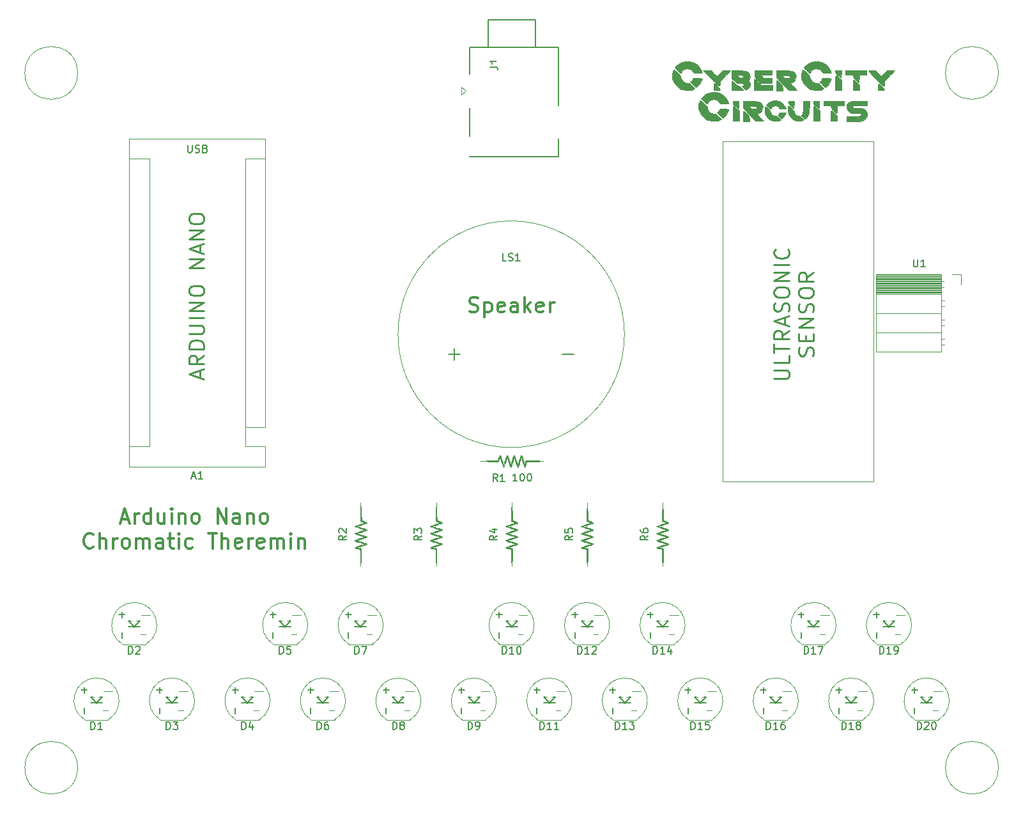
<source format=gbr>
%TF.GenerationSoftware,KiCad,Pcbnew,(5.1.10)-1*%
%TF.CreationDate,2021-08-20T09:58:33-04:00*%
%TF.ProjectId,UltraSonic Theremin,556c7472-6153-46f6-9e69-632054686572,rev?*%
%TF.SameCoordinates,Original*%
%TF.FileFunction,Legend,Top*%
%TF.FilePolarity,Positive*%
%FSLAX46Y46*%
G04 Gerber Fmt 4.6, Leading zero omitted, Abs format (unit mm)*
G04 Created by KiCad (PCBNEW (5.1.10)-1) date 2021-08-20 09:58:33*
%MOMM*%
%LPD*%
G01*
G04 APERTURE LIST*
%ADD10C,0.300000*%
%ADD11C,0.250000*%
%ADD12C,0.120000*%
%ADD13C,0.010000*%
%ADD14C,0.150000*%
%ADD15C,0.200000*%
%ADD16C,3.300000*%
%ADD17O,1.600000X1.600000*%
%ADD18R,1.600000X1.600000*%
%ADD19C,1.800000*%
%ADD20R,1.800000X1.800000*%
%ADD21O,4.000000X2.200000*%
%ADD22O,2.200000X4.000000*%
%ADD23R,2.200000X4.000000*%
%ADD24C,2.500000*%
%ADD25R,2.500000X2.500000*%
%ADD26C,1.600000*%
%ADD27R,1.700000X1.700000*%
%ADD28O,1.700000X1.700000*%
G04 APERTURE END LIST*
D10*
X48285714Y-113083333D02*
X49238095Y-113083333D01*
X48095238Y-113654761D02*
X48761904Y-111654761D01*
X49428571Y-113654761D01*
X50095238Y-113654761D02*
X50095238Y-112321428D01*
X50095238Y-112702380D02*
X50190476Y-112511904D01*
X50285714Y-112416666D01*
X50476190Y-112321428D01*
X50666666Y-112321428D01*
X52190476Y-113654761D02*
X52190476Y-111654761D01*
X52190476Y-113559523D02*
X52000000Y-113654761D01*
X51619047Y-113654761D01*
X51428571Y-113559523D01*
X51333333Y-113464285D01*
X51238095Y-113273809D01*
X51238095Y-112702380D01*
X51333333Y-112511904D01*
X51428571Y-112416666D01*
X51619047Y-112321428D01*
X52000000Y-112321428D01*
X52190476Y-112416666D01*
X54000000Y-112321428D02*
X54000000Y-113654761D01*
X53142857Y-112321428D02*
X53142857Y-113369047D01*
X53238095Y-113559523D01*
X53428571Y-113654761D01*
X53714285Y-113654761D01*
X53904761Y-113559523D01*
X54000000Y-113464285D01*
X54952380Y-113654761D02*
X54952380Y-112321428D01*
X54952380Y-111654761D02*
X54857142Y-111750000D01*
X54952380Y-111845238D01*
X55047619Y-111750000D01*
X54952380Y-111654761D01*
X54952380Y-111845238D01*
X55904761Y-112321428D02*
X55904761Y-113654761D01*
X55904761Y-112511904D02*
X56000000Y-112416666D01*
X56190476Y-112321428D01*
X56476190Y-112321428D01*
X56666666Y-112416666D01*
X56761904Y-112607142D01*
X56761904Y-113654761D01*
X58000000Y-113654761D02*
X57809523Y-113559523D01*
X57714285Y-113464285D01*
X57619047Y-113273809D01*
X57619047Y-112702380D01*
X57714285Y-112511904D01*
X57809523Y-112416666D01*
X58000000Y-112321428D01*
X58285714Y-112321428D01*
X58476190Y-112416666D01*
X58571428Y-112511904D01*
X58666666Y-112702380D01*
X58666666Y-113273809D01*
X58571428Y-113464285D01*
X58476190Y-113559523D01*
X58285714Y-113654761D01*
X58000000Y-113654761D01*
X61047619Y-113654761D02*
X61047619Y-111654761D01*
X62190476Y-113654761D01*
X62190476Y-111654761D01*
X64000000Y-113654761D02*
X64000000Y-112607142D01*
X63904761Y-112416666D01*
X63714285Y-112321428D01*
X63333333Y-112321428D01*
X63142857Y-112416666D01*
X64000000Y-113559523D02*
X63809523Y-113654761D01*
X63333333Y-113654761D01*
X63142857Y-113559523D01*
X63047619Y-113369047D01*
X63047619Y-113178571D01*
X63142857Y-112988095D01*
X63333333Y-112892857D01*
X63809523Y-112892857D01*
X64000000Y-112797619D01*
X64952380Y-112321428D02*
X64952380Y-113654761D01*
X64952380Y-112511904D02*
X65047619Y-112416666D01*
X65238095Y-112321428D01*
X65523809Y-112321428D01*
X65714285Y-112416666D01*
X65809523Y-112607142D01*
X65809523Y-113654761D01*
X67047619Y-113654761D02*
X66857142Y-113559523D01*
X66761904Y-113464285D01*
X66666666Y-113273809D01*
X66666666Y-112702380D01*
X66761904Y-112511904D01*
X66857142Y-112416666D01*
X67047619Y-112321428D01*
X67333333Y-112321428D01*
X67523809Y-112416666D01*
X67619047Y-112511904D01*
X67714285Y-112702380D01*
X67714285Y-113273809D01*
X67619047Y-113464285D01*
X67523809Y-113559523D01*
X67333333Y-113654761D01*
X67047619Y-113654761D01*
X44571428Y-116764285D02*
X44476190Y-116859523D01*
X44190476Y-116954761D01*
X44000000Y-116954761D01*
X43714285Y-116859523D01*
X43523809Y-116669047D01*
X43428571Y-116478571D01*
X43333333Y-116097619D01*
X43333333Y-115811904D01*
X43428571Y-115430952D01*
X43523809Y-115240476D01*
X43714285Y-115050000D01*
X44000000Y-114954761D01*
X44190476Y-114954761D01*
X44476190Y-115050000D01*
X44571428Y-115145238D01*
X45428571Y-116954761D02*
X45428571Y-114954761D01*
X46285714Y-116954761D02*
X46285714Y-115907142D01*
X46190476Y-115716666D01*
X46000000Y-115621428D01*
X45714285Y-115621428D01*
X45523809Y-115716666D01*
X45428571Y-115811904D01*
X47238095Y-116954761D02*
X47238095Y-115621428D01*
X47238095Y-116002380D02*
X47333333Y-115811904D01*
X47428571Y-115716666D01*
X47619047Y-115621428D01*
X47809523Y-115621428D01*
X48761904Y-116954761D02*
X48571428Y-116859523D01*
X48476190Y-116764285D01*
X48380952Y-116573809D01*
X48380952Y-116002380D01*
X48476190Y-115811904D01*
X48571428Y-115716666D01*
X48761904Y-115621428D01*
X49047619Y-115621428D01*
X49238095Y-115716666D01*
X49333333Y-115811904D01*
X49428571Y-116002380D01*
X49428571Y-116573809D01*
X49333333Y-116764285D01*
X49238095Y-116859523D01*
X49047619Y-116954761D01*
X48761904Y-116954761D01*
X50285714Y-116954761D02*
X50285714Y-115621428D01*
X50285714Y-115811904D02*
X50380952Y-115716666D01*
X50571428Y-115621428D01*
X50857142Y-115621428D01*
X51047619Y-115716666D01*
X51142857Y-115907142D01*
X51142857Y-116954761D01*
X51142857Y-115907142D02*
X51238095Y-115716666D01*
X51428571Y-115621428D01*
X51714285Y-115621428D01*
X51904761Y-115716666D01*
X52000000Y-115907142D01*
X52000000Y-116954761D01*
X53809523Y-116954761D02*
X53809523Y-115907142D01*
X53714285Y-115716666D01*
X53523809Y-115621428D01*
X53142857Y-115621428D01*
X52952380Y-115716666D01*
X53809523Y-116859523D02*
X53619047Y-116954761D01*
X53142857Y-116954761D01*
X52952380Y-116859523D01*
X52857142Y-116669047D01*
X52857142Y-116478571D01*
X52952380Y-116288095D01*
X53142857Y-116192857D01*
X53619047Y-116192857D01*
X53809523Y-116097619D01*
X54476190Y-115621428D02*
X55238095Y-115621428D01*
X54761904Y-114954761D02*
X54761904Y-116669047D01*
X54857142Y-116859523D01*
X55047619Y-116954761D01*
X55238095Y-116954761D01*
X55904761Y-116954761D02*
X55904761Y-115621428D01*
X55904761Y-114954761D02*
X55809523Y-115050000D01*
X55904761Y-115145238D01*
X56000000Y-115050000D01*
X55904761Y-114954761D01*
X55904761Y-115145238D01*
X57714285Y-116859523D02*
X57523809Y-116954761D01*
X57142857Y-116954761D01*
X56952380Y-116859523D01*
X56857142Y-116764285D01*
X56761904Y-116573809D01*
X56761904Y-116002380D01*
X56857142Y-115811904D01*
X56952380Y-115716666D01*
X57142857Y-115621428D01*
X57523809Y-115621428D01*
X57714285Y-115716666D01*
X59809523Y-114954761D02*
X60952380Y-114954761D01*
X60380952Y-116954761D02*
X60380952Y-114954761D01*
X61619047Y-116954761D02*
X61619047Y-114954761D01*
X62476190Y-116954761D02*
X62476190Y-115907142D01*
X62380952Y-115716666D01*
X62190476Y-115621428D01*
X61904761Y-115621428D01*
X61714285Y-115716666D01*
X61619047Y-115811904D01*
X64190476Y-116859523D02*
X64000000Y-116954761D01*
X63619047Y-116954761D01*
X63428571Y-116859523D01*
X63333333Y-116669047D01*
X63333333Y-115907142D01*
X63428571Y-115716666D01*
X63619047Y-115621428D01*
X64000000Y-115621428D01*
X64190476Y-115716666D01*
X64285714Y-115907142D01*
X64285714Y-116097619D01*
X63333333Y-116288095D01*
X65142857Y-116954761D02*
X65142857Y-115621428D01*
X65142857Y-116002380D02*
X65238095Y-115811904D01*
X65333333Y-115716666D01*
X65523809Y-115621428D01*
X65714285Y-115621428D01*
X67142857Y-116859523D02*
X66952380Y-116954761D01*
X66571428Y-116954761D01*
X66380952Y-116859523D01*
X66285714Y-116669047D01*
X66285714Y-115907142D01*
X66380952Y-115716666D01*
X66571428Y-115621428D01*
X66952380Y-115621428D01*
X67142857Y-115716666D01*
X67238095Y-115907142D01*
X67238095Y-116097619D01*
X66285714Y-116288095D01*
X68095238Y-116954761D02*
X68095238Y-115621428D01*
X68095238Y-115811904D02*
X68190476Y-115716666D01*
X68380952Y-115621428D01*
X68666666Y-115621428D01*
X68857142Y-115716666D01*
X68952380Y-115907142D01*
X68952380Y-116954761D01*
X68952380Y-115907142D02*
X69047619Y-115716666D01*
X69238095Y-115621428D01*
X69523809Y-115621428D01*
X69714285Y-115716666D01*
X69809523Y-115907142D01*
X69809523Y-116954761D01*
X70761904Y-116954761D02*
X70761904Y-115621428D01*
X70761904Y-114954761D02*
X70666666Y-115050000D01*
X70761904Y-115145238D01*
X70857142Y-115050000D01*
X70761904Y-114954761D01*
X70761904Y-115145238D01*
X71714285Y-115621428D02*
X71714285Y-116954761D01*
X71714285Y-115811904D02*
X71809523Y-115716666D01*
X72000000Y-115621428D01*
X72285714Y-115621428D01*
X72476190Y-115716666D01*
X72571428Y-115907142D01*
X72571428Y-116954761D01*
D11*
X134779761Y-94473809D02*
X136398809Y-94473809D01*
X136589285Y-94378571D01*
X136684523Y-94283333D01*
X136779761Y-94092857D01*
X136779761Y-93711904D01*
X136684523Y-93521428D01*
X136589285Y-93426190D01*
X136398809Y-93330952D01*
X134779761Y-93330952D01*
X136779761Y-91426190D02*
X136779761Y-92378571D01*
X134779761Y-92378571D01*
X134779761Y-91045238D02*
X134779761Y-89902380D01*
X136779761Y-90473809D02*
X134779761Y-90473809D01*
X136779761Y-88092857D02*
X135827380Y-88759523D01*
X136779761Y-89235714D02*
X134779761Y-89235714D01*
X134779761Y-88473809D01*
X134875000Y-88283333D01*
X134970238Y-88188095D01*
X135160714Y-88092857D01*
X135446428Y-88092857D01*
X135636904Y-88188095D01*
X135732142Y-88283333D01*
X135827380Y-88473809D01*
X135827380Y-89235714D01*
X136208333Y-87330952D02*
X136208333Y-86378571D01*
X136779761Y-87521428D02*
X134779761Y-86854761D01*
X136779761Y-86188095D01*
X136684523Y-85616666D02*
X136779761Y-85330952D01*
X136779761Y-84854761D01*
X136684523Y-84664285D01*
X136589285Y-84569047D01*
X136398809Y-84473809D01*
X136208333Y-84473809D01*
X136017857Y-84569047D01*
X135922619Y-84664285D01*
X135827380Y-84854761D01*
X135732142Y-85235714D01*
X135636904Y-85426190D01*
X135541666Y-85521428D01*
X135351190Y-85616666D01*
X135160714Y-85616666D01*
X134970238Y-85521428D01*
X134875000Y-85426190D01*
X134779761Y-85235714D01*
X134779761Y-84759523D01*
X134875000Y-84473809D01*
X134779761Y-83235714D02*
X134779761Y-82854761D01*
X134875000Y-82664285D01*
X135065476Y-82473809D01*
X135446428Y-82378571D01*
X136113095Y-82378571D01*
X136494047Y-82473809D01*
X136684523Y-82664285D01*
X136779761Y-82854761D01*
X136779761Y-83235714D01*
X136684523Y-83426190D01*
X136494047Y-83616666D01*
X136113095Y-83711904D01*
X135446428Y-83711904D01*
X135065476Y-83616666D01*
X134875000Y-83426190D01*
X134779761Y-83235714D01*
X136779761Y-81521428D02*
X134779761Y-81521428D01*
X136779761Y-80378571D01*
X134779761Y-80378571D01*
X136779761Y-79426190D02*
X134779761Y-79426190D01*
X136589285Y-77330952D02*
X136684523Y-77426190D01*
X136779761Y-77711904D01*
X136779761Y-77902380D01*
X136684523Y-78188095D01*
X136494047Y-78378571D01*
X136303571Y-78473809D01*
X135922619Y-78569047D01*
X135636904Y-78569047D01*
X135255952Y-78473809D01*
X135065476Y-78378571D01*
X134875000Y-78188095D01*
X134779761Y-77902380D01*
X134779761Y-77711904D01*
X134875000Y-77426190D01*
X134970238Y-77330952D01*
X139934523Y-91473809D02*
X140029761Y-91188095D01*
X140029761Y-90711904D01*
X139934523Y-90521428D01*
X139839285Y-90426190D01*
X139648809Y-90330952D01*
X139458333Y-90330952D01*
X139267857Y-90426190D01*
X139172619Y-90521428D01*
X139077380Y-90711904D01*
X138982142Y-91092857D01*
X138886904Y-91283333D01*
X138791666Y-91378571D01*
X138601190Y-91473809D01*
X138410714Y-91473809D01*
X138220238Y-91378571D01*
X138125000Y-91283333D01*
X138029761Y-91092857D01*
X138029761Y-90616666D01*
X138125000Y-90330952D01*
X138982142Y-89473809D02*
X138982142Y-88807142D01*
X140029761Y-88521428D02*
X140029761Y-89473809D01*
X138029761Y-89473809D01*
X138029761Y-88521428D01*
X140029761Y-87664285D02*
X138029761Y-87664285D01*
X140029761Y-86521428D01*
X138029761Y-86521428D01*
X139934523Y-85664285D02*
X140029761Y-85378571D01*
X140029761Y-84902380D01*
X139934523Y-84711904D01*
X139839285Y-84616666D01*
X139648809Y-84521428D01*
X139458333Y-84521428D01*
X139267857Y-84616666D01*
X139172619Y-84711904D01*
X139077380Y-84902380D01*
X138982142Y-85283333D01*
X138886904Y-85473809D01*
X138791666Y-85569047D01*
X138601190Y-85664285D01*
X138410714Y-85664285D01*
X138220238Y-85569047D01*
X138125000Y-85473809D01*
X138029761Y-85283333D01*
X138029761Y-84807142D01*
X138125000Y-84521428D01*
X138029761Y-83283333D02*
X138029761Y-82902380D01*
X138125000Y-82711904D01*
X138315476Y-82521428D01*
X138696428Y-82426190D01*
X139363095Y-82426190D01*
X139744047Y-82521428D01*
X139934523Y-82711904D01*
X140029761Y-82902380D01*
X140029761Y-83283333D01*
X139934523Y-83473809D01*
X139744047Y-83664285D01*
X139363095Y-83759523D01*
X138696428Y-83759523D01*
X138315476Y-83664285D01*
X138125000Y-83473809D01*
X138029761Y-83283333D01*
X140029761Y-80426190D02*
X139077380Y-81092857D01*
X140029761Y-81569047D02*
X138029761Y-81569047D01*
X138029761Y-80807142D01*
X138125000Y-80616666D01*
X138220238Y-80521428D01*
X138410714Y-80426190D01*
X138696428Y-80426190D01*
X138886904Y-80521428D01*
X138982142Y-80616666D01*
X139077380Y-80807142D01*
X139077380Y-81569047D01*
X58683333Y-94357142D02*
X58683333Y-93404761D01*
X59254761Y-94547619D02*
X57254761Y-93880952D01*
X59254761Y-93214285D01*
X59254761Y-91404761D02*
X58302380Y-92071428D01*
X59254761Y-92547619D02*
X57254761Y-92547619D01*
X57254761Y-91785714D01*
X57350000Y-91595238D01*
X57445238Y-91500000D01*
X57635714Y-91404761D01*
X57921428Y-91404761D01*
X58111904Y-91500000D01*
X58207142Y-91595238D01*
X58302380Y-91785714D01*
X58302380Y-92547619D01*
X59254761Y-90547619D02*
X57254761Y-90547619D01*
X57254761Y-90071428D01*
X57350000Y-89785714D01*
X57540476Y-89595238D01*
X57730952Y-89500000D01*
X58111904Y-89404761D01*
X58397619Y-89404761D01*
X58778571Y-89500000D01*
X58969047Y-89595238D01*
X59159523Y-89785714D01*
X59254761Y-90071428D01*
X59254761Y-90547619D01*
X57254761Y-88547619D02*
X58873809Y-88547619D01*
X59064285Y-88452380D01*
X59159523Y-88357142D01*
X59254761Y-88166666D01*
X59254761Y-87785714D01*
X59159523Y-87595238D01*
X59064285Y-87500000D01*
X58873809Y-87404761D01*
X57254761Y-87404761D01*
X59254761Y-86452380D02*
X57254761Y-86452380D01*
X59254761Y-85500000D02*
X57254761Y-85500000D01*
X59254761Y-84357142D01*
X57254761Y-84357142D01*
X57254761Y-83023809D02*
X57254761Y-82642857D01*
X57350000Y-82452380D01*
X57540476Y-82261904D01*
X57921428Y-82166666D01*
X58588095Y-82166666D01*
X58969047Y-82261904D01*
X59159523Y-82452380D01*
X59254761Y-82642857D01*
X59254761Y-83023809D01*
X59159523Y-83214285D01*
X58969047Y-83404761D01*
X58588095Y-83500000D01*
X57921428Y-83500000D01*
X57540476Y-83404761D01*
X57350000Y-83214285D01*
X57254761Y-83023809D01*
X59254761Y-79785714D02*
X57254761Y-79785714D01*
X59254761Y-78642857D01*
X57254761Y-78642857D01*
X58683333Y-77785714D02*
X58683333Y-76833333D01*
X59254761Y-77976190D02*
X57254761Y-77309523D01*
X59254761Y-76642857D01*
X59254761Y-75976190D02*
X57254761Y-75976190D01*
X59254761Y-74833333D01*
X57254761Y-74833333D01*
X57254761Y-73500000D02*
X57254761Y-73119047D01*
X57350000Y-72928571D01*
X57540476Y-72738095D01*
X57921428Y-72642857D01*
X58588095Y-72642857D01*
X58969047Y-72738095D01*
X59159523Y-72928571D01*
X59254761Y-73119047D01*
X59254761Y-73500000D01*
X59159523Y-73690476D01*
X58969047Y-73880952D01*
X58588095Y-73976190D01*
X57921428Y-73976190D01*
X57540476Y-73880952D01*
X57350000Y-73690476D01*
X57254761Y-73500000D01*
D12*
X127950000Y-108100000D02*
X147950000Y-108100000D01*
X127950000Y-63100000D02*
X147950000Y-63100000D01*
X147950000Y-63100000D02*
X147950000Y-108100000D01*
X127950000Y-63100000D02*
X127950000Y-108100000D01*
D13*
%TO.C,G\u002A\u002A\u002A*%
G36*
X130827885Y-59091813D02*
G01*
X130963019Y-59195169D01*
X131122007Y-59342835D01*
X131165408Y-59387365D01*
X131322496Y-59555296D01*
X131417103Y-59675555D01*
X131465070Y-59781772D01*
X131482237Y-59907574D01*
X131484445Y-60064698D01*
X131484445Y-60407555D01*
X130637778Y-60407555D01*
X130637778Y-59730222D01*
X130639119Y-59443525D01*
X130645047Y-59251155D01*
X130658416Y-59134564D01*
X130682085Y-59075202D01*
X130718908Y-59054522D01*
X130742075Y-59052888D01*
X130827885Y-59091813D01*
G37*
X130827885Y-59091813D02*
X130963019Y-59195169D01*
X131122007Y-59342835D01*
X131165408Y-59387365D01*
X131322496Y-59555296D01*
X131417103Y-59675555D01*
X131465070Y-59781772D01*
X131482237Y-59907574D01*
X131484445Y-60064698D01*
X131484445Y-60407555D01*
X130637778Y-60407555D01*
X130637778Y-59730222D01*
X130639119Y-59443525D01*
X130645047Y-59251155D01*
X130658416Y-59134564D01*
X130682085Y-59075202D01*
X130718908Y-59054522D01*
X130742075Y-59052888D01*
X130827885Y-59091813D01*
G36*
X145934223Y-60097111D02*
G01*
X146240811Y-60407555D01*
X144410223Y-60407555D01*
X144410223Y-59786666D01*
X145627634Y-59786666D01*
X145934223Y-60097111D01*
G37*
X145934223Y-60097111D02*
X146240811Y-60407555D01*
X144410223Y-60407555D01*
X144410223Y-59786666D01*
X145627634Y-59786666D01*
X145934223Y-60097111D01*
G36*
X125068547Y-57677800D02*
G01*
X125196184Y-57772475D01*
X125354116Y-57915824D01*
X125522929Y-58087561D01*
X125683210Y-58267395D01*
X125815544Y-58435040D01*
X125900519Y-58570207D01*
X125920039Y-58623382D01*
X126025601Y-58896673D01*
X126216887Y-59128268D01*
X126468747Y-59297695D01*
X126756028Y-59384483D01*
X126863813Y-59391555D01*
X126972660Y-59404292D01*
X127079503Y-59453060D01*
X127208615Y-59553692D01*
X127384265Y-59722024D01*
X127409973Y-59747878D01*
X127763128Y-60104201D01*
X127642469Y-60213545D01*
X127514683Y-60274393D01*
X127304079Y-60317284D01*
X127039398Y-60341517D01*
X126749383Y-60346389D01*
X126462778Y-60331198D01*
X126208326Y-60295242D01*
X126050918Y-60252423D01*
X125694936Y-60067297D01*
X125374820Y-59798002D01*
X125106691Y-59467086D01*
X124906669Y-59097101D01*
X124790873Y-58710595D01*
X124768413Y-58458335D01*
X124784334Y-58233663D01*
X124825162Y-58010072D01*
X124882466Y-57818151D01*
X124947816Y-57688492D01*
X124990619Y-57652090D01*
X125068547Y-57677800D01*
G37*
X125068547Y-57677800D02*
X125196184Y-57772475D01*
X125354116Y-57915824D01*
X125522929Y-58087561D01*
X125683210Y-58267395D01*
X125815544Y-58435040D01*
X125900519Y-58570207D01*
X125920039Y-58623382D01*
X126025601Y-58896673D01*
X126216887Y-59128268D01*
X126468747Y-59297695D01*
X126756028Y-59384483D01*
X126863813Y-59391555D01*
X126972660Y-59404292D01*
X127079503Y-59453060D01*
X127208615Y-59553692D01*
X127384265Y-59722024D01*
X127409973Y-59747878D01*
X127763128Y-60104201D01*
X127642469Y-60213545D01*
X127514683Y-60274393D01*
X127304079Y-60317284D01*
X127039398Y-60341517D01*
X126749383Y-60346389D01*
X126462778Y-60331198D01*
X126208326Y-60295242D01*
X126050918Y-60252423D01*
X125694936Y-60067297D01*
X125374820Y-59798002D01*
X125106691Y-59467086D01*
X124906669Y-59097101D01*
X124790873Y-58710595D01*
X124768413Y-58458335D01*
X124784334Y-58233663D01*
X124825162Y-58010072D01*
X124882466Y-57818151D01*
X124947816Y-57688492D01*
X124990619Y-57652090D01*
X125068547Y-57677800D01*
G36*
X129518827Y-58433710D02*
G01*
X129654856Y-58553080D01*
X129803586Y-58698344D01*
X130129778Y-59021132D01*
X130129778Y-60351111D01*
X129283111Y-60351111D01*
X129283111Y-59363333D01*
X129284464Y-58972638D01*
X129292679Y-58686866D01*
X129313988Y-58498052D01*
X129354627Y-58398231D01*
X129420829Y-58379438D01*
X129518827Y-58433710D01*
G37*
X129518827Y-58433710D02*
X129654856Y-58553080D01*
X129803586Y-58698344D01*
X130129778Y-59021132D01*
X130129778Y-60351111D01*
X129283111Y-60351111D01*
X129283111Y-59363333D01*
X129284464Y-58972638D01*
X129292679Y-58686866D01*
X129313988Y-58498052D01*
X129354627Y-58398231D01*
X129420829Y-58379438D01*
X129518827Y-58433710D01*
G36*
X131639667Y-57755906D02*
G01*
X132015292Y-57757949D01*
X132297326Y-57764121D01*
X132505041Y-57776076D01*
X132657709Y-57795466D01*
X132774599Y-57823947D01*
X132871616Y-57861634D01*
X133082877Y-58014371D01*
X133221792Y-58232183D01*
X133282641Y-58489016D01*
X133259708Y-58758815D01*
X133147271Y-59015526D01*
X133130313Y-59040278D01*
X133035347Y-59149641D01*
X132911451Y-59234256D01*
X132726603Y-59313044D01*
X132588692Y-59360312D01*
X132550189Y-59386004D01*
X132556377Y-59434686D01*
X132616881Y-59520365D01*
X132741332Y-59657050D01*
X132913247Y-59832518D01*
X133089161Y-60013018D01*
X133230808Y-60165115D01*
X133321798Y-60270767D01*
X133347111Y-60310026D01*
X133294813Y-60327884D01*
X133154467Y-60341821D01*
X132950898Y-60349885D01*
X132824295Y-60351111D01*
X132301478Y-60351111D01*
X130637778Y-58684633D01*
X130637778Y-58432000D01*
X131463324Y-58432000D01*
X131625556Y-58601333D01*
X131741595Y-58704785D01*
X131861580Y-58755146D01*
X132034064Y-58770287D01*
X132085686Y-58770666D01*
X132274766Y-58761394D01*
X132383593Y-58727124D01*
X132442014Y-58661488D01*
X132487969Y-58559098D01*
X132484155Y-58492571D01*
X132415310Y-58454294D01*
X132266170Y-58436654D01*
X132021473Y-58432040D01*
X131981884Y-58432000D01*
X131463324Y-58432000D01*
X130637778Y-58432000D01*
X130637778Y-57754666D01*
X131639667Y-57755906D01*
G37*
X131639667Y-57755906D02*
X132015292Y-57757949D01*
X132297326Y-57764121D01*
X132505041Y-57776076D01*
X132657709Y-57795466D01*
X132774599Y-57823947D01*
X132871616Y-57861634D01*
X133082877Y-58014371D01*
X133221792Y-58232183D01*
X133282641Y-58489016D01*
X133259708Y-58758815D01*
X133147271Y-59015526D01*
X133130313Y-59040278D01*
X133035347Y-59149641D01*
X132911451Y-59234256D01*
X132726603Y-59313044D01*
X132588692Y-59360312D01*
X132550189Y-59386004D01*
X132556377Y-59434686D01*
X132616881Y-59520365D01*
X132741332Y-59657050D01*
X132913247Y-59832518D01*
X133089161Y-60013018D01*
X133230808Y-60165115D01*
X133321798Y-60270767D01*
X133347111Y-60310026D01*
X133294813Y-60327884D01*
X133154467Y-60341821D01*
X132950898Y-60349885D01*
X132824295Y-60351111D01*
X132301478Y-60351111D01*
X130637778Y-58684633D01*
X130637778Y-58432000D01*
X131463324Y-58432000D01*
X131625556Y-58601333D01*
X131741595Y-58704785D01*
X131861580Y-58755146D01*
X132034064Y-58770287D01*
X132085686Y-58770666D01*
X132274766Y-58761394D01*
X132383593Y-58727124D01*
X132442014Y-58661488D01*
X132487969Y-58559098D01*
X132484155Y-58492571D01*
X132415310Y-58454294D01*
X132266170Y-58436654D01*
X132021473Y-58432040D01*
X131981884Y-58432000D01*
X131463324Y-58432000D01*
X130637778Y-58432000D01*
X130637778Y-57754666D01*
X131639667Y-57755906D01*
G36*
X133763307Y-58497227D02*
G01*
X133893831Y-58604787D01*
X134035010Y-58746421D01*
X134168188Y-58903112D01*
X134274707Y-59055841D01*
X134335911Y-59185588D01*
X134341010Y-59206776D01*
X134431602Y-59400661D01*
X134610078Y-59552717D01*
X134854146Y-59645715D01*
X134924819Y-59657991D01*
X135086216Y-59703363D01*
X135246521Y-59806662D01*
X135406830Y-59955488D01*
X135671086Y-60223779D01*
X135488454Y-60287445D01*
X135304402Y-60325183D01*
X135056866Y-60343027D01*
X134793557Y-60340571D01*
X134562185Y-60317412D01*
X134467118Y-60296095D01*
X134172898Y-60154427D01*
X133905063Y-59928896D01*
X133691468Y-59648521D01*
X133563243Y-59354486D01*
X133535566Y-59154531D01*
X133536189Y-58901172D01*
X133562300Y-58649521D01*
X133608850Y-58460409D01*
X133662094Y-58442761D01*
X133763307Y-58497227D01*
G37*
X133763307Y-58497227D02*
X133893831Y-58604787D01*
X134035010Y-58746421D01*
X134168188Y-58903112D01*
X134274707Y-59055841D01*
X134335911Y-59185588D01*
X134341010Y-59206776D01*
X134431602Y-59400661D01*
X134610078Y-59552717D01*
X134854146Y-59645715D01*
X134924819Y-59657991D01*
X135086216Y-59703363D01*
X135246521Y-59806662D01*
X135406830Y-59955488D01*
X135671086Y-60223779D01*
X135488454Y-60287445D01*
X135304402Y-60325183D01*
X135056866Y-60343027D01*
X134793557Y-60340571D01*
X134562185Y-60317412D01*
X134467118Y-60296095D01*
X134172898Y-60154427D01*
X133905063Y-59928896D01*
X133691468Y-59648521D01*
X133563243Y-59354486D01*
X133535566Y-59154531D01*
X133536189Y-58901172D01*
X133562300Y-58649521D01*
X133608850Y-58460409D01*
X133662094Y-58442761D01*
X133763307Y-58497227D01*
G36*
X136787569Y-58362574D02*
G01*
X136922054Y-58476866D01*
X137075774Y-58637841D01*
X137227836Y-58821354D01*
X137357346Y-59003258D01*
X137443409Y-59159407D01*
X137459851Y-59205082D01*
X137563751Y-59426741D01*
X137721261Y-59589366D01*
X137907167Y-59669385D01*
X137961223Y-59673777D01*
X138061405Y-59706083D01*
X138207275Y-59788518D01*
X138369032Y-59899359D01*
X138516875Y-60016883D01*
X138621004Y-60119367D01*
X138652889Y-60177973D01*
X138601510Y-60250632D01*
X138464467Y-60303192D01*
X138267408Y-60334381D01*
X138035976Y-60342930D01*
X137795817Y-60327566D01*
X137572575Y-60287020D01*
X137429996Y-60238576D01*
X137180855Y-60084603D01*
X136948826Y-59866010D01*
X136768791Y-59619495D01*
X136698771Y-59469277D01*
X136660346Y-59308156D01*
X136634715Y-59100344D01*
X136622012Y-58873294D01*
X136622367Y-58654460D01*
X136635915Y-58471298D01*
X136662788Y-58351259D01*
X136693212Y-58319111D01*
X136787569Y-58362574D01*
G37*
X136787569Y-58362574D02*
X136922054Y-58476866D01*
X137075774Y-58637841D01*
X137227836Y-58821354D01*
X137357346Y-59003258D01*
X137443409Y-59159407D01*
X137459851Y-59205082D01*
X137563751Y-59426741D01*
X137721261Y-59589366D01*
X137907167Y-59669385D01*
X137961223Y-59673777D01*
X138061405Y-59706083D01*
X138207275Y-59788518D01*
X138369032Y-59899359D01*
X138516875Y-60016883D01*
X138621004Y-60119367D01*
X138652889Y-60177973D01*
X138601510Y-60250632D01*
X138464467Y-60303192D01*
X138267408Y-60334381D01*
X138035976Y-60342930D01*
X137795817Y-60327566D01*
X137572575Y-60287020D01*
X137429996Y-60238576D01*
X137180855Y-60084603D01*
X136948826Y-59866010D01*
X136768791Y-59619495D01*
X136698771Y-59469277D01*
X136660346Y-59308156D01*
X136634715Y-59100344D01*
X136622012Y-58873294D01*
X136622367Y-58654460D01*
X136635915Y-58471298D01*
X136662788Y-58351259D01*
X136693212Y-58319111D01*
X136787569Y-58362574D01*
G36*
X140186827Y-58433710D02*
G01*
X140322856Y-58553080D01*
X140471586Y-58698344D01*
X140797778Y-59021132D01*
X140797778Y-60351111D01*
X139951111Y-60351111D01*
X139951111Y-59363333D01*
X139952464Y-58972638D01*
X139960679Y-58686866D01*
X139981988Y-58498052D01*
X140022627Y-58398231D01*
X140088829Y-58379438D01*
X140186827Y-58433710D01*
G37*
X140186827Y-58433710D02*
X140322856Y-58553080D01*
X140471586Y-58698344D01*
X140797778Y-59021132D01*
X140797778Y-60351111D01*
X139951111Y-60351111D01*
X139951111Y-59363333D01*
X139952464Y-58972638D01*
X139960679Y-58686866D01*
X139981988Y-58498052D01*
X140022627Y-58398231D01*
X140088829Y-58379438D01*
X140186827Y-58433710D01*
G36*
X142518077Y-59067067D02*
G01*
X142683580Y-59217320D01*
X142789212Y-59322636D01*
X143112000Y-59648829D01*
X143112000Y-60351111D01*
X142265334Y-60351111D01*
X142265334Y-59673777D01*
X142269410Y-59351154D01*
X142287674Y-59135237D01*
X142329173Y-59019960D01*
X142402957Y-58999259D01*
X142518077Y-59067067D01*
G37*
X142518077Y-59067067D02*
X142683580Y-59217320D01*
X142789212Y-59322636D01*
X143112000Y-59648829D01*
X143112000Y-60351111D01*
X142265334Y-60351111D01*
X142265334Y-59673777D01*
X142269410Y-59351154D01*
X142287674Y-59135237D01*
X142329173Y-59019960D01*
X142402957Y-58999259D01*
X142518077Y-59067067D01*
G36*
X147119556Y-58319111D02*
G01*
X146195134Y-58319111D01*
X145813329Y-58321908D01*
X145531838Y-58332265D01*
X145338180Y-58353135D01*
X145219872Y-58387467D01*
X145164434Y-58438212D01*
X145159386Y-58508320D01*
X145175101Y-58560258D01*
X145211056Y-58598491D01*
X145296367Y-58625990D01*
X145448376Y-58645303D01*
X145684427Y-58658981D01*
X145895742Y-58666190D01*
X146195560Y-58677100D01*
X146406603Y-58692242D01*
X146552984Y-58715683D01*
X146658816Y-58751489D01*
X146748213Y-58803725D01*
X146759819Y-58811888D01*
X146959916Y-59013906D01*
X147075092Y-59257097D01*
X147109593Y-59519244D01*
X147067668Y-59778132D01*
X146953562Y-60011544D01*
X146771523Y-60197265D01*
X146525796Y-60313079D01*
X146470445Y-60325696D01*
X146374406Y-60332939D01*
X146284703Y-60303394D01*
X146175593Y-60221892D01*
X146021334Y-60073264D01*
X145992595Y-60044126D01*
X145684079Y-59730222D01*
X145943350Y-59730222D01*
X146162583Y-59703085D01*
X146286807Y-59623501D01*
X146312512Y-59494207D01*
X146301971Y-59450708D01*
X146278195Y-59400504D01*
X146231252Y-59367370D01*
X146140675Y-59347794D01*
X145986000Y-59338263D01*
X145746759Y-59335267D01*
X145628322Y-59335111D01*
X145342563Y-59332805D01*
X145143648Y-59323218D01*
X145005576Y-59302344D01*
X144902349Y-59266175D01*
X144807969Y-59210706D01*
X144804129Y-59208111D01*
X144654562Y-59075258D01*
X144514683Y-58902297D01*
X144485037Y-58855333D01*
X144387913Y-58589473D01*
X144393825Y-58324694D01*
X144494915Y-58083207D01*
X144683324Y-57887223D01*
X144862192Y-57789308D01*
X144974108Y-57754361D01*
X145120661Y-57729119D01*
X145319749Y-57712269D01*
X145589270Y-57702501D01*
X145947121Y-57698502D01*
X146104698Y-57698222D01*
X147119556Y-57698222D01*
X147119556Y-58319111D01*
G37*
X147119556Y-58319111D02*
X146195134Y-58319111D01*
X145813329Y-58321908D01*
X145531838Y-58332265D01*
X145338180Y-58353135D01*
X145219872Y-58387467D01*
X145164434Y-58438212D01*
X145159386Y-58508320D01*
X145175101Y-58560258D01*
X145211056Y-58598491D01*
X145296367Y-58625990D01*
X145448376Y-58645303D01*
X145684427Y-58658981D01*
X145895742Y-58666190D01*
X146195560Y-58677100D01*
X146406603Y-58692242D01*
X146552984Y-58715683D01*
X146658816Y-58751489D01*
X146748213Y-58803725D01*
X146759819Y-58811888D01*
X146959916Y-59013906D01*
X147075092Y-59257097D01*
X147109593Y-59519244D01*
X147067668Y-59778132D01*
X146953562Y-60011544D01*
X146771523Y-60197265D01*
X146525796Y-60313079D01*
X146470445Y-60325696D01*
X146374406Y-60332939D01*
X146284703Y-60303394D01*
X146175593Y-60221892D01*
X146021334Y-60073264D01*
X145992595Y-60044126D01*
X145684079Y-59730222D01*
X145943350Y-59730222D01*
X146162583Y-59703085D01*
X146286807Y-59623501D01*
X146312512Y-59494207D01*
X146301971Y-59450708D01*
X146278195Y-59400504D01*
X146231252Y-59367370D01*
X146140675Y-59347794D01*
X145986000Y-59338263D01*
X145746759Y-59335267D01*
X145628322Y-59335111D01*
X145342563Y-59332805D01*
X145143648Y-59323218D01*
X145005576Y-59302344D01*
X144902349Y-59266175D01*
X144807969Y-59210706D01*
X144804129Y-59208111D01*
X144654562Y-59075258D01*
X144514683Y-58902297D01*
X144485037Y-58855333D01*
X144387913Y-58589473D01*
X144393825Y-58324694D01*
X144494915Y-58083207D01*
X144683324Y-57887223D01*
X144862192Y-57789308D01*
X144974108Y-57754361D01*
X145120661Y-57729119D01*
X145319749Y-57712269D01*
X145589270Y-57702501D01*
X145947121Y-57698502D01*
X146104698Y-57698222D01*
X147119556Y-57698222D01*
X147119556Y-58319111D01*
G36*
X136124351Y-59224888D02*
G01*
X136271333Y-59231931D01*
X136337448Y-59241913D01*
X136338667Y-59243551D01*
X136307185Y-59362398D01*
X136225614Y-59526138D01*
X136113262Y-59706626D01*
X135989438Y-59875714D01*
X135873452Y-60005258D01*
X135784613Y-60067111D01*
X135772450Y-60068888D01*
X135716550Y-60032221D01*
X135606526Y-59936605D01*
X135481562Y-59817672D01*
X135338866Y-59664117D01*
X135284957Y-59571105D01*
X135303417Y-59537034D01*
X135382528Y-59467062D01*
X135445104Y-59364917D01*
X135486802Y-59291243D01*
X135546842Y-59248519D01*
X135653312Y-59228385D01*
X135834300Y-59222477D01*
X135924394Y-59222222D01*
X136124351Y-59224888D01*
G37*
X136124351Y-59224888D02*
X136271333Y-59231931D01*
X136337448Y-59241913D01*
X136338667Y-59243551D01*
X136307185Y-59362398D01*
X136225614Y-59526138D01*
X136113262Y-59706626D01*
X135989438Y-59875714D01*
X135873452Y-60005258D01*
X135784613Y-60067111D01*
X135772450Y-60068888D01*
X135716550Y-60032221D01*
X135606526Y-59936605D01*
X135481562Y-59817672D01*
X135338866Y-59664117D01*
X135284957Y-59571105D01*
X135303417Y-59537034D01*
X135382528Y-59467062D01*
X135445104Y-59364917D01*
X135486802Y-59291243D01*
X135546842Y-59248519D01*
X135653312Y-59228385D01*
X135834300Y-59222477D01*
X135924394Y-59222222D01*
X136124351Y-59224888D01*
G36*
X139443111Y-58451251D02*
G01*
X139433627Y-58870929D01*
X139401950Y-59201141D01*
X139343240Y-59463969D01*
X139252661Y-59681494D01*
X139133220Y-59865591D01*
X138993700Y-60010516D01*
X138857343Y-60058106D01*
X138704708Y-60008056D01*
X138516352Y-59860060D01*
X138511778Y-59855810D01*
X138286000Y-59645555D01*
X138434012Y-59491107D01*
X138519446Y-59386712D01*
X138579820Y-59266832D01*
X138619224Y-59110491D01*
X138641748Y-58896711D01*
X138651482Y-58604515D01*
X138652889Y-58368500D01*
X138652889Y-57754666D01*
X139443111Y-57754666D01*
X139443111Y-58451251D01*
G37*
X139443111Y-58451251D02*
X139433627Y-58870929D01*
X139401950Y-59201141D01*
X139343240Y-59463969D01*
X139252661Y-59681494D01*
X139133220Y-59865591D01*
X138993700Y-60010516D01*
X138857343Y-60058106D01*
X138704708Y-60008056D01*
X138516352Y-59860060D01*
X138511778Y-59855810D01*
X138286000Y-59645555D01*
X138434012Y-59491107D01*
X138519446Y-59386712D01*
X138579820Y-59266832D01*
X138619224Y-59110491D01*
X138641748Y-58896711D01*
X138651482Y-58604515D01*
X138652889Y-58368500D01*
X138652889Y-57754666D01*
X139443111Y-57754666D01*
X139443111Y-58451251D01*
G36*
X128395456Y-58775018D02*
G01*
X128582022Y-58786747D01*
X128695486Y-58803858D01*
X128718667Y-58817056D01*
X128701731Y-58893782D01*
X128658639Y-59036973D01*
X128628806Y-59127173D01*
X128554563Y-59284734D01*
X128438159Y-59468205D01*
X128299888Y-59652291D01*
X128160040Y-59811696D01*
X128038906Y-59921127D01*
X127963917Y-59956000D01*
X127896576Y-59918154D01*
X127773284Y-59816952D01*
X127615826Y-59670893D01*
X127541109Y-59596955D01*
X127370716Y-59418990D01*
X127276110Y-59302604D01*
X127248444Y-59234668D01*
X127275738Y-59203190D01*
X127360982Y-59134623D01*
X127459846Y-59007658D01*
X127483574Y-58969567D01*
X127600929Y-58770666D01*
X128159798Y-58770666D01*
X128395456Y-58775018D01*
G37*
X128395456Y-58775018D02*
X128582022Y-58786747D01*
X128695486Y-58803858D01*
X128718667Y-58817056D01*
X128701731Y-58893782D01*
X128658639Y-59036973D01*
X128628806Y-59127173D01*
X128554563Y-59284734D01*
X128438159Y-59468205D01*
X128299888Y-59652291D01*
X128160040Y-59811696D01*
X128038906Y-59921127D01*
X127963917Y-59956000D01*
X127896576Y-59918154D01*
X127773284Y-59816952D01*
X127615826Y-59670893D01*
X127541109Y-59596955D01*
X127370716Y-59418990D01*
X127276110Y-59302604D01*
X127248444Y-59234668D01*
X127275738Y-59203190D01*
X127360982Y-59134623D01*
X127459846Y-59007658D01*
X127483574Y-58969567D01*
X127600929Y-58770666D01*
X128159798Y-58770666D01*
X128395456Y-58775018D01*
G36*
X144071556Y-58319111D02*
G01*
X143112000Y-58319111D01*
X143112000Y-58827111D01*
X143107287Y-59086237D01*
X143091801Y-59247011D01*
X143063520Y-59323629D01*
X143039678Y-59335111D01*
X142968507Y-59297122D01*
X142844078Y-59196293D01*
X142690139Y-59052329D01*
X142648498Y-59010555D01*
X142446834Y-58784061D01*
X142336609Y-58606464D01*
X142311599Y-58516666D01*
X142293556Y-58347333D01*
X141799667Y-58331024D01*
X141305778Y-58314716D01*
X141305778Y-57698222D01*
X144071556Y-57698222D01*
X144071556Y-58319111D01*
G37*
X144071556Y-58319111D02*
X143112000Y-58319111D01*
X143112000Y-58827111D01*
X143107287Y-59086237D01*
X143091801Y-59247011D01*
X143063520Y-59323629D01*
X143039678Y-59335111D01*
X142968507Y-59297122D01*
X142844078Y-59196293D01*
X142690139Y-59052329D01*
X142648498Y-59010555D01*
X142446834Y-58784061D01*
X142336609Y-58606464D01*
X142311599Y-58516666D01*
X142293556Y-58347333D01*
X141799667Y-58331024D01*
X141305778Y-58314716D01*
X141305778Y-57698222D01*
X144071556Y-57698222D01*
X144071556Y-58319111D01*
G36*
X135074415Y-57670073D02*
G01*
X135267628Y-57700022D01*
X135442025Y-57739572D01*
X135565030Y-57782705D01*
X135604889Y-57818823D01*
X135649845Y-57863758D01*
X135678101Y-57867555D01*
X135772249Y-57912988D01*
X135899191Y-58031527D01*
X136038855Y-58196531D01*
X136171172Y-58381359D01*
X136276069Y-58559372D01*
X136333478Y-58703927D01*
X136338667Y-58744359D01*
X136286906Y-58757081D01*
X136150329Y-58766312D01*
X135956998Y-58770274D01*
X135929445Y-58770309D01*
X135716346Y-58767594D01*
X135585894Y-58753139D01*
X135507856Y-58716791D01*
X135452003Y-58648395D01*
X135423777Y-58600466D01*
X135264524Y-58427004D01*
X135044057Y-58339511D01*
X134825809Y-58339704D01*
X134665463Y-58395157D01*
X134511566Y-58494649D01*
X134399653Y-58610443D01*
X134364087Y-58700111D01*
X134340843Y-58762773D01*
X134269239Y-58745840D01*
X134142270Y-58645552D01*
X133995904Y-58502555D01*
X133734064Y-58234444D01*
X133990216Y-58001244D01*
X134157818Y-57868373D01*
X134322891Y-57768987D01*
X134417628Y-57733133D01*
X134608506Y-57694257D01*
X134761862Y-57663059D01*
X134894967Y-57655746D01*
X135074415Y-57670073D01*
G37*
X135074415Y-57670073D02*
X135267628Y-57700022D01*
X135442025Y-57739572D01*
X135565030Y-57782705D01*
X135604889Y-57818823D01*
X135649845Y-57863758D01*
X135678101Y-57867555D01*
X135772249Y-57912988D01*
X135899191Y-58031527D01*
X136038855Y-58196531D01*
X136171172Y-58381359D01*
X136276069Y-58559372D01*
X136333478Y-58703927D01*
X136338667Y-58744359D01*
X136286906Y-58757081D01*
X136150329Y-58766312D01*
X135956998Y-58770274D01*
X135929445Y-58770309D01*
X135716346Y-58767594D01*
X135585894Y-58753139D01*
X135507856Y-58716791D01*
X135452003Y-58648395D01*
X135423777Y-58600466D01*
X135264524Y-58427004D01*
X135044057Y-58339511D01*
X134825809Y-58339704D01*
X134665463Y-58395157D01*
X134511566Y-58494649D01*
X134399653Y-58610443D01*
X134364087Y-58700111D01*
X134340843Y-58762773D01*
X134269239Y-58745840D01*
X134142270Y-58645552D01*
X133995904Y-58502555D01*
X133734064Y-58234444D01*
X133990216Y-58001244D01*
X134157818Y-57868373D01*
X134322891Y-57768987D01*
X134417628Y-57733133D01*
X134608506Y-57694257D01*
X134761862Y-57663059D01*
X134894967Y-57655746D01*
X135074415Y-57670073D01*
G36*
X130073334Y-58234444D02*
G01*
X130066436Y-58489868D01*
X130046565Y-58652977D01*
X130014952Y-58714018D01*
X130012699Y-58714222D01*
X129946138Y-58677568D01*
X129822807Y-58580147D01*
X129666004Y-58440773D01*
X129617588Y-58395185D01*
X129436035Y-58211039D01*
X129330642Y-58072889D01*
X129286742Y-57959696D01*
X129283111Y-57915408D01*
X129283111Y-57754666D01*
X130073334Y-57754666D01*
X130073334Y-58234444D01*
G37*
X130073334Y-58234444D02*
X130066436Y-58489868D01*
X130046565Y-58652977D01*
X130014952Y-58714018D01*
X130012699Y-58714222D01*
X129946138Y-58677568D01*
X129822807Y-58580147D01*
X129666004Y-58440773D01*
X129617588Y-58395185D01*
X129436035Y-58211039D01*
X129330642Y-58072889D01*
X129286742Y-57959696D01*
X129283111Y-57915408D01*
X129283111Y-57754666D01*
X130073334Y-57754666D01*
X130073334Y-58234444D01*
G36*
X140741334Y-58234444D02*
G01*
X140734436Y-58489868D01*
X140714565Y-58652977D01*
X140682952Y-58714018D01*
X140680699Y-58714222D01*
X140614138Y-58677568D01*
X140490807Y-58580147D01*
X140334004Y-58440773D01*
X140285588Y-58395185D01*
X140104035Y-58211039D01*
X139998642Y-58072889D01*
X139954742Y-57959696D01*
X139951111Y-57915408D01*
X139951111Y-57754666D01*
X140741334Y-57754666D01*
X140741334Y-58234444D01*
G37*
X140741334Y-58234444D02*
X140734436Y-58489868D01*
X140714565Y-58652977D01*
X140682952Y-58714018D01*
X140680699Y-58714222D01*
X140614138Y-58677568D01*
X140490807Y-58580147D01*
X140334004Y-58440773D01*
X140285588Y-58395185D01*
X140104035Y-58211039D01*
X139998642Y-58072889D01*
X139954742Y-57959696D01*
X139951111Y-57915408D01*
X139951111Y-57754666D01*
X140741334Y-57754666D01*
X140741334Y-58234444D01*
G36*
X137411111Y-58206222D02*
G01*
X137405445Y-58449385D01*
X137386960Y-58594058D01*
X137353430Y-58654143D01*
X137338789Y-58657777D01*
X137267604Y-58619914D01*
X137142763Y-58519356D01*
X136987945Y-58375650D01*
X136943678Y-58331585D01*
X136767250Y-58136858D01*
X136655566Y-57977964D01*
X136620889Y-57880029D01*
X136628963Y-57814402D01*
X136669482Y-57776826D01*
X136766895Y-57759546D01*
X136945649Y-57754804D01*
X137016000Y-57754666D01*
X137411111Y-57754666D01*
X137411111Y-58206222D01*
G37*
X137411111Y-58206222D02*
X137405445Y-58449385D01*
X137386960Y-58594058D01*
X137353430Y-58654143D01*
X137338789Y-58657777D01*
X137267604Y-58619914D01*
X137142763Y-58519356D01*
X136987945Y-58375650D01*
X136943678Y-58331585D01*
X136767250Y-58136858D01*
X136655566Y-57977964D01*
X136620889Y-57880029D01*
X136628963Y-57814402D01*
X136669482Y-57776826D01*
X136766895Y-57759546D01*
X136945649Y-57754804D01*
X137016000Y-57754666D01*
X137411111Y-57754666D01*
X137411111Y-58206222D01*
G36*
X127014484Y-56527276D02*
G01*
X127427859Y-56621406D01*
X127813227Y-56799170D01*
X128154489Y-57057550D01*
X128435548Y-57393527D01*
X128573578Y-57641777D01*
X128650687Y-57818862D01*
X128703159Y-57960072D01*
X128718116Y-58022777D01*
X128683951Y-58057758D01*
X128572162Y-58079879D01*
X128369788Y-58090787D01*
X128168334Y-58092634D01*
X127618000Y-58091935D01*
X127489233Y-57893174D01*
X127279856Y-57659022D01*
X127030377Y-57520026D01*
X126761065Y-57475954D01*
X126492191Y-57526574D01*
X126244026Y-57671653D01*
X126037556Y-57909820D01*
X125949812Y-58027174D01*
X125877009Y-58088636D01*
X125866592Y-58091159D01*
X125803806Y-58054256D01*
X125684060Y-57953547D01*
X125528111Y-57807101D01*
X125443259Y-57722589D01*
X125078000Y-57351844D01*
X125402848Y-57047433D01*
X125767282Y-56776857D01*
X126168098Y-56601984D01*
X126589198Y-56519796D01*
X127014484Y-56527276D01*
G37*
X127014484Y-56527276D02*
X127427859Y-56621406D01*
X127813227Y-56799170D01*
X128154489Y-57057550D01*
X128435548Y-57393527D01*
X128573578Y-57641777D01*
X128650687Y-57818862D01*
X128703159Y-57960072D01*
X128718116Y-58022777D01*
X128683951Y-58057758D01*
X128572162Y-58079879D01*
X128369788Y-58090787D01*
X128168334Y-58092634D01*
X127618000Y-58091935D01*
X127489233Y-57893174D01*
X127279856Y-57659022D01*
X127030377Y-57520026D01*
X126761065Y-57475954D01*
X126492191Y-57526574D01*
X126244026Y-57671653D01*
X126037556Y-57909820D01*
X125949812Y-58027174D01*
X125877009Y-58088636D01*
X125866592Y-58091159D01*
X125803806Y-58054256D01*
X125684060Y-57953547D01*
X125528111Y-57807101D01*
X125443259Y-57722589D01*
X125078000Y-57351844D01*
X125402848Y-57047433D01*
X125767282Y-56776857D01*
X126168098Y-56601984D01*
X126589198Y-56519796D01*
X127014484Y-56527276D01*
G36*
X135230552Y-55027813D02*
G01*
X135365685Y-55131169D01*
X135524673Y-55278835D01*
X135568075Y-55323365D01*
X135725162Y-55491296D01*
X135819770Y-55611555D01*
X135867737Y-55717772D01*
X135884904Y-55843574D01*
X135887111Y-56000698D01*
X135887111Y-56343555D01*
X135040445Y-56343555D01*
X135040445Y-55666222D01*
X135041786Y-55379525D01*
X135047713Y-55187155D01*
X135061083Y-55070564D01*
X135084751Y-55011202D01*
X135121574Y-54990522D01*
X135144742Y-54988888D01*
X135230552Y-55027813D01*
G37*
X135230552Y-55027813D02*
X135365685Y-55131169D01*
X135524673Y-55278835D01*
X135568075Y-55323365D01*
X135725162Y-55491296D01*
X135819770Y-55611555D01*
X135867737Y-55717772D01*
X135884904Y-55843574D01*
X135887111Y-56000698D01*
X135887111Y-56343555D01*
X135040445Y-56343555D01*
X135040445Y-55666222D01*
X135041786Y-55379525D01*
X135047713Y-55187155D01*
X135061083Y-55070564D01*
X135084751Y-55011202D01*
X135121574Y-54990522D01*
X135144742Y-54988888D01*
X135230552Y-55027813D01*
G36*
X121568991Y-53613800D02*
G01*
X121696628Y-53708475D01*
X121854560Y-53851824D01*
X122023374Y-54023561D01*
X122183654Y-54203395D01*
X122315989Y-54371040D01*
X122400963Y-54506207D01*
X122420483Y-54559382D01*
X122526045Y-54832673D01*
X122717331Y-55064268D01*
X122969191Y-55233695D01*
X123256472Y-55320483D01*
X123364258Y-55327555D01*
X123473104Y-55340292D01*
X123579948Y-55389060D01*
X123709060Y-55489692D01*
X123884710Y-55658024D01*
X123910417Y-55683878D01*
X124263573Y-56040201D01*
X124142913Y-56149545D01*
X124015128Y-56210393D01*
X123804523Y-56253284D01*
X123539842Y-56277517D01*
X123249828Y-56282389D01*
X122963223Y-56267198D01*
X122708771Y-56231242D01*
X122551362Y-56188423D01*
X122195380Y-56003297D01*
X121875265Y-55734002D01*
X121607136Y-55403086D01*
X121407113Y-55033101D01*
X121291317Y-54646595D01*
X121268857Y-54394335D01*
X121284778Y-54169663D01*
X121325606Y-53946072D01*
X121382911Y-53754151D01*
X121448261Y-53624492D01*
X121491063Y-53588090D01*
X121568991Y-53613800D01*
G37*
X121568991Y-53613800D02*
X121696628Y-53708475D01*
X121854560Y-53851824D01*
X122023374Y-54023561D01*
X122183654Y-54203395D01*
X122315989Y-54371040D01*
X122400963Y-54506207D01*
X122420483Y-54559382D01*
X122526045Y-54832673D01*
X122717331Y-55064268D01*
X122969191Y-55233695D01*
X123256472Y-55320483D01*
X123364258Y-55327555D01*
X123473104Y-55340292D01*
X123579948Y-55389060D01*
X123709060Y-55489692D01*
X123884710Y-55658024D01*
X123910417Y-55683878D01*
X124263573Y-56040201D01*
X124142913Y-56149545D01*
X124015128Y-56210393D01*
X123804523Y-56253284D01*
X123539842Y-56277517D01*
X123249828Y-56282389D01*
X122963223Y-56267198D01*
X122708771Y-56231242D01*
X122551362Y-56188423D01*
X122195380Y-56003297D01*
X121875265Y-55734002D01*
X121607136Y-55403086D01*
X121407113Y-55033101D01*
X121291317Y-54646595D01*
X121268857Y-54394335D01*
X121284778Y-54169663D01*
X121325606Y-53946072D01*
X121382911Y-53754151D01*
X121448261Y-53624492D01*
X121491063Y-53588090D01*
X121568991Y-53613800D01*
G36*
X126941236Y-55425511D02*
G01*
X127081089Y-55533351D01*
X127239190Y-55682478D01*
X127391516Y-55847848D01*
X127514043Y-56004419D01*
X127582746Y-56127149D01*
X127589778Y-56161747D01*
X127582296Y-56225621D01*
X127544078Y-56263076D01*
X127451466Y-56281119D01*
X127280802Y-56286755D01*
X127166445Y-56287111D01*
X126743111Y-56287111D01*
X126743111Y-55835555D01*
X126746011Y-55609015D01*
X126757998Y-55473124D01*
X126784010Y-55405717D01*
X126828980Y-55384631D01*
X126843656Y-55384000D01*
X126941236Y-55425511D01*
G37*
X126941236Y-55425511D02*
X127081089Y-55533351D01*
X127239190Y-55682478D01*
X127391516Y-55847848D01*
X127514043Y-56004419D01*
X127582746Y-56127149D01*
X127589778Y-56161747D01*
X127582296Y-56225621D01*
X127544078Y-56263076D01*
X127451466Y-56281119D01*
X127280802Y-56286755D01*
X127166445Y-56287111D01*
X126743111Y-56287111D01*
X126743111Y-55835555D01*
X126746011Y-55609015D01*
X126757998Y-55473124D01*
X126784010Y-55405717D01*
X126828980Y-55384631D01*
X126843656Y-55384000D01*
X126941236Y-55425511D01*
G36*
X129303468Y-55082382D02*
G01*
X129428839Y-55181743D01*
X129590878Y-55325736D01*
X129682326Y-55412222D01*
X129860077Y-55573308D01*
X130018835Y-55698389D01*
X130134713Y-55769458D01*
X130168982Y-55779111D01*
X130262806Y-55817475D01*
X130399323Y-55917214D01*
X130524889Y-56033111D01*
X130774171Y-56287111D01*
X129170223Y-56287111D01*
X129170223Y-55666222D01*
X129174750Y-55363884D01*
X129188917Y-55165870D01*
X129213598Y-55063952D01*
X129236259Y-55045333D01*
X129303468Y-55082382D01*
G37*
X129303468Y-55082382D02*
X129428839Y-55181743D01*
X129590878Y-55325736D01*
X129682326Y-55412222D01*
X129860077Y-55573308D01*
X130018835Y-55698389D01*
X130134713Y-55769458D01*
X130168982Y-55779111D01*
X130262806Y-55817475D01*
X130399323Y-55917214D01*
X130524889Y-56033111D01*
X130774171Y-56287111D01*
X129170223Y-56287111D01*
X129170223Y-55666222D01*
X129174750Y-55363884D01*
X129188917Y-55165870D01*
X129213598Y-55063952D01*
X129236259Y-55045333D01*
X129303468Y-55082382D01*
G36*
X132289345Y-54858295D02*
G01*
X132420997Y-54958699D01*
X132576299Y-55097046D01*
X132730711Y-55249615D01*
X132859697Y-55392684D01*
X132938718Y-55502532D01*
X132952000Y-55540858D01*
X132984523Y-55570172D01*
X133089746Y-55590652D01*
X133279148Y-55603300D01*
X133564209Y-55609117D01*
X133742223Y-55609777D01*
X134532445Y-55609777D01*
X134532445Y-56287111D01*
X132105334Y-56287111D01*
X132105334Y-55553333D01*
X132106613Y-55252505D01*
X132112074Y-55046803D01*
X132124147Y-54918476D01*
X132145266Y-54849774D01*
X132177861Y-54822946D01*
X132205878Y-54819555D01*
X132289345Y-54858295D01*
G37*
X132289345Y-54858295D02*
X132420997Y-54958699D01*
X132576299Y-55097046D01*
X132730711Y-55249615D01*
X132859697Y-55392684D01*
X132938718Y-55502532D01*
X132952000Y-55540858D01*
X132984523Y-55570172D01*
X133089746Y-55590652D01*
X133279148Y-55603300D01*
X133564209Y-55609117D01*
X133742223Y-55609777D01*
X134532445Y-55609777D01*
X134532445Y-56287111D01*
X132105334Y-56287111D01*
X132105334Y-55553333D01*
X132106613Y-55252505D01*
X132112074Y-55046803D01*
X132124147Y-54918476D01*
X132145266Y-54849774D01*
X132177861Y-54822946D01*
X132205878Y-54819555D01*
X132289345Y-54858295D01*
G36*
X136042334Y-53691906D02*
G01*
X136417958Y-53693949D01*
X136699993Y-53700121D01*
X136907708Y-53712076D01*
X137060375Y-53731466D01*
X137177266Y-53759947D01*
X137274282Y-53797634D01*
X137485543Y-53950371D01*
X137624458Y-54168183D01*
X137685308Y-54425016D01*
X137662374Y-54694815D01*
X137549938Y-54951526D01*
X137532979Y-54976278D01*
X137438044Y-55085616D01*
X137314201Y-55170212D01*
X137129433Y-55248984D01*
X136991303Y-55296333D01*
X136954662Y-55321659D01*
X136961426Y-55370342D01*
X137021047Y-55455651D01*
X137142974Y-55590852D01*
X137336660Y-55789213D01*
X137356946Y-55809624D01*
X137831952Y-56287111D01*
X136704144Y-56287111D01*
X135872295Y-55453872D01*
X135040445Y-54620633D01*
X135040445Y-54368000D01*
X135865991Y-54368000D01*
X136028223Y-54537333D01*
X136144262Y-54640785D01*
X136264246Y-54691146D01*
X136436731Y-54706287D01*
X136488352Y-54706666D01*
X136677433Y-54697394D01*
X136786259Y-54663124D01*
X136844681Y-54597488D01*
X136890636Y-54495098D01*
X136886822Y-54428571D01*
X136817977Y-54390294D01*
X136668837Y-54372654D01*
X136424140Y-54368040D01*
X136384551Y-54368000D01*
X135865991Y-54368000D01*
X135040445Y-54368000D01*
X135040445Y-53690666D01*
X136042334Y-53691906D01*
G37*
X136042334Y-53691906D02*
X136417958Y-53693949D01*
X136699993Y-53700121D01*
X136907708Y-53712076D01*
X137060375Y-53731466D01*
X137177266Y-53759947D01*
X137274282Y-53797634D01*
X137485543Y-53950371D01*
X137624458Y-54168183D01*
X137685308Y-54425016D01*
X137662374Y-54694815D01*
X137549938Y-54951526D01*
X137532979Y-54976278D01*
X137438044Y-55085616D01*
X137314201Y-55170212D01*
X137129433Y-55248984D01*
X136991303Y-55296333D01*
X136954662Y-55321659D01*
X136961426Y-55370342D01*
X137021047Y-55455651D01*
X137142974Y-55590852D01*
X137336660Y-55789213D01*
X137356946Y-55809624D01*
X137831952Y-56287111D01*
X136704144Y-56287111D01*
X135872295Y-55453872D01*
X135040445Y-54620633D01*
X135040445Y-54368000D01*
X135865991Y-54368000D01*
X136028223Y-54537333D01*
X136144262Y-54640785D01*
X136264246Y-54691146D01*
X136436731Y-54706287D01*
X136488352Y-54706666D01*
X136677433Y-54697394D01*
X136786259Y-54663124D01*
X136844681Y-54597488D01*
X136890636Y-54495098D01*
X136886822Y-54428571D01*
X136817977Y-54390294D01*
X136668837Y-54372654D01*
X136424140Y-54368040D01*
X136384551Y-54368000D01*
X135865991Y-54368000D01*
X135040445Y-54368000D01*
X135040445Y-53690666D01*
X136042334Y-53691906D01*
G36*
X138671658Y-53613800D02*
G01*
X138799295Y-53708475D01*
X138957227Y-53851824D01*
X139126040Y-54023561D01*
X139286321Y-54203395D01*
X139418655Y-54371040D01*
X139503630Y-54506207D01*
X139523150Y-54559382D01*
X139628712Y-54832673D01*
X139819998Y-55064268D01*
X140071858Y-55233695D01*
X140359139Y-55320483D01*
X140466924Y-55327555D01*
X140575771Y-55340292D01*
X140682614Y-55389060D01*
X140811726Y-55489692D01*
X140987376Y-55658024D01*
X141013084Y-55683878D01*
X141366240Y-56040201D01*
X141245580Y-56149545D01*
X141117795Y-56210393D01*
X140907190Y-56253284D01*
X140642509Y-56277517D01*
X140352494Y-56282389D01*
X140065890Y-56267198D01*
X139811437Y-56231242D01*
X139654029Y-56188423D01*
X139298047Y-56003297D01*
X138977931Y-55734002D01*
X138709803Y-55403086D01*
X138509780Y-55033101D01*
X138393984Y-54646595D01*
X138371524Y-54394335D01*
X138387445Y-54169663D01*
X138428273Y-53946072D01*
X138485577Y-53754151D01*
X138550927Y-53624492D01*
X138593730Y-53588090D01*
X138671658Y-53613800D01*
G37*
X138671658Y-53613800D02*
X138799295Y-53708475D01*
X138957227Y-53851824D01*
X139126040Y-54023561D01*
X139286321Y-54203395D01*
X139418655Y-54371040D01*
X139503630Y-54506207D01*
X139523150Y-54559382D01*
X139628712Y-54832673D01*
X139819998Y-55064268D01*
X140071858Y-55233695D01*
X140359139Y-55320483D01*
X140466924Y-55327555D01*
X140575771Y-55340292D01*
X140682614Y-55389060D01*
X140811726Y-55489692D01*
X140987376Y-55658024D01*
X141013084Y-55683878D01*
X141366240Y-56040201D01*
X141245580Y-56149545D01*
X141117795Y-56210393D01*
X140907190Y-56253284D01*
X140642509Y-56277517D01*
X140352494Y-56282389D01*
X140065890Y-56267198D01*
X139811437Y-56231242D01*
X139654029Y-56188423D01*
X139298047Y-56003297D01*
X138977931Y-55734002D01*
X138709803Y-55403086D01*
X138509780Y-55033101D01*
X138393984Y-54646595D01*
X138371524Y-54394335D01*
X138387445Y-54169663D01*
X138428273Y-53946072D01*
X138485577Y-53754151D01*
X138550927Y-53624492D01*
X138593730Y-53588090D01*
X138671658Y-53613800D01*
G36*
X143121938Y-54369710D02*
G01*
X143257967Y-54489080D01*
X143406697Y-54634344D01*
X143732889Y-54957132D01*
X143732889Y-56287111D01*
X142886223Y-56287111D01*
X142886223Y-55299333D01*
X142887575Y-54908638D01*
X142895790Y-54622866D01*
X142917099Y-54434052D01*
X142957738Y-54334231D01*
X143023940Y-54315438D01*
X143121938Y-54369710D01*
G37*
X143121938Y-54369710D02*
X143257967Y-54489080D01*
X143406697Y-54634344D01*
X143732889Y-54957132D01*
X143732889Y-56287111D01*
X142886223Y-56287111D01*
X142886223Y-55299333D01*
X142887575Y-54908638D01*
X142895790Y-54622866D01*
X142917099Y-54434052D01*
X142957738Y-54334231D01*
X143023940Y-54315438D01*
X143121938Y-54369710D01*
G36*
X145453188Y-55003067D02*
G01*
X145618692Y-55153320D01*
X145724323Y-55258636D01*
X146047111Y-55584829D01*
X146047111Y-56287111D01*
X145200445Y-56287111D01*
X145200445Y-55609777D01*
X145204521Y-55287154D01*
X145222785Y-55071237D01*
X145264284Y-54955960D01*
X145338069Y-54935259D01*
X145453188Y-55003067D01*
G37*
X145453188Y-55003067D02*
X145618692Y-55153320D01*
X145724323Y-55258636D01*
X146047111Y-55584829D01*
X146047111Y-56287111D01*
X145200445Y-56287111D01*
X145200445Y-55609777D01*
X145204521Y-55287154D01*
X145222785Y-55071237D01*
X145264284Y-54955960D01*
X145338069Y-54935259D01*
X145453188Y-55003067D01*
G36*
X148659279Y-55427582D02*
G01*
X148776553Y-55512030D01*
X148923221Y-55640832D01*
X149077886Y-55792771D01*
X149219152Y-55946627D01*
X149325622Y-56081183D01*
X149375899Y-56175220D01*
X149377334Y-56186702D01*
X149363598Y-56238427D01*
X149307213Y-56268801D01*
X149185408Y-56283223D01*
X148975413Y-56287095D01*
X148954000Y-56287111D01*
X148530667Y-56287111D01*
X148530667Y-55867108D01*
X148538735Y-55644399D01*
X148560617Y-55483031D01*
X148592797Y-55408708D01*
X148659279Y-55427582D01*
G37*
X148659279Y-55427582D02*
X148776553Y-55512030D01*
X148923221Y-55640832D01*
X149077886Y-55792771D01*
X149219152Y-55946627D01*
X149325622Y-56081183D01*
X149375899Y-56175220D01*
X149377334Y-56186702D01*
X149363598Y-56238427D01*
X149307213Y-56268801D01*
X149185408Y-56283223D01*
X148975413Y-56287095D01*
X148954000Y-56287111D01*
X148530667Y-56287111D01*
X148530667Y-55867108D01*
X148538735Y-55644399D01*
X148560617Y-55483031D01*
X148592797Y-55408708D01*
X148659279Y-55427582D01*
G36*
X130446979Y-53694721D02*
G01*
X130752206Y-53709572D01*
X130980463Y-53739253D01*
X131149608Y-53787793D01*
X131277500Y-53859227D01*
X131381995Y-53957584D01*
X131417040Y-53999997D01*
X131551748Y-54250529D01*
X131574667Y-54514528D01*
X131497703Y-54762549D01*
X131431066Y-54906737D01*
X131414708Y-55005224D01*
X131448629Y-55113383D01*
X131497703Y-55215228D01*
X131577627Y-55450750D01*
X131574484Y-55629211D01*
X131512529Y-55792647D01*
X131400159Y-55964480D01*
X131263746Y-56114056D01*
X131129662Y-56210723D01*
X131057022Y-56230666D01*
X130954172Y-56192105D01*
X130816624Y-56093544D01*
X130734301Y-56017030D01*
X130525691Y-55803395D01*
X130643846Y-55685241D01*
X130722333Y-55584853D01*
X130719087Y-55493142D01*
X130694128Y-55440268D01*
X130650395Y-55375314D01*
X130587917Y-55340018D01*
X130478548Y-55328522D01*
X130294143Y-55334967D01*
X130212403Y-55340008D01*
X129798550Y-55366568D01*
X129484386Y-55049091D01*
X129170223Y-54731615D01*
X129170223Y-54349444D01*
X129960445Y-54349444D01*
X130009386Y-54505768D01*
X130146646Y-54605891D01*
X130357883Y-54640564D01*
X130409025Y-54638748D01*
X130570563Y-54620117D01*
X130651187Y-54580265D01*
X130682812Y-54501678D01*
X130685050Y-54487272D01*
X130676719Y-54370386D01*
X130601001Y-54298610D01*
X130442159Y-54263444D01*
X130256778Y-54255975D01*
X130078835Y-54262314D01*
X129988415Y-54287886D01*
X129960729Y-54340508D01*
X129960445Y-54349444D01*
X129170223Y-54349444D01*
X129170223Y-53690666D01*
X130046924Y-53690666D01*
X130446979Y-53694721D01*
G37*
X130446979Y-53694721D02*
X130752206Y-53709572D01*
X130980463Y-53739253D01*
X131149608Y-53787793D01*
X131277500Y-53859227D01*
X131381995Y-53957584D01*
X131417040Y-53999997D01*
X131551748Y-54250529D01*
X131574667Y-54514528D01*
X131497703Y-54762549D01*
X131431066Y-54906737D01*
X131414708Y-55005224D01*
X131448629Y-55113383D01*
X131497703Y-55215228D01*
X131577627Y-55450750D01*
X131574484Y-55629211D01*
X131512529Y-55792647D01*
X131400159Y-55964480D01*
X131263746Y-56114056D01*
X131129662Y-56210723D01*
X131057022Y-56230666D01*
X130954172Y-56192105D01*
X130816624Y-56093544D01*
X130734301Y-56017030D01*
X130525691Y-55803395D01*
X130643846Y-55685241D01*
X130722333Y-55584853D01*
X130719087Y-55493142D01*
X130694128Y-55440268D01*
X130650395Y-55375314D01*
X130587917Y-55340018D01*
X130478548Y-55328522D01*
X130294143Y-55334967D01*
X130212403Y-55340008D01*
X129798550Y-55366568D01*
X129484386Y-55049091D01*
X129170223Y-54731615D01*
X129170223Y-54349444D01*
X129960445Y-54349444D01*
X130009386Y-54505768D01*
X130146646Y-54605891D01*
X130357883Y-54640564D01*
X130409025Y-54638748D01*
X130570563Y-54620117D01*
X130651187Y-54580265D01*
X130682812Y-54501678D01*
X130685050Y-54487272D01*
X130676719Y-54370386D01*
X130601001Y-54298610D01*
X130442159Y-54263444D01*
X130256778Y-54255975D01*
X130078835Y-54262314D01*
X129988415Y-54287886D01*
X129960729Y-54340508D01*
X129960445Y-54349444D01*
X129170223Y-54349444D01*
X129170223Y-53690666D01*
X130046924Y-53690666D01*
X130446979Y-53694721D01*
G36*
X124892718Y-54710988D02*
G01*
X125080317Y-54722639D01*
X125194989Y-54739647D01*
X125219111Y-54753056D01*
X125186182Y-54918101D01*
X125098564Y-55122955D01*
X124973013Y-55343249D01*
X124826284Y-55554614D01*
X124675133Y-55732682D01*
X124536314Y-55853084D01*
X124436003Y-55892000D01*
X124354418Y-55853834D01*
X124220706Y-55752254D01*
X124059488Y-55606631D01*
X124005468Y-55553244D01*
X123670247Y-55214488D01*
X123795890Y-55126484D01*
X123913369Y-55011320D01*
X124007328Y-54872573D01*
X124093122Y-54706666D01*
X124656116Y-54706666D01*
X124892718Y-54710988D01*
G37*
X124892718Y-54710988D02*
X125080317Y-54722639D01*
X125194989Y-54739647D01*
X125219111Y-54753056D01*
X125186182Y-54918101D01*
X125098564Y-55122955D01*
X124973013Y-55343249D01*
X124826284Y-55554614D01*
X124675133Y-55732682D01*
X124536314Y-55853084D01*
X124436003Y-55892000D01*
X124354418Y-55853834D01*
X124220706Y-55752254D01*
X124059488Y-55606631D01*
X124005468Y-55553244D01*
X123670247Y-55214488D01*
X123795890Y-55126484D01*
X123913369Y-55011320D01*
X124007328Y-54872573D01*
X124093122Y-54706666D01*
X124656116Y-54706666D01*
X124892718Y-54710988D01*
G36*
X141998567Y-54711018D02*
G01*
X142185133Y-54722747D01*
X142298597Y-54739858D01*
X142321778Y-54753056D01*
X142304843Y-54829782D01*
X142261750Y-54972973D01*
X142231917Y-55063173D01*
X142157674Y-55220734D01*
X142041270Y-55404205D01*
X141902999Y-55588291D01*
X141763151Y-55747696D01*
X141642017Y-55857127D01*
X141567028Y-55892000D01*
X141499687Y-55854154D01*
X141376395Y-55752952D01*
X141218937Y-55606893D01*
X141144220Y-55532955D01*
X140973827Y-55354990D01*
X140879221Y-55238604D01*
X140851556Y-55170668D01*
X140878849Y-55139190D01*
X140964093Y-55070623D01*
X141062957Y-54943658D01*
X141086685Y-54905567D01*
X141204040Y-54706666D01*
X141762909Y-54706666D01*
X141998567Y-54711018D01*
G37*
X141998567Y-54711018D02*
X142185133Y-54722747D01*
X142298597Y-54739858D01*
X142321778Y-54753056D01*
X142304843Y-54829782D01*
X142261750Y-54972973D01*
X142231917Y-55063173D01*
X142157674Y-55220734D01*
X142041270Y-55404205D01*
X141902999Y-55588291D01*
X141763151Y-55747696D01*
X141642017Y-55857127D01*
X141567028Y-55892000D01*
X141499687Y-55854154D01*
X141376395Y-55752952D01*
X141218937Y-55606893D01*
X141144220Y-55532955D01*
X140973827Y-55354990D01*
X140879221Y-55238604D01*
X140851556Y-55170668D01*
X140878849Y-55139190D01*
X140964093Y-55070623D01*
X141062957Y-54943658D01*
X141086685Y-54905567D01*
X141204040Y-54706666D01*
X141762909Y-54706666D01*
X141998567Y-54711018D01*
G36*
X126812250Y-54070152D02*
G01*
X127194667Y-54449639D01*
X127577083Y-54070152D01*
X127959500Y-53690666D01*
X128970973Y-53690666D01*
X128280375Y-54382926D01*
X127589778Y-55075185D01*
X127589778Y-55398926D01*
X127584370Y-55585104D01*
X127563012Y-55683777D01*
X127518007Y-55720024D01*
X127490412Y-55722666D01*
X127424806Y-55684090D01*
X127292119Y-55575545D01*
X127104169Y-55407805D01*
X126872770Y-55191645D01*
X126609739Y-54937838D01*
X126376223Y-54706666D01*
X125361399Y-53690666D01*
X126429834Y-53690666D01*
X126812250Y-54070152D01*
G37*
X126812250Y-54070152D02*
X127194667Y-54449639D01*
X127577083Y-54070152D01*
X127959500Y-53690666D01*
X128970973Y-53690666D01*
X128280375Y-54382926D01*
X127589778Y-55075185D01*
X127589778Y-55398926D01*
X127584370Y-55585104D01*
X127563012Y-55683777D01*
X127518007Y-55720024D01*
X127490412Y-55722666D01*
X127424806Y-55684090D01*
X127292119Y-55575545D01*
X127104169Y-55407805D01*
X126872770Y-55191645D01*
X126609739Y-54937838D01*
X126376223Y-54706666D01*
X125361399Y-53690666D01*
X126429834Y-53690666D01*
X126812250Y-54070152D01*
G36*
X148599806Y-54070152D02*
G01*
X148982223Y-54449639D01*
X149364639Y-54070152D01*
X149747056Y-53690666D01*
X150758528Y-53690666D01*
X150067931Y-54382926D01*
X149377334Y-55075185D01*
X149377334Y-55398926D01*
X149371927Y-55585100D01*
X149350572Y-55683771D01*
X149305569Y-55720021D01*
X149277951Y-55722666D01*
X149211807Y-55684109D01*
X149078931Y-55575780D01*
X148891442Y-55408688D01*
X148661462Y-55193846D01*
X148401111Y-54942263D01*
X148205507Y-54748411D01*
X147935786Y-54476719D01*
X147694768Y-54230792D01*
X147493342Y-54022001D01*
X147342397Y-53861717D01*
X147252824Y-53761309D01*
X147232445Y-53732411D01*
X147284616Y-53713768D01*
X147424080Y-53699418D01*
X147625260Y-53691531D01*
X147724917Y-53690666D01*
X148217389Y-53690666D01*
X148599806Y-54070152D01*
G37*
X148599806Y-54070152D02*
X148982223Y-54449639D01*
X149364639Y-54070152D01*
X149747056Y-53690666D01*
X150758528Y-53690666D01*
X150067931Y-54382926D01*
X149377334Y-55075185D01*
X149377334Y-55398926D01*
X149371927Y-55585100D01*
X149350572Y-55683771D01*
X149305569Y-55720021D01*
X149277951Y-55722666D01*
X149211807Y-55684109D01*
X149078931Y-55575780D01*
X148891442Y-55408688D01*
X148661462Y-55193846D01*
X148401111Y-54942263D01*
X148205507Y-54748411D01*
X147935786Y-54476719D01*
X147694768Y-54230792D01*
X147493342Y-54022001D01*
X147342397Y-53861717D01*
X147252824Y-53761309D01*
X147232445Y-53732411D01*
X147284616Y-53713768D01*
X147424080Y-53699418D01*
X147625260Y-53691531D01*
X147724917Y-53690666D01*
X148217389Y-53690666D01*
X148599806Y-54070152D01*
G36*
X134476000Y-54255111D02*
G01*
X133770445Y-54255111D01*
X133503161Y-54257452D01*
X133282334Y-54263845D01*
X133129337Y-54273343D01*
X133065543Y-54285000D01*
X133064889Y-54286349D01*
X133097006Y-54345572D01*
X133177895Y-54458034D01*
X133220111Y-54512125D01*
X133375334Y-54706663D01*
X133925667Y-54706665D01*
X134476000Y-54706666D01*
X134476000Y-55327555D01*
X132977397Y-55327555D01*
X132569588Y-54917005D01*
X132161778Y-54506456D01*
X132161778Y-53634222D01*
X134476000Y-53634222D01*
X134476000Y-54255111D01*
G37*
X134476000Y-54255111D02*
X133770445Y-54255111D01*
X133503161Y-54257452D01*
X133282334Y-54263845D01*
X133129337Y-54273343D01*
X133065543Y-54285000D01*
X133064889Y-54286349D01*
X133097006Y-54345572D01*
X133177895Y-54458034D01*
X133220111Y-54512125D01*
X133375334Y-54706663D01*
X133925667Y-54706665D01*
X134476000Y-54706666D01*
X134476000Y-55327555D01*
X132977397Y-55327555D01*
X132569588Y-54917005D01*
X132161778Y-54506456D01*
X132161778Y-53634222D01*
X134476000Y-53634222D01*
X134476000Y-54255111D01*
G36*
X147006667Y-54255111D02*
G01*
X146047111Y-54255111D01*
X146047111Y-54763111D01*
X146042398Y-55022237D01*
X146026912Y-55183011D01*
X145998631Y-55259629D01*
X145974789Y-55271111D01*
X145903618Y-55233122D01*
X145779189Y-55132293D01*
X145625250Y-54988329D01*
X145583610Y-54946555D01*
X145381945Y-54720061D01*
X145271720Y-54542464D01*
X145246710Y-54452666D01*
X145228667Y-54283333D01*
X144734778Y-54267024D01*
X144240889Y-54250716D01*
X144240889Y-53634222D01*
X147006667Y-53634222D01*
X147006667Y-54255111D01*
G37*
X147006667Y-54255111D02*
X146047111Y-54255111D01*
X146047111Y-54763111D01*
X146042398Y-55022237D01*
X146026912Y-55183011D01*
X145998631Y-55259629D01*
X145974789Y-55271111D01*
X145903618Y-55233122D01*
X145779189Y-55132293D01*
X145625250Y-54988329D01*
X145583610Y-54946555D01*
X145381945Y-54720061D01*
X145271720Y-54542464D01*
X145246710Y-54452666D01*
X145228667Y-54283333D01*
X144734778Y-54267024D01*
X144240889Y-54250716D01*
X144240889Y-53634222D01*
X147006667Y-53634222D01*
X147006667Y-54255111D01*
G36*
X143676445Y-54170444D02*
G01*
X143669547Y-54425868D01*
X143649676Y-54588977D01*
X143618064Y-54650018D01*
X143615810Y-54650222D01*
X143549249Y-54613568D01*
X143425918Y-54516147D01*
X143269115Y-54376773D01*
X143220699Y-54331185D01*
X143039146Y-54147039D01*
X142933753Y-54008889D01*
X142889853Y-53895696D01*
X142886223Y-53851408D01*
X142886223Y-53690666D01*
X143676445Y-53690666D01*
X143676445Y-54170444D01*
G37*
X143676445Y-54170444D02*
X143669547Y-54425868D01*
X143649676Y-54588977D01*
X143618064Y-54650018D01*
X143615810Y-54650222D01*
X143549249Y-54613568D01*
X143425918Y-54516147D01*
X143269115Y-54376773D01*
X143220699Y-54331185D01*
X143039146Y-54147039D01*
X142933753Y-54008889D01*
X142889853Y-53895696D01*
X142886223Y-53851408D01*
X142886223Y-53690666D01*
X143676445Y-53690666D01*
X143676445Y-54170444D01*
G36*
X123514928Y-52463276D02*
G01*
X123928304Y-52557406D01*
X124313671Y-52735170D01*
X124654933Y-52993550D01*
X124935993Y-53329527D01*
X125074023Y-53577777D01*
X125151131Y-53754862D01*
X125203604Y-53896072D01*
X125218560Y-53958777D01*
X125184395Y-53993758D01*
X125072606Y-54015879D01*
X124870233Y-54026787D01*
X124668778Y-54028634D01*
X124118445Y-54027935D01*
X123989677Y-53829174D01*
X123780301Y-53595022D01*
X123530821Y-53456026D01*
X123261509Y-53411954D01*
X122992636Y-53462574D01*
X122744471Y-53607653D01*
X122538000Y-53845820D01*
X122450256Y-53963174D01*
X122377454Y-54024636D01*
X122367036Y-54027159D01*
X122304250Y-53990256D01*
X122184504Y-53889547D01*
X122028556Y-53743101D01*
X121943703Y-53658589D01*
X121578445Y-53287844D01*
X121903292Y-52983433D01*
X122267727Y-52712857D01*
X122668542Y-52537984D01*
X123089642Y-52455796D01*
X123514928Y-52463276D01*
G37*
X123514928Y-52463276D02*
X123928304Y-52557406D01*
X124313671Y-52735170D01*
X124654933Y-52993550D01*
X124935993Y-53329527D01*
X125074023Y-53577777D01*
X125151131Y-53754862D01*
X125203604Y-53896072D01*
X125218560Y-53958777D01*
X125184395Y-53993758D01*
X125072606Y-54015879D01*
X124870233Y-54026787D01*
X124668778Y-54028634D01*
X124118445Y-54027935D01*
X123989677Y-53829174D01*
X123780301Y-53595022D01*
X123530821Y-53456026D01*
X123261509Y-53411954D01*
X122992636Y-53462574D01*
X122744471Y-53607653D01*
X122538000Y-53845820D01*
X122450256Y-53963174D01*
X122377454Y-54024636D01*
X122367036Y-54027159D01*
X122304250Y-53990256D01*
X122184504Y-53889547D01*
X122028556Y-53743101D01*
X121943703Y-53658589D01*
X121578445Y-53287844D01*
X121903292Y-52983433D01*
X122267727Y-52712857D01*
X122668542Y-52537984D01*
X123089642Y-52455796D01*
X123514928Y-52463276D01*
G36*
X140617595Y-52463276D02*
G01*
X141030971Y-52557406D01*
X141416338Y-52735170D01*
X141757600Y-52993550D01*
X142038659Y-53329527D01*
X142176689Y-53577777D01*
X142253798Y-53754862D01*
X142306270Y-53896072D01*
X142321227Y-53958777D01*
X142287062Y-53993758D01*
X142175273Y-54015879D01*
X141972899Y-54026787D01*
X141771445Y-54028634D01*
X141221111Y-54027935D01*
X141092344Y-53829174D01*
X140882967Y-53595022D01*
X140633488Y-53456026D01*
X140364176Y-53411954D01*
X140095303Y-53462574D01*
X139847137Y-53607653D01*
X139640667Y-53845820D01*
X139552923Y-53963174D01*
X139480120Y-54024636D01*
X139469703Y-54027159D01*
X139406917Y-53990256D01*
X139287171Y-53889547D01*
X139131223Y-53743101D01*
X139046370Y-53658589D01*
X138681111Y-53287844D01*
X139005959Y-52983433D01*
X139370393Y-52712857D01*
X139771209Y-52537984D01*
X140192309Y-52455796D01*
X140617595Y-52463276D01*
G37*
X140617595Y-52463276D02*
X141030971Y-52557406D01*
X141416338Y-52735170D01*
X141757600Y-52993550D01*
X142038659Y-53329527D01*
X142176689Y-53577777D01*
X142253798Y-53754862D01*
X142306270Y-53896072D01*
X142321227Y-53958777D01*
X142287062Y-53993758D01*
X142175273Y-54015879D01*
X141972899Y-54026787D01*
X141771445Y-54028634D01*
X141221111Y-54027935D01*
X141092344Y-53829174D01*
X140882967Y-53595022D01*
X140633488Y-53456026D01*
X140364176Y-53411954D01*
X140095303Y-53462574D01*
X139847137Y-53607653D01*
X139640667Y-53845820D01*
X139552923Y-53963174D01*
X139480120Y-54024636D01*
X139469703Y-54027159D01*
X139406917Y-53990256D01*
X139287171Y-53889547D01*
X139131223Y-53743101D01*
X139046370Y-53658589D01*
X138681111Y-53287844D01*
X139005959Y-52983433D01*
X139370393Y-52712857D01*
X139771209Y-52537984D01*
X140192309Y-52455796D01*
X140617595Y-52463276D01*
D12*
%TO.C, *%
X42500000Y-54000000D02*
G75*
G03*
X42500000Y-54000000I-3500000J0D01*
G01*
X164500000Y-54000000D02*
G75*
G03*
X164500000Y-54000000I-3500000J0D01*
G01*
X164500000Y-146000000D02*
G75*
G03*
X164500000Y-146000000I-3500000J0D01*
G01*
X42500000Y-146000000D02*
G75*
G03*
X42500000Y-146000000I-3500000J0D01*
G01*
%TO.C,A1*%
X64700000Y-100920000D02*
X64700000Y-103460000D01*
X64700000Y-103460000D02*
X67370000Y-103460000D01*
X67370000Y-100920000D02*
X67370000Y-62690000D01*
X67370000Y-106130000D02*
X67370000Y-103460000D01*
X52000000Y-103460000D02*
X49330000Y-103460000D01*
X52000000Y-103460000D02*
X52000000Y-65360000D01*
X52000000Y-65360000D02*
X49330000Y-65360000D01*
X64700000Y-100920000D02*
X67370000Y-100920000D01*
X64700000Y-100920000D02*
X64700000Y-65360000D01*
X64700000Y-65360000D02*
X67370000Y-65360000D01*
X67370000Y-62690000D02*
X49330000Y-62690000D01*
X49330000Y-62690000D02*
X49330000Y-106130000D01*
X49330000Y-106130000D02*
X67370000Y-106130000D01*
D14*
%TO.C,D1*%
X45000000Y-136592000D02*
X45000000Y-136084000D01*
X45000000Y-137354000D02*
X45000000Y-137862000D01*
X44238000Y-137354000D02*
X45762000Y-137354000D01*
X45000000Y-137354000D02*
X44238000Y-136592000D01*
X45762000Y-136592000D02*
X45000000Y-137354000D01*
X44238000Y-136592000D02*
X45762000Y-136592000D01*
D12*
X43455000Y-139660000D02*
X46545000Y-139660000D01*
X45000000Y-135830000D02*
X47100000Y-135830000D01*
X45000000Y-138370000D02*
X46500000Y-138370000D01*
X44999538Y-134110000D02*
G75*
G02*
X46544830Y-139660000I462J-2990000D01*
G01*
X45000462Y-134110000D02*
G75*
G03*
X43455170Y-139660000I-462J-2990000D01*
G01*
D14*
%TO.C,D2*%
X50000000Y-126592000D02*
X50000000Y-126084000D01*
X50000000Y-127354000D02*
X50000000Y-127862000D01*
X49238000Y-127354000D02*
X50762000Y-127354000D01*
X50000000Y-127354000D02*
X49238000Y-126592000D01*
X50762000Y-126592000D02*
X50000000Y-127354000D01*
X49238000Y-126592000D02*
X50762000Y-126592000D01*
D12*
X48455000Y-129660000D02*
X51545000Y-129660000D01*
X50000000Y-125830000D02*
X52100000Y-125830000D01*
X50000000Y-128370000D02*
X51500000Y-128370000D01*
X49999538Y-124110000D02*
G75*
G02*
X51544830Y-129660000I462J-2990000D01*
G01*
X50000462Y-124110000D02*
G75*
G03*
X48455170Y-129660000I-462J-2990000D01*
G01*
%TO.C,D3*%
X55000000Y-138370000D02*
X56500000Y-138370000D01*
X55000000Y-135830000D02*
X57100000Y-135830000D01*
X53455000Y-139660000D02*
X56545000Y-139660000D01*
D14*
X54238000Y-136592000D02*
X55762000Y-136592000D01*
X55762000Y-136592000D02*
X55000000Y-137354000D01*
X55000000Y-137354000D02*
X54238000Y-136592000D01*
X54238000Y-137354000D02*
X55762000Y-137354000D01*
X55000000Y-137354000D02*
X55000000Y-137862000D01*
X55000000Y-136592000D02*
X55000000Y-136084000D01*
D12*
X55000462Y-134110000D02*
G75*
G03*
X53455170Y-139660000I-462J-2990000D01*
G01*
X54999538Y-134110000D02*
G75*
G02*
X56544830Y-139660000I462J-2990000D01*
G01*
D14*
%TO.C,D4*%
X65000000Y-136592000D02*
X65000000Y-136084000D01*
X65000000Y-137354000D02*
X65000000Y-137862000D01*
X64238000Y-137354000D02*
X65762000Y-137354000D01*
X65000000Y-137354000D02*
X64238000Y-136592000D01*
X65762000Y-136592000D02*
X65000000Y-137354000D01*
X64238000Y-136592000D02*
X65762000Y-136592000D01*
D12*
X63455000Y-139660000D02*
X66545000Y-139660000D01*
X65000000Y-135830000D02*
X67100000Y-135830000D01*
X65000000Y-138370000D02*
X66500000Y-138370000D01*
X64999538Y-134110000D02*
G75*
G02*
X66544830Y-139660000I462J-2990000D01*
G01*
X65000462Y-134110000D02*
G75*
G03*
X63455170Y-139660000I-462J-2990000D01*
G01*
%TO.C,D5*%
X70000000Y-128370000D02*
X71500000Y-128370000D01*
X70000000Y-125830000D02*
X72100000Y-125830000D01*
X68455000Y-129660000D02*
X71545000Y-129660000D01*
D14*
X69238000Y-126592000D02*
X70762000Y-126592000D01*
X70762000Y-126592000D02*
X70000000Y-127354000D01*
X70000000Y-127354000D02*
X69238000Y-126592000D01*
X69238000Y-127354000D02*
X70762000Y-127354000D01*
X70000000Y-127354000D02*
X70000000Y-127862000D01*
X70000000Y-126592000D02*
X70000000Y-126084000D01*
D12*
X70000462Y-124110000D02*
G75*
G03*
X68455170Y-129660000I-462J-2990000D01*
G01*
X69999538Y-124110000D02*
G75*
G02*
X71544830Y-129660000I462J-2990000D01*
G01*
%TO.C,D6*%
X75000000Y-138370000D02*
X76500000Y-138370000D01*
X75000000Y-135830000D02*
X77100000Y-135830000D01*
X73455000Y-139660000D02*
X76545000Y-139660000D01*
D14*
X74238000Y-136592000D02*
X75762000Y-136592000D01*
X75762000Y-136592000D02*
X75000000Y-137354000D01*
X75000000Y-137354000D02*
X74238000Y-136592000D01*
X74238000Y-137354000D02*
X75762000Y-137354000D01*
X75000000Y-137354000D02*
X75000000Y-137862000D01*
X75000000Y-136592000D02*
X75000000Y-136084000D01*
D12*
X75000462Y-134110000D02*
G75*
G03*
X73455170Y-139660000I-462J-2990000D01*
G01*
X74999538Y-134110000D02*
G75*
G02*
X76544830Y-139660000I462J-2990000D01*
G01*
D14*
%TO.C,D7*%
X80000000Y-126592000D02*
X80000000Y-126084000D01*
X80000000Y-127354000D02*
X80000000Y-127862000D01*
X79238000Y-127354000D02*
X80762000Y-127354000D01*
X80000000Y-127354000D02*
X79238000Y-126592000D01*
X80762000Y-126592000D02*
X80000000Y-127354000D01*
X79238000Y-126592000D02*
X80762000Y-126592000D01*
D12*
X78455000Y-129660000D02*
X81545000Y-129660000D01*
X80000000Y-125830000D02*
X82100000Y-125830000D01*
X80000000Y-128370000D02*
X81500000Y-128370000D01*
X79999538Y-124110000D02*
G75*
G02*
X81544830Y-129660000I462J-2990000D01*
G01*
X80000462Y-124110000D02*
G75*
G03*
X78455170Y-129660000I-462J-2990000D01*
G01*
%TO.C,D8*%
X85000000Y-138370000D02*
X86500000Y-138370000D01*
X85000000Y-135830000D02*
X87100000Y-135830000D01*
X83455000Y-139660000D02*
X86545000Y-139660000D01*
D14*
X84238000Y-136592000D02*
X85762000Y-136592000D01*
X85762000Y-136592000D02*
X85000000Y-137354000D01*
X85000000Y-137354000D02*
X84238000Y-136592000D01*
X84238000Y-137354000D02*
X85762000Y-137354000D01*
X85000000Y-137354000D02*
X85000000Y-137862000D01*
X85000000Y-136592000D02*
X85000000Y-136084000D01*
D12*
X85000462Y-134110000D02*
G75*
G03*
X83455170Y-139660000I-462J-2990000D01*
G01*
X84999538Y-134110000D02*
G75*
G02*
X86544830Y-139660000I462J-2990000D01*
G01*
%TO.C,D9*%
X95000000Y-138370000D02*
X96500000Y-138370000D01*
X95000000Y-135830000D02*
X97100000Y-135830000D01*
X93455000Y-139660000D02*
X96545000Y-139660000D01*
D14*
X94238000Y-136592000D02*
X95762000Y-136592000D01*
X95762000Y-136592000D02*
X95000000Y-137354000D01*
X95000000Y-137354000D02*
X94238000Y-136592000D01*
X94238000Y-137354000D02*
X95762000Y-137354000D01*
X95000000Y-137354000D02*
X95000000Y-137862000D01*
X95000000Y-136592000D02*
X95000000Y-136084000D01*
D12*
X95000462Y-134110000D02*
G75*
G03*
X93455170Y-139660000I-462J-2990000D01*
G01*
X94999538Y-134110000D02*
G75*
G02*
X96544830Y-139660000I462J-2990000D01*
G01*
D14*
%TO.C,D10*%
X100000000Y-126592000D02*
X100000000Y-126084000D01*
X100000000Y-127354000D02*
X100000000Y-127862000D01*
X99238000Y-127354000D02*
X100762000Y-127354000D01*
X100000000Y-127354000D02*
X99238000Y-126592000D01*
X100762000Y-126592000D02*
X100000000Y-127354000D01*
X99238000Y-126592000D02*
X100762000Y-126592000D01*
D12*
X98455000Y-129660000D02*
X101545000Y-129660000D01*
X100000000Y-125830000D02*
X102100000Y-125830000D01*
X100000000Y-128370000D02*
X101500000Y-128370000D01*
X99999538Y-124110000D02*
G75*
G02*
X101544830Y-129660000I462J-2990000D01*
G01*
X100000462Y-124110000D02*
G75*
G03*
X98455170Y-129660000I-462J-2990000D01*
G01*
%TO.C,D11*%
X105000000Y-138370000D02*
X106500000Y-138370000D01*
X105000000Y-135830000D02*
X107100000Y-135830000D01*
X103455000Y-139660000D02*
X106545000Y-139660000D01*
D14*
X104238000Y-136592000D02*
X105762000Y-136592000D01*
X105762000Y-136592000D02*
X105000000Y-137354000D01*
X105000000Y-137354000D02*
X104238000Y-136592000D01*
X104238000Y-137354000D02*
X105762000Y-137354000D01*
X105000000Y-137354000D02*
X105000000Y-137862000D01*
X105000000Y-136592000D02*
X105000000Y-136084000D01*
D12*
X105000462Y-134110000D02*
G75*
G03*
X103455170Y-139660000I-462J-2990000D01*
G01*
X104999538Y-134110000D02*
G75*
G02*
X106544830Y-139660000I462J-2990000D01*
G01*
D14*
%TO.C,D12*%
X110000000Y-126592000D02*
X110000000Y-126084000D01*
X110000000Y-127354000D02*
X110000000Y-127862000D01*
X109238000Y-127354000D02*
X110762000Y-127354000D01*
X110000000Y-127354000D02*
X109238000Y-126592000D01*
X110762000Y-126592000D02*
X110000000Y-127354000D01*
X109238000Y-126592000D02*
X110762000Y-126592000D01*
D12*
X108455000Y-129660000D02*
X111545000Y-129660000D01*
X110000000Y-125830000D02*
X112100000Y-125830000D01*
X110000000Y-128370000D02*
X111500000Y-128370000D01*
X109999538Y-124110000D02*
G75*
G02*
X111544830Y-129660000I462J-2990000D01*
G01*
X110000462Y-124110000D02*
G75*
G03*
X108455170Y-129660000I-462J-2990000D01*
G01*
D14*
%TO.C,D13*%
X115000000Y-136592000D02*
X115000000Y-136084000D01*
X115000000Y-137354000D02*
X115000000Y-137862000D01*
X114238000Y-137354000D02*
X115762000Y-137354000D01*
X115000000Y-137354000D02*
X114238000Y-136592000D01*
X115762000Y-136592000D02*
X115000000Y-137354000D01*
X114238000Y-136592000D02*
X115762000Y-136592000D01*
D12*
X113455000Y-139660000D02*
X116545000Y-139660000D01*
X115000000Y-135830000D02*
X117100000Y-135830000D01*
X115000000Y-138370000D02*
X116500000Y-138370000D01*
X114999538Y-134110000D02*
G75*
G02*
X116544830Y-139660000I462J-2990000D01*
G01*
X115000462Y-134110000D02*
G75*
G03*
X113455170Y-139660000I-462J-2990000D01*
G01*
%TO.C,D14*%
X120000000Y-128370000D02*
X121500000Y-128370000D01*
X120000000Y-125830000D02*
X122100000Y-125830000D01*
X118455000Y-129660000D02*
X121545000Y-129660000D01*
D14*
X119238000Y-126592000D02*
X120762000Y-126592000D01*
X120762000Y-126592000D02*
X120000000Y-127354000D01*
X120000000Y-127354000D02*
X119238000Y-126592000D01*
X119238000Y-127354000D02*
X120762000Y-127354000D01*
X120000000Y-127354000D02*
X120000000Y-127862000D01*
X120000000Y-126592000D02*
X120000000Y-126084000D01*
D12*
X120000462Y-124110000D02*
G75*
G03*
X118455170Y-129660000I-462J-2990000D01*
G01*
X119999538Y-124110000D02*
G75*
G02*
X121544830Y-129660000I462J-2990000D01*
G01*
D14*
%TO.C,D15*%
X125000000Y-136592000D02*
X125000000Y-136084000D01*
X125000000Y-137354000D02*
X125000000Y-137862000D01*
X124238000Y-137354000D02*
X125762000Y-137354000D01*
X125000000Y-137354000D02*
X124238000Y-136592000D01*
X125762000Y-136592000D02*
X125000000Y-137354000D01*
X124238000Y-136592000D02*
X125762000Y-136592000D01*
D12*
X123455000Y-139660000D02*
X126545000Y-139660000D01*
X125000000Y-135830000D02*
X127100000Y-135830000D01*
X125000000Y-138370000D02*
X126500000Y-138370000D01*
X124999538Y-134110000D02*
G75*
G02*
X126544830Y-139660000I462J-2990000D01*
G01*
X125000462Y-134110000D02*
G75*
G03*
X123455170Y-139660000I-462J-2990000D01*
G01*
%TO.C,D16*%
X135000000Y-138370000D02*
X136500000Y-138370000D01*
X135000000Y-135830000D02*
X137100000Y-135830000D01*
X133455000Y-139660000D02*
X136545000Y-139660000D01*
D14*
X134238000Y-136592000D02*
X135762000Y-136592000D01*
X135762000Y-136592000D02*
X135000000Y-137354000D01*
X135000000Y-137354000D02*
X134238000Y-136592000D01*
X134238000Y-137354000D02*
X135762000Y-137354000D01*
X135000000Y-137354000D02*
X135000000Y-137862000D01*
X135000000Y-136592000D02*
X135000000Y-136084000D01*
D12*
X135000462Y-134110000D02*
G75*
G03*
X133455170Y-139660000I-462J-2990000D01*
G01*
X134999538Y-134110000D02*
G75*
G02*
X136544830Y-139660000I462J-2990000D01*
G01*
%TO.C,D17*%
X140000000Y-128370000D02*
X141500000Y-128370000D01*
X140000000Y-125830000D02*
X142100000Y-125830000D01*
X138455000Y-129660000D02*
X141545000Y-129660000D01*
D14*
X139238000Y-126592000D02*
X140762000Y-126592000D01*
X140762000Y-126592000D02*
X140000000Y-127354000D01*
X140000000Y-127354000D02*
X139238000Y-126592000D01*
X139238000Y-127354000D02*
X140762000Y-127354000D01*
X140000000Y-127354000D02*
X140000000Y-127862000D01*
X140000000Y-126592000D02*
X140000000Y-126084000D01*
D12*
X140000462Y-124110000D02*
G75*
G03*
X138455170Y-129660000I-462J-2990000D01*
G01*
X139999538Y-124110000D02*
G75*
G02*
X141544830Y-129660000I462J-2990000D01*
G01*
D14*
%TO.C,D18*%
X145000000Y-136592000D02*
X145000000Y-136084000D01*
X145000000Y-137354000D02*
X145000000Y-137862000D01*
X144238000Y-137354000D02*
X145762000Y-137354000D01*
X145000000Y-137354000D02*
X144238000Y-136592000D01*
X145762000Y-136592000D02*
X145000000Y-137354000D01*
X144238000Y-136592000D02*
X145762000Y-136592000D01*
D12*
X143455000Y-139660000D02*
X146545000Y-139660000D01*
X145000000Y-135830000D02*
X147100000Y-135830000D01*
X145000000Y-138370000D02*
X146500000Y-138370000D01*
X144999538Y-134110000D02*
G75*
G02*
X146544830Y-139660000I462J-2990000D01*
G01*
X145000462Y-134110000D02*
G75*
G03*
X143455170Y-139660000I-462J-2990000D01*
G01*
%TO.C,D19*%
X150000000Y-128370000D02*
X151500000Y-128370000D01*
X150000000Y-125830000D02*
X152100000Y-125830000D01*
X148455000Y-129660000D02*
X151545000Y-129660000D01*
D14*
X149238000Y-126592000D02*
X150762000Y-126592000D01*
X150762000Y-126592000D02*
X150000000Y-127354000D01*
X150000000Y-127354000D02*
X149238000Y-126592000D01*
X149238000Y-127354000D02*
X150762000Y-127354000D01*
X150000000Y-127354000D02*
X150000000Y-127862000D01*
X150000000Y-126592000D02*
X150000000Y-126084000D01*
D12*
X150000462Y-124110000D02*
G75*
G03*
X148455170Y-129660000I-462J-2990000D01*
G01*
X149999538Y-124110000D02*
G75*
G02*
X151544830Y-129660000I462J-2990000D01*
G01*
D14*
%TO.C,D20*%
X155000000Y-136592000D02*
X155000000Y-136084000D01*
X155000000Y-137354000D02*
X155000000Y-137862000D01*
X154238000Y-137354000D02*
X155762000Y-137354000D01*
X155000000Y-137354000D02*
X154238000Y-136592000D01*
X155762000Y-136592000D02*
X155000000Y-137354000D01*
X154238000Y-136592000D02*
X155762000Y-136592000D01*
D12*
X153455000Y-139660000D02*
X156545000Y-139660000D01*
X155000000Y-135830000D02*
X157100000Y-135830000D01*
X155000000Y-138370000D02*
X156500000Y-138370000D01*
X154999538Y-134110000D02*
G75*
G02*
X156544830Y-139660000I462J-2990000D01*
G01*
X155000462Y-134110000D02*
G75*
G03*
X153455170Y-139660000I-462J-2990000D01*
G01*
%TO.C,J1*%
X93378000Y-56880000D02*
X93928000Y-56380000D01*
X93378000Y-55880000D02*
X93378000Y-56880000D01*
X93928000Y-56380000D02*
X93378000Y-55880000D01*
D14*
X106228000Y-50580000D02*
X106228000Y-58330000D01*
X106228000Y-62680000D02*
X106228000Y-65080000D01*
X106228000Y-65080000D02*
X94428000Y-65080000D01*
X94428000Y-65080000D02*
X94428000Y-64980000D01*
X94428000Y-62380000D02*
X94428000Y-58630000D01*
X94428000Y-54130000D02*
X94428000Y-50580000D01*
X94428000Y-50580000D02*
X106228000Y-50580000D01*
X103128000Y-50580000D02*
X103128000Y-46980000D01*
X103128000Y-46980000D02*
X96928000Y-46980000D01*
X96928000Y-46980000D02*
X96928000Y-50580000D01*
D12*
%TO.C,LS1*%
X114950000Y-88600000D02*
G75*
G03*
X114950000Y-88600000I-15000000J0D01*
G01*
D13*
%TO.C,R1*%
G36*
X99864713Y-106216892D02*
G01*
X99837408Y-106173274D01*
X99791317Y-106064755D01*
X99732384Y-105908907D01*
X99666556Y-105723303D01*
X99599776Y-105525516D01*
X99537991Y-105333117D01*
X99487145Y-105163680D01*
X99453182Y-105034777D01*
X99441961Y-104967314D01*
X99421391Y-104903417D01*
X99398608Y-104891975D01*
X99359975Y-104926652D01*
X99355557Y-104953893D01*
X99341238Y-105030284D01*
X99298845Y-105184942D01*
X99229227Y-105415037D01*
X99133231Y-105717737D01*
X99052172Y-105967102D01*
X99003519Y-106097186D01*
X98957978Y-106188594D01*
X98932910Y-106216756D01*
X98907674Y-106182912D01*
X98863115Y-106083427D01*
X98804999Y-105935026D01*
X98739092Y-105754435D01*
X98671161Y-105558377D01*
X98606972Y-105363577D01*
X98552291Y-105186760D01*
X98512886Y-105044651D01*
X98494522Y-104953974D01*
X98493881Y-104943427D01*
X98482118Y-104900941D01*
X98451770Y-104931671D01*
X98408019Y-105026074D01*
X98356047Y-105174609D01*
X98340190Y-105226405D01*
X98272720Y-105453207D01*
X97285785Y-105441659D01*
X96920782Y-105435068D01*
X96638924Y-105425285D01*
X96440553Y-105413033D01*
X96326007Y-105399031D01*
X96295625Y-105384001D01*
X96349749Y-105368662D01*
X96488716Y-105353736D01*
X96712868Y-105339943D01*
X97022544Y-105328003D01*
X97229606Y-105322484D01*
X98160469Y-105300958D01*
X98278679Y-104965914D01*
X98336569Y-104807703D01*
X98386352Y-104682210D01*
X98419484Y-104610642D01*
X98424906Y-104602852D01*
X98463062Y-104594182D01*
X98506703Y-104646996D01*
X98560153Y-104768968D01*
X98624165Y-104956552D01*
X98686891Y-105151102D01*
X98753353Y-105354042D01*
X98801150Y-105497554D01*
X98845366Y-105640494D01*
X98874731Y-105758190D01*
X98881998Y-105809672D01*
X98903991Y-105873070D01*
X98945586Y-105872406D01*
X98970207Y-105808866D01*
X98970280Y-105806806D01*
X98985389Y-105720284D01*
X99023376Y-105581522D01*
X99077970Y-105408003D01*
X99142899Y-105217211D01*
X99211893Y-105026630D01*
X99278680Y-104853743D01*
X99336989Y-104716033D01*
X99380549Y-104630984D01*
X99398798Y-104612145D01*
X99434578Y-104650993D01*
X99485824Y-104756788D01*
X99545360Y-104913406D01*
X99580845Y-105021128D01*
X99674268Y-105317552D01*
X99746146Y-105539771D01*
X99799595Y-105696074D01*
X99837730Y-105794752D01*
X99863667Y-105844094D01*
X99880523Y-105852390D01*
X99888293Y-105839094D01*
X99947161Y-105659041D01*
X100020556Y-105424042D01*
X100099800Y-105162064D01*
X100128781Y-105064179D01*
X100197492Y-104840510D01*
X100253880Y-104692269D01*
X100303675Y-104620703D01*
X100352606Y-104627063D01*
X100406405Y-104712596D01*
X100470802Y-104878552D01*
X100551527Y-105126179D01*
X100561670Y-105158523D01*
X100629477Y-105373962D01*
X100690393Y-105565229D01*
X100738706Y-105714550D01*
X100768704Y-105804151D01*
X100772873Y-105815671D01*
X100793673Y-105829259D01*
X100826469Y-105782338D01*
X100874225Y-105668393D01*
X100939902Y-105480908D01*
X100978419Y-105363638D01*
X101046398Y-105151343D01*
X101106567Y-104959083D01*
X101152787Y-104806769D01*
X101178922Y-104714312D01*
X101180222Y-104709009D01*
X101219512Y-104610693D01*
X101269575Y-104596573D01*
X101329160Y-104665586D01*
X101397012Y-104816670D01*
X101434165Y-104924264D01*
X101498764Y-105128685D01*
X101565080Y-105344762D01*
X101618826Y-105525941D01*
X101619124Y-105526975D01*
X101662637Y-105664349D01*
X101700908Y-105761313D01*
X101724651Y-105796043D01*
X101748453Y-105757788D01*
X101780762Y-105658944D01*
X101805692Y-105559264D01*
X101858681Y-105322484D01*
X102824238Y-105322484D01*
X103140811Y-105323159D01*
X103381246Y-105325629D01*
X103555497Y-105330560D01*
X103673521Y-105338617D01*
X103745271Y-105350466D01*
X103780704Y-105366774D01*
X103789794Y-105387060D01*
X103779464Y-105408887D01*
X103741620Y-105425284D01*
X103665982Y-105436987D01*
X103542270Y-105444732D01*
X103360204Y-105449255D01*
X103109504Y-105451294D01*
X102888267Y-105451636D01*
X102576913Y-105453649D01*
X102320401Y-105459441D01*
X102126718Y-105468646D01*
X102003853Y-105480894D01*
X101960334Y-105494362D01*
X101939936Y-105557068D01*
X101913555Y-105676951D01*
X101891221Y-105802279D01*
X101849195Y-106010602D01*
X101802616Y-106148021D01*
X101753893Y-106208689D01*
X101724833Y-106205940D01*
X101693670Y-106155660D01*
X101648824Y-106046912D01*
X101603543Y-105914141D01*
X101550457Y-105744147D01*
X101484018Y-105531099D01*
X101416437Y-105314160D01*
X101399273Y-105259018D01*
X101341920Y-105077374D01*
X101301195Y-104974451D01*
X101267991Y-104950987D01*
X101233201Y-105007724D01*
X101187720Y-105145399D01*
X101147875Y-105279433D01*
X101076634Y-105513757D01*
X101005754Y-105736321D01*
X100940901Y-105930277D01*
X100887742Y-106078774D01*
X100851944Y-106164961D01*
X100847241Y-106173440D01*
X100810000Y-106210000D01*
X100771851Y-106190093D01*
X100727352Y-106105542D01*
X100671061Y-105948167D01*
X100646945Y-105872375D01*
X100549291Y-105559537D01*
X100474035Y-105320326D01*
X100417850Y-105146200D01*
X100377409Y-105028619D01*
X100349386Y-104959039D01*
X100330453Y-104928920D01*
X100317284Y-104929719D01*
X100306553Y-104952896D01*
X100298643Y-104978077D01*
X100184304Y-105346548D01*
X100091723Y-105639448D01*
X100018431Y-105863827D01*
X99961956Y-106026737D01*
X99919831Y-106135229D01*
X99889583Y-106196354D01*
X99868745Y-106217163D01*
X99864713Y-106216892D01*
G37*
X99864713Y-106216892D02*
X99837408Y-106173274D01*
X99791317Y-106064755D01*
X99732384Y-105908907D01*
X99666556Y-105723303D01*
X99599776Y-105525516D01*
X99537991Y-105333117D01*
X99487145Y-105163680D01*
X99453182Y-105034777D01*
X99441961Y-104967314D01*
X99421391Y-104903417D01*
X99398608Y-104891975D01*
X99359975Y-104926652D01*
X99355557Y-104953893D01*
X99341238Y-105030284D01*
X99298845Y-105184942D01*
X99229227Y-105415037D01*
X99133231Y-105717737D01*
X99052172Y-105967102D01*
X99003519Y-106097186D01*
X98957978Y-106188594D01*
X98932910Y-106216756D01*
X98907674Y-106182912D01*
X98863115Y-106083427D01*
X98804999Y-105935026D01*
X98739092Y-105754435D01*
X98671161Y-105558377D01*
X98606972Y-105363577D01*
X98552291Y-105186760D01*
X98512886Y-105044651D01*
X98494522Y-104953974D01*
X98493881Y-104943427D01*
X98482118Y-104900941D01*
X98451770Y-104931671D01*
X98408019Y-105026074D01*
X98356047Y-105174609D01*
X98340190Y-105226405D01*
X98272720Y-105453207D01*
X97285785Y-105441659D01*
X96920782Y-105435068D01*
X96638924Y-105425285D01*
X96440553Y-105413033D01*
X96326007Y-105399031D01*
X96295625Y-105384001D01*
X96349749Y-105368662D01*
X96488716Y-105353736D01*
X96712868Y-105339943D01*
X97022544Y-105328003D01*
X97229606Y-105322484D01*
X98160469Y-105300958D01*
X98278679Y-104965914D01*
X98336569Y-104807703D01*
X98386352Y-104682210D01*
X98419484Y-104610642D01*
X98424906Y-104602852D01*
X98463062Y-104594182D01*
X98506703Y-104646996D01*
X98560153Y-104768968D01*
X98624165Y-104956552D01*
X98686891Y-105151102D01*
X98753353Y-105354042D01*
X98801150Y-105497554D01*
X98845366Y-105640494D01*
X98874731Y-105758190D01*
X98881998Y-105809672D01*
X98903991Y-105873070D01*
X98945586Y-105872406D01*
X98970207Y-105808866D01*
X98970280Y-105806806D01*
X98985389Y-105720284D01*
X99023376Y-105581522D01*
X99077970Y-105408003D01*
X99142899Y-105217211D01*
X99211893Y-105026630D01*
X99278680Y-104853743D01*
X99336989Y-104716033D01*
X99380549Y-104630984D01*
X99398798Y-104612145D01*
X99434578Y-104650993D01*
X99485824Y-104756788D01*
X99545360Y-104913406D01*
X99580845Y-105021128D01*
X99674268Y-105317552D01*
X99746146Y-105539771D01*
X99799595Y-105696074D01*
X99837730Y-105794752D01*
X99863667Y-105844094D01*
X99880523Y-105852390D01*
X99888293Y-105839094D01*
X99947161Y-105659041D01*
X100020556Y-105424042D01*
X100099800Y-105162064D01*
X100128781Y-105064179D01*
X100197492Y-104840510D01*
X100253880Y-104692269D01*
X100303675Y-104620703D01*
X100352606Y-104627063D01*
X100406405Y-104712596D01*
X100470802Y-104878552D01*
X100551527Y-105126179D01*
X100561670Y-105158523D01*
X100629477Y-105373962D01*
X100690393Y-105565229D01*
X100738706Y-105714550D01*
X100768704Y-105804151D01*
X100772873Y-105815671D01*
X100793673Y-105829259D01*
X100826469Y-105782338D01*
X100874225Y-105668393D01*
X100939902Y-105480908D01*
X100978419Y-105363638D01*
X101046398Y-105151343D01*
X101106567Y-104959083D01*
X101152787Y-104806769D01*
X101178922Y-104714312D01*
X101180222Y-104709009D01*
X101219512Y-104610693D01*
X101269575Y-104596573D01*
X101329160Y-104665586D01*
X101397012Y-104816670D01*
X101434165Y-104924264D01*
X101498764Y-105128685D01*
X101565080Y-105344762D01*
X101618826Y-105525941D01*
X101619124Y-105526975D01*
X101662637Y-105664349D01*
X101700908Y-105761313D01*
X101724651Y-105796043D01*
X101748453Y-105757788D01*
X101780762Y-105658944D01*
X101805692Y-105559264D01*
X101858681Y-105322484D01*
X102824238Y-105322484D01*
X103140811Y-105323159D01*
X103381246Y-105325629D01*
X103555497Y-105330560D01*
X103673521Y-105338617D01*
X103745271Y-105350466D01*
X103780704Y-105366774D01*
X103789794Y-105387060D01*
X103779464Y-105408887D01*
X103741620Y-105425284D01*
X103665982Y-105436987D01*
X103542270Y-105444732D01*
X103360204Y-105449255D01*
X103109504Y-105451294D01*
X102888267Y-105451636D01*
X102576913Y-105453649D01*
X102320401Y-105459441D01*
X102126718Y-105468646D01*
X102003853Y-105480894D01*
X101960334Y-105494362D01*
X101939936Y-105557068D01*
X101913555Y-105676951D01*
X101891221Y-105802279D01*
X101849195Y-106010602D01*
X101802616Y-106148021D01*
X101753893Y-106208689D01*
X101724833Y-106205940D01*
X101693670Y-106155660D01*
X101648824Y-106046912D01*
X101603543Y-105914141D01*
X101550457Y-105744147D01*
X101484018Y-105531099D01*
X101416437Y-105314160D01*
X101399273Y-105259018D01*
X101341920Y-105077374D01*
X101301195Y-104974451D01*
X101267991Y-104950987D01*
X101233201Y-105007724D01*
X101187720Y-105145399D01*
X101147875Y-105279433D01*
X101076634Y-105513757D01*
X101005754Y-105736321D01*
X100940901Y-105930277D01*
X100887742Y-106078774D01*
X100851944Y-106164961D01*
X100847241Y-106173440D01*
X100810000Y-106210000D01*
X100771851Y-106190093D01*
X100727352Y-106105542D01*
X100671061Y-105948167D01*
X100646945Y-105872375D01*
X100549291Y-105559537D01*
X100474035Y-105320326D01*
X100417850Y-105146200D01*
X100377409Y-105028619D01*
X100349386Y-104959039D01*
X100330453Y-104928920D01*
X100317284Y-104929719D01*
X100306553Y-104952896D01*
X100298643Y-104978077D01*
X100184304Y-105346548D01*
X100091723Y-105639448D01*
X100018431Y-105863827D01*
X99961956Y-106026737D01*
X99919831Y-106135229D01*
X99889583Y-106196354D01*
X99868745Y-106217163D01*
X99864713Y-106216892D01*
D12*
X105000000Y-105400000D02*
X103000000Y-105400000D01*
X95000000Y-105400000D02*
X97000000Y-105400000D01*
%TO.C,R2*%
X80000000Y-110100000D02*
X80000000Y-112100000D01*
X80000000Y-120100000D02*
X80000000Y-118100000D01*
D13*
G36*
X79183108Y-114964713D02*
G01*
X79226726Y-114937408D01*
X79335245Y-114891317D01*
X79491093Y-114832384D01*
X79676697Y-114766556D01*
X79874484Y-114699776D01*
X80066883Y-114637991D01*
X80236320Y-114587145D01*
X80365223Y-114553182D01*
X80432686Y-114541961D01*
X80496583Y-114521391D01*
X80508025Y-114498608D01*
X80473348Y-114459975D01*
X80446107Y-114455557D01*
X80369716Y-114441238D01*
X80215058Y-114398845D01*
X79984963Y-114329227D01*
X79682263Y-114233231D01*
X79432898Y-114152172D01*
X79302814Y-114103519D01*
X79211406Y-114057978D01*
X79183244Y-114032910D01*
X79217088Y-114007674D01*
X79316573Y-113963115D01*
X79464974Y-113904999D01*
X79645565Y-113839092D01*
X79841623Y-113771161D01*
X80036423Y-113706972D01*
X80213240Y-113652291D01*
X80355349Y-113612886D01*
X80446026Y-113594522D01*
X80456573Y-113593881D01*
X80499059Y-113582118D01*
X80468329Y-113551770D01*
X80373926Y-113508019D01*
X80225391Y-113456047D01*
X80173595Y-113440190D01*
X79946793Y-113372720D01*
X79958341Y-112385785D01*
X79964932Y-112020782D01*
X79974715Y-111738924D01*
X79986967Y-111540553D01*
X80000969Y-111426007D01*
X80015999Y-111395625D01*
X80031338Y-111449749D01*
X80046264Y-111588716D01*
X80060057Y-111812868D01*
X80071997Y-112122544D01*
X80077516Y-112329606D01*
X80099042Y-113260469D01*
X80434086Y-113378679D01*
X80592297Y-113436569D01*
X80717790Y-113486352D01*
X80789358Y-113519484D01*
X80797148Y-113524906D01*
X80805818Y-113563062D01*
X80753004Y-113606703D01*
X80631032Y-113660153D01*
X80443448Y-113724165D01*
X80248898Y-113786891D01*
X80045958Y-113853353D01*
X79902446Y-113901150D01*
X79759506Y-113945366D01*
X79641810Y-113974731D01*
X79590328Y-113981998D01*
X79526930Y-114003991D01*
X79527594Y-114045586D01*
X79591134Y-114070207D01*
X79593194Y-114070280D01*
X79679716Y-114085389D01*
X79818478Y-114123376D01*
X79991997Y-114177970D01*
X80182789Y-114242899D01*
X80373370Y-114311893D01*
X80546257Y-114378680D01*
X80683967Y-114436989D01*
X80769016Y-114480549D01*
X80787855Y-114498798D01*
X80749007Y-114534578D01*
X80643212Y-114585824D01*
X80486594Y-114645360D01*
X80378872Y-114680845D01*
X80082448Y-114774268D01*
X79860229Y-114846146D01*
X79703926Y-114899595D01*
X79605248Y-114937730D01*
X79555906Y-114963667D01*
X79547610Y-114980523D01*
X79560906Y-114988293D01*
X79740959Y-115047161D01*
X79975958Y-115120556D01*
X80237936Y-115199800D01*
X80335821Y-115228781D01*
X80559490Y-115297492D01*
X80707731Y-115353880D01*
X80779297Y-115403675D01*
X80772937Y-115452606D01*
X80687404Y-115506405D01*
X80521448Y-115570802D01*
X80273821Y-115651527D01*
X80241477Y-115661670D01*
X80026038Y-115729477D01*
X79834771Y-115790393D01*
X79685450Y-115838706D01*
X79595849Y-115868704D01*
X79584329Y-115872873D01*
X79570741Y-115893673D01*
X79617662Y-115926469D01*
X79731607Y-115974225D01*
X79919092Y-116039902D01*
X80036362Y-116078419D01*
X80248657Y-116146398D01*
X80440917Y-116206567D01*
X80593231Y-116252787D01*
X80685688Y-116278922D01*
X80690991Y-116280222D01*
X80789307Y-116319512D01*
X80803427Y-116369575D01*
X80734414Y-116429160D01*
X80583330Y-116497012D01*
X80475736Y-116534165D01*
X80271315Y-116598764D01*
X80055238Y-116665080D01*
X79874059Y-116718826D01*
X79873025Y-116719124D01*
X79735651Y-116762637D01*
X79638687Y-116800908D01*
X79603957Y-116824651D01*
X79642212Y-116848453D01*
X79741056Y-116880762D01*
X79840736Y-116905692D01*
X80077516Y-116958681D01*
X80077516Y-117924238D01*
X80076841Y-118240811D01*
X80074371Y-118481246D01*
X80069440Y-118655497D01*
X80061383Y-118773521D01*
X80049534Y-118845271D01*
X80033226Y-118880704D01*
X80012940Y-118889794D01*
X79991113Y-118879464D01*
X79974716Y-118841620D01*
X79963013Y-118765982D01*
X79955268Y-118642270D01*
X79950745Y-118460204D01*
X79948706Y-118209504D01*
X79948364Y-117988267D01*
X79946351Y-117676913D01*
X79940559Y-117420401D01*
X79931354Y-117226718D01*
X79919106Y-117103853D01*
X79905638Y-117060334D01*
X79842932Y-117039936D01*
X79723049Y-117013555D01*
X79597721Y-116991221D01*
X79389398Y-116949195D01*
X79251979Y-116902616D01*
X79191311Y-116853893D01*
X79194060Y-116824833D01*
X79244340Y-116793670D01*
X79353088Y-116748824D01*
X79485859Y-116703543D01*
X79655853Y-116650457D01*
X79868901Y-116584018D01*
X80085840Y-116516437D01*
X80140982Y-116499273D01*
X80322626Y-116441920D01*
X80425549Y-116401195D01*
X80449013Y-116367991D01*
X80392276Y-116333201D01*
X80254601Y-116287720D01*
X80120567Y-116247875D01*
X79886243Y-116176634D01*
X79663679Y-116105754D01*
X79469723Y-116040901D01*
X79321226Y-115987742D01*
X79235039Y-115951944D01*
X79226560Y-115947241D01*
X79190000Y-115910000D01*
X79209907Y-115871851D01*
X79294458Y-115827352D01*
X79451833Y-115771061D01*
X79527625Y-115746945D01*
X79840463Y-115649291D01*
X80079674Y-115574035D01*
X80253800Y-115517850D01*
X80371381Y-115477409D01*
X80440961Y-115449386D01*
X80471080Y-115430453D01*
X80470281Y-115417284D01*
X80447104Y-115406553D01*
X80421923Y-115398643D01*
X80053452Y-115284304D01*
X79760552Y-115191723D01*
X79536173Y-115118431D01*
X79373263Y-115061956D01*
X79264771Y-115019831D01*
X79203646Y-114989583D01*
X79182837Y-114968745D01*
X79183108Y-114964713D01*
G37*
X79183108Y-114964713D02*
X79226726Y-114937408D01*
X79335245Y-114891317D01*
X79491093Y-114832384D01*
X79676697Y-114766556D01*
X79874484Y-114699776D01*
X80066883Y-114637991D01*
X80236320Y-114587145D01*
X80365223Y-114553182D01*
X80432686Y-114541961D01*
X80496583Y-114521391D01*
X80508025Y-114498608D01*
X80473348Y-114459975D01*
X80446107Y-114455557D01*
X80369716Y-114441238D01*
X80215058Y-114398845D01*
X79984963Y-114329227D01*
X79682263Y-114233231D01*
X79432898Y-114152172D01*
X79302814Y-114103519D01*
X79211406Y-114057978D01*
X79183244Y-114032910D01*
X79217088Y-114007674D01*
X79316573Y-113963115D01*
X79464974Y-113904999D01*
X79645565Y-113839092D01*
X79841623Y-113771161D01*
X80036423Y-113706972D01*
X80213240Y-113652291D01*
X80355349Y-113612886D01*
X80446026Y-113594522D01*
X80456573Y-113593881D01*
X80499059Y-113582118D01*
X80468329Y-113551770D01*
X80373926Y-113508019D01*
X80225391Y-113456047D01*
X80173595Y-113440190D01*
X79946793Y-113372720D01*
X79958341Y-112385785D01*
X79964932Y-112020782D01*
X79974715Y-111738924D01*
X79986967Y-111540553D01*
X80000969Y-111426007D01*
X80015999Y-111395625D01*
X80031338Y-111449749D01*
X80046264Y-111588716D01*
X80060057Y-111812868D01*
X80071997Y-112122544D01*
X80077516Y-112329606D01*
X80099042Y-113260469D01*
X80434086Y-113378679D01*
X80592297Y-113436569D01*
X80717790Y-113486352D01*
X80789358Y-113519484D01*
X80797148Y-113524906D01*
X80805818Y-113563062D01*
X80753004Y-113606703D01*
X80631032Y-113660153D01*
X80443448Y-113724165D01*
X80248898Y-113786891D01*
X80045958Y-113853353D01*
X79902446Y-113901150D01*
X79759506Y-113945366D01*
X79641810Y-113974731D01*
X79590328Y-113981998D01*
X79526930Y-114003991D01*
X79527594Y-114045586D01*
X79591134Y-114070207D01*
X79593194Y-114070280D01*
X79679716Y-114085389D01*
X79818478Y-114123376D01*
X79991997Y-114177970D01*
X80182789Y-114242899D01*
X80373370Y-114311893D01*
X80546257Y-114378680D01*
X80683967Y-114436989D01*
X80769016Y-114480549D01*
X80787855Y-114498798D01*
X80749007Y-114534578D01*
X80643212Y-114585824D01*
X80486594Y-114645360D01*
X80378872Y-114680845D01*
X80082448Y-114774268D01*
X79860229Y-114846146D01*
X79703926Y-114899595D01*
X79605248Y-114937730D01*
X79555906Y-114963667D01*
X79547610Y-114980523D01*
X79560906Y-114988293D01*
X79740959Y-115047161D01*
X79975958Y-115120556D01*
X80237936Y-115199800D01*
X80335821Y-115228781D01*
X80559490Y-115297492D01*
X80707731Y-115353880D01*
X80779297Y-115403675D01*
X80772937Y-115452606D01*
X80687404Y-115506405D01*
X80521448Y-115570802D01*
X80273821Y-115651527D01*
X80241477Y-115661670D01*
X80026038Y-115729477D01*
X79834771Y-115790393D01*
X79685450Y-115838706D01*
X79595849Y-115868704D01*
X79584329Y-115872873D01*
X79570741Y-115893673D01*
X79617662Y-115926469D01*
X79731607Y-115974225D01*
X79919092Y-116039902D01*
X80036362Y-116078419D01*
X80248657Y-116146398D01*
X80440917Y-116206567D01*
X80593231Y-116252787D01*
X80685688Y-116278922D01*
X80690991Y-116280222D01*
X80789307Y-116319512D01*
X80803427Y-116369575D01*
X80734414Y-116429160D01*
X80583330Y-116497012D01*
X80475736Y-116534165D01*
X80271315Y-116598764D01*
X80055238Y-116665080D01*
X79874059Y-116718826D01*
X79873025Y-116719124D01*
X79735651Y-116762637D01*
X79638687Y-116800908D01*
X79603957Y-116824651D01*
X79642212Y-116848453D01*
X79741056Y-116880762D01*
X79840736Y-116905692D01*
X80077516Y-116958681D01*
X80077516Y-117924238D01*
X80076841Y-118240811D01*
X80074371Y-118481246D01*
X80069440Y-118655497D01*
X80061383Y-118773521D01*
X80049534Y-118845271D01*
X80033226Y-118880704D01*
X80012940Y-118889794D01*
X79991113Y-118879464D01*
X79974716Y-118841620D01*
X79963013Y-118765982D01*
X79955268Y-118642270D01*
X79950745Y-118460204D01*
X79948706Y-118209504D01*
X79948364Y-117988267D01*
X79946351Y-117676913D01*
X79940559Y-117420401D01*
X79931354Y-117226718D01*
X79919106Y-117103853D01*
X79905638Y-117060334D01*
X79842932Y-117039936D01*
X79723049Y-117013555D01*
X79597721Y-116991221D01*
X79389398Y-116949195D01*
X79251979Y-116902616D01*
X79191311Y-116853893D01*
X79194060Y-116824833D01*
X79244340Y-116793670D01*
X79353088Y-116748824D01*
X79485859Y-116703543D01*
X79655853Y-116650457D01*
X79868901Y-116584018D01*
X80085840Y-116516437D01*
X80140982Y-116499273D01*
X80322626Y-116441920D01*
X80425549Y-116401195D01*
X80449013Y-116367991D01*
X80392276Y-116333201D01*
X80254601Y-116287720D01*
X80120567Y-116247875D01*
X79886243Y-116176634D01*
X79663679Y-116105754D01*
X79469723Y-116040901D01*
X79321226Y-115987742D01*
X79235039Y-115951944D01*
X79226560Y-115947241D01*
X79190000Y-115910000D01*
X79209907Y-115871851D01*
X79294458Y-115827352D01*
X79451833Y-115771061D01*
X79527625Y-115746945D01*
X79840463Y-115649291D01*
X80079674Y-115574035D01*
X80253800Y-115517850D01*
X80371381Y-115477409D01*
X80440961Y-115449386D01*
X80471080Y-115430453D01*
X80470281Y-115417284D01*
X80447104Y-115406553D01*
X80421923Y-115398643D01*
X80053452Y-115284304D01*
X79760552Y-115191723D01*
X79536173Y-115118431D01*
X79373263Y-115061956D01*
X79264771Y-115019831D01*
X79203646Y-114989583D01*
X79182837Y-114968745D01*
X79183108Y-114964713D01*
%TO.C,R3*%
G36*
X89183108Y-114964713D02*
G01*
X89226726Y-114937408D01*
X89335245Y-114891317D01*
X89491093Y-114832384D01*
X89676697Y-114766556D01*
X89874484Y-114699776D01*
X90066883Y-114637991D01*
X90236320Y-114587145D01*
X90365223Y-114553182D01*
X90432686Y-114541961D01*
X90496583Y-114521391D01*
X90508025Y-114498608D01*
X90473348Y-114459975D01*
X90446107Y-114455557D01*
X90369716Y-114441238D01*
X90215058Y-114398845D01*
X89984963Y-114329227D01*
X89682263Y-114233231D01*
X89432898Y-114152172D01*
X89302814Y-114103519D01*
X89211406Y-114057978D01*
X89183244Y-114032910D01*
X89217088Y-114007674D01*
X89316573Y-113963115D01*
X89464974Y-113904999D01*
X89645565Y-113839092D01*
X89841623Y-113771161D01*
X90036423Y-113706972D01*
X90213240Y-113652291D01*
X90355349Y-113612886D01*
X90446026Y-113594522D01*
X90456573Y-113593881D01*
X90499059Y-113582118D01*
X90468329Y-113551770D01*
X90373926Y-113508019D01*
X90225391Y-113456047D01*
X90173595Y-113440190D01*
X89946793Y-113372720D01*
X89958341Y-112385785D01*
X89964932Y-112020782D01*
X89974715Y-111738924D01*
X89986967Y-111540553D01*
X90000969Y-111426007D01*
X90015999Y-111395625D01*
X90031338Y-111449749D01*
X90046264Y-111588716D01*
X90060057Y-111812868D01*
X90071997Y-112122544D01*
X90077516Y-112329606D01*
X90099042Y-113260469D01*
X90434086Y-113378679D01*
X90592297Y-113436569D01*
X90717790Y-113486352D01*
X90789358Y-113519484D01*
X90797148Y-113524906D01*
X90805818Y-113563062D01*
X90753004Y-113606703D01*
X90631032Y-113660153D01*
X90443448Y-113724165D01*
X90248898Y-113786891D01*
X90045958Y-113853353D01*
X89902446Y-113901150D01*
X89759506Y-113945366D01*
X89641810Y-113974731D01*
X89590328Y-113981998D01*
X89526930Y-114003991D01*
X89527594Y-114045586D01*
X89591134Y-114070207D01*
X89593194Y-114070280D01*
X89679716Y-114085389D01*
X89818478Y-114123376D01*
X89991997Y-114177970D01*
X90182789Y-114242899D01*
X90373370Y-114311893D01*
X90546257Y-114378680D01*
X90683967Y-114436989D01*
X90769016Y-114480549D01*
X90787855Y-114498798D01*
X90749007Y-114534578D01*
X90643212Y-114585824D01*
X90486594Y-114645360D01*
X90378872Y-114680845D01*
X90082448Y-114774268D01*
X89860229Y-114846146D01*
X89703926Y-114899595D01*
X89605248Y-114937730D01*
X89555906Y-114963667D01*
X89547610Y-114980523D01*
X89560906Y-114988293D01*
X89740959Y-115047161D01*
X89975958Y-115120556D01*
X90237936Y-115199800D01*
X90335821Y-115228781D01*
X90559490Y-115297492D01*
X90707731Y-115353880D01*
X90779297Y-115403675D01*
X90772937Y-115452606D01*
X90687404Y-115506405D01*
X90521448Y-115570802D01*
X90273821Y-115651527D01*
X90241477Y-115661670D01*
X90026038Y-115729477D01*
X89834771Y-115790393D01*
X89685450Y-115838706D01*
X89595849Y-115868704D01*
X89584329Y-115872873D01*
X89570741Y-115893673D01*
X89617662Y-115926469D01*
X89731607Y-115974225D01*
X89919092Y-116039902D01*
X90036362Y-116078419D01*
X90248657Y-116146398D01*
X90440917Y-116206567D01*
X90593231Y-116252787D01*
X90685688Y-116278922D01*
X90690991Y-116280222D01*
X90789307Y-116319512D01*
X90803427Y-116369575D01*
X90734414Y-116429160D01*
X90583330Y-116497012D01*
X90475736Y-116534165D01*
X90271315Y-116598764D01*
X90055238Y-116665080D01*
X89874059Y-116718826D01*
X89873025Y-116719124D01*
X89735651Y-116762637D01*
X89638687Y-116800908D01*
X89603957Y-116824651D01*
X89642212Y-116848453D01*
X89741056Y-116880762D01*
X89840736Y-116905692D01*
X90077516Y-116958681D01*
X90077516Y-117924238D01*
X90076841Y-118240811D01*
X90074371Y-118481246D01*
X90069440Y-118655497D01*
X90061383Y-118773521D01*
X90049534Y-118845271D01*
X90033226Y-118880704D01*
X90012940Y-118889794D01*
X89991113Y-118879464D01*
X89974716Y-118841620D01*
X89963013Y-118765982D01*
X89955268Y-118642270D01*
X89950745Y-118460204D01*
X89948706Y-118209504D01*
X89948364Y-117988267D01*
X89946351Y-117676913D01*
X89940559Y-117420401D01*
X89931354Y-117226718D01*
X89919106Y-117103853D01*
X89905638Y-117060334D01*
X89842932Y-117039936D01*
X89723049Y-117013555D01*
X89597721Y-116991221D01*
X89389398Y-116949195D01*
X89251979Y-116902616D01*
X89191311Y-116853893D01*
X89194060Y-116824833D01*
X89244340Y-116793670D01*
X89353088Y-116748824D01*
X89485859Y-116703543D01*
X89655853Y-116650457D01*
X89868901Y-116584018D01*
X90085840Y-116516437D01*
X90140982Y-116499273D01*
X90322626Y-116441920D01*
X90425549Y-116401195D01*
X90449013Y-116367991D01*
X90392276Y-116333201D01*
X90254601Y-116287720D01*
X90120567Y-116247875D01*
X89886243Y-116176634D01*
X89663679Y-116105754D01*
X89469723Y-116040901D01*
X89321226Y-115987742D01*
X89235039Y-115951944D01*
X89226560Y-115947241D01*
X89190000Y-115910000D01*
X89209907Y-115871851D01*
X89294458Y-115827352D01*
X89451833Y-115771061D01*
X89527625Y-115746945D01*
X89840463Y-115649291D01*
X90079674Y-115574035D01*
X90253800Y-115517850D01*
X90371381Y-115477409D01*
X90440961Y-115449386D01*
X90471080Y-115430453D01*
X90470281Y-115417284D01*
X90447104Y-115406553D01*
X90421923Y-115398643D01*
X90053452Y-115284304D01*
X89760552Y-115191723D01*
X89536173Y-115118431D01*
X89373263Y-115061956D01*
X89264771Y-115019831D01*
X89203646Y-114989583D01*
X89182837Y-114968745D01*
X89183108Y-114964713D01*
G37*
X89183108Y-114964713D02*
X89226726Y-114937408D01*
X89335245Y-114891317D01*
X89491093Y-114832384D01*
X89676697Y-114766556D01*
X89874484Y-114699776D01*
X90066883Y-114637991D01*
X90236320Y-114587145D01*
X90365223Y-114553182D01*
X90432686Y-114541961D01*
X90496583Y-114521391D01*
X90508025Y-114498608D01*
X90473348Y-114459975D01*
X90446107Y-114455557D01*
X90369716Y-114441238D01*
X90215058Y-114398845D01*
X89984963Y-114329227D01*
X89682263Y-114233231D01*
X89432898Y-114152172D01*
X89302814Y-114103519D01*
X89211406Y-114057978D01*
X89183244Y-114032910D01*
X89217088Y-114007674D01*
X89316573Y-113963115D01*
X89464974Y-113904999D01*
X89645565Y-113839092D01*
X89841623Y-113771161D01*
X90036423Y-113706972D01*
X90213240Y-113652291D01*
X90355349Y-113612886D01*
X90446026Y-113594522D01*
X90456573Y-113593881D01*
X90499059Y-113582118D01*
X90468329Y-113551770D01*
X90373926Y-113508019D01*
X90225391Y-113456047D01*
X90173595Y-113440190D01*
X89946793Y-113372720D01*
X89958341Y-112385785D01*
X89964932Y-112020782D01*
X89974715Y-111738924D01*
X89986967Y-111540553D01*
X90000969Y-111426007D01*
X90015999Y-111395625D01*
X90031338Y-111449749D01*
X90046264Y-111588716D01*
X90060057Y-111812868D01*
X90071997Y-112122544D01*
X90077516Y-112329606D01*
X90099042Y-113260469D01*
X90434086Y-113378679D01*
X90592297Y-113436569D01*
X90717790Y-113486352D01*
X90789358Y-113519484D01*
X90797148Y-113524906D01*
X90805818Y-113563062D01*
X90753004Y-113606703D01*
X90631032Y-113660153D01*
X90443448Y-113724165D01*
X90248898Y-113786891D01*
X90045958Y-113853353D01*
X89902446Y-113901150D01*
X89759506Y-113945366D01*
X89641810Y-113974731D01*
X89590328Y-113981998D01*
X89526930Y-114003991D01*
X89527594Y-114045586D01*
X89591134Y-114070207D01*
X89593194Y-114070280D01*
X89679716Y-114085389D01*
X89818478Y-114123376D01*
X89991997Y-114177970D01*
X90182789Y-114242899D01*
X90373370Y-114311893D01*
X90546257Y-114378680D01*
X90683967Y-114436989D01*
X90769016Y-114480549D01*
X90787855Y-114498798D01*
X90749007Y-114534578D01*
X90643212Y-114585824D01*
X90486594Y-114645360D01*
X90378872Y-114680845D01*
X90082448Y-114774268D01*
X89860229Y-114846146D01*
X89703926Y-114899595D01*
X89605248Y-114937730D01*
X89555906Y-114963667D01*
X89547610Y-114980523D01*
X89560906Y-114988293D01*
X89740959Y-115047161D01*
X89975958Y-115120556D01*
X90237936Y-115199800D01*
X90335821Y-115228781D01*
X90559490Y-115297492D01*
X90707731Y-115353880D01*
X90779297Y-115403675D01*
X90772937Y-115452606D01*
X90687404Y-115506405D01*
X90521448Y-115570802D01*
X90273821Y-115651527D01*
X90241477Y-115661670D01*
X90026038Y-115729477D01*
X89834771Y-115790393D01*
X89685450Y-115838706D01*
X89595849Y-115868704D01*
X89584329Y-115872873D01*
X89570741Y-115893673D01*
X89617662Y-115926469D01*
X89731607Y-115974225D01*
X89919092Y-116039902D01*
X90036362Y-116078419D01*
X90248657Y-116146398D01*
X90440917Y-116206567D01*
X90593231Y-116252787D01*
X90685688Y-116278922D01*
X90690991Y-116280222D01*
X90789307Y-116319512D01*
X90803427Y-116369575D01*
X90734414Y-116429160D01*
X90583330Y-116497012D01*
X90475736Y-116534165D01*
X90271315Y-116598764D01*
X90055238Y-116665080D01*
X89874059Y-116718826D01*
X89873025Y-116719124D01*
X89735651Y-116762637D01*
X89638687Y-116800908D01*
X89603957Y-116824651D01*
X89642212Y-116848453D01*
X89741056Y-116880762D01*
X89840736Y-116905692D01*
X90077516Y-116958681D01*
X90077516Y-117924238D01*
X90076841Y-118240811D01*
X90074371Y-118481246D01*
X90069440Y-118655497D01*
X90061383Y-118773521D01*
X90049534Y-118845271D01*
X90033226Y-118880704D01*
X90012940Y-118889794D01*
X89991113Y-118879464D01*
X89974716Y-118841620D01*
X89963013Y-118765982D01*
X89955268Y-118642270D01*
X89950745Y-118460204D01*
X89948706Y-118209504D01*
X89948364Y-117988267D01*
X89946351Y-117676913D01*
X89940559Y-117420401D01*
X89931354Y-117226718D01*
X89919106Y-117103853D01*
X89905638Y-117060334D01*
X89842932Y-117039936D01*
X89723049Y-117013555D01*
X89597721Y-116991221D01*
X89389398Y-116949195D01*
X89251979Y-116902616D01*
X89191311Y-116853893D01*
X89194060Y-116824833D01*
X89244340Y-116793670D01*
X89353088Y-116748824D01*
X89485859Y-116703543D01*
X89655853Y-116650457D01*
X89868901Y-116584018D01*
X90085840Y-116516437D01*
X90140982Y-116499273D01*
X90322626Y-116441920D01*
X90425549Y-116401195D01*
X90449013Y-116367991D01*
X90392276Y-116333201D01*
X90254601Y-116287720D01*
X90120567Y-116247875D01*
X89886243Y-116176634D01*
X89663679Y-116105754D01*
X89469723Y-116040901D01*
X89321226Y-115987742D01*
X89235039Y-115951944D01*
X89226560Y-115947241D01*
X89190000Y-115910000D01*
X89209907Y-115871851D01*
X89294458Y-115827352D01*
X89451833Y-115771061D01*
X89527625Y-115746945D01*
X89840463Y-115649291D01*
X90079674Y-115574035D01*
X90253800Y-115517850D01*
X90371381Y-115477409D01*
X90440961Y-115449386D01*
X90471080Y-115430453D01*
X90470281Y-115417284D01*
X90447104Y-115406553D01*
X90421923Y-115398643D01*
X90053452Y-115284304D01*
X89760552Y-115191723D01*
X89536173Y-115118431D01*
X89373263Y-115061956D01*
X89264771Y-115019831D01*
X89203646Y-114989583D01*
X89182837Y-114968745D01*
X89183108Y-114964713D01*
D12*
X90000000Y-120100000D02*
X90000000Y-118100000D01*
X90000000Y-110100000D02*
X90000000Y-112100000D01*
%TO.C,R4*%
X100000000Y-110100000D02*
X100000000Y-112100000D01*
X100000000Y-120100000D02*
X100000000Y-118100000D01*
D13*
G36*
X99183108Y-114964713D02*
G01*
X99226726Y-114937408D01*
X99335245Y-114891317D01*
X99491093Y-114832384D01*
X99676697Y-114766556D01*
X99874484Y-114699776D01*
X100066883Y-114637991D01*
X100236320Y-114587145D01*
X100365223Y-114553182D01*
X100432686Y-114541961D01*
X100496583Y-114521391D01*
X100508025Y-114498608D01*
X100473348Y-114459975D01*
X100446107Y-114455557D01*
X100369716Y-114441238D01*
X100215058Y-114398845D01*
X99984963Y-114329227D01*
X99682263Y-114233231D01*
X99432898Y-114152172D01*
X99302814Y-114103519D01*
X99211406Y-114057978D01*
X99183244Y-114032910D01*
X99217088Y-114007674D01*
X99316573Y-113963115D01*
X99464974Y-113904999D01*
X99645565Y-113839092D01*
X99841623Y-113771161D01*
X100036423Y-113706972D01*
X100213240Y-113652291D01*
X100355349Y-113612886D01*
X100446026Y-113594522D01*
X100456573Y-113593881D01*
X100499059Y-113582118D01*
X100468329Y-113551770D01*
X100373926Y-113508019D01*
X100225391Y-113456047D01*
X100173595Y-113440190D01*
X99946793Y-113372720D01*
X99958341Y-112385785D01*
X99964932Y-112020782D01*
X99974715Y-111738924D01*
X99986967Y-111540553D01*
X100000969Y-111426007D01*
X100015999Y-111395625D01*
X100031338Y-111449749D01*
X100046264Y-111588716D01*
X100060057Y-111812868D01*
X100071997Y-112122544D01*
X100077516Y-112329606D01*
X100099042Y-113260469D01*
X100434086Y-113378679D01*
X100592297Y-113436569D01*
X100717790Y-113486352D01*
X100789358Y-113519484D01*
X100797148Y-113524906D01*
X100805818Y-113563062D01*
X100753004Y-113606703D01*
X100631032Y-113660153D01*
X100443448Y-113724165D01*
X100248898Y-113786891D01*
X100045958Y-113853353D01*
X99902446Y-113901150D01*
X99759506Y-113945366D01*
X99641810Y-113974731D01*
X99590328Y-113981998D01*
X99526930Y-114003991D01*
X99527594Y-114045586D01*
X99591134Y-114070207D01*
X99593194Y-114070280D01*
X99679716Y-114085389D01*
X99818478Y-114123376D01*
X99991997Y-114177970D01*
X100182789Y-114242899D01*
X100373370Y-114311893D01*
X100546257Y-114378680D01*
X100683967Y-114436989D01*
X100769016Y-114480549D01*
X100787855Y-114498798D01*
X100749007Y-114534578D01*
X100643212Y-114585824D01*
X100486594Y-114645360D01*
X100378872Y-114680845D01*
X100082448Y-114774268D01*
X99860229Y-114846146D01*
X99703926Y-114899595D01*
X99605248Y-114937730D01*
X99555906Y-114963667D01*
X99547610Y-114980523D01*
X99560906Y-114988293D01*
X99740959Y-115047161D01*
X99975958Y-115120556D01*
X100237936Y-115199800D01*
X100335821Y-115228781D01*
X100559490Y-115297492D01*
X100707731Y-115353880D01*
X100779297Y-115403675D01*
X100772937Y-115452606D01*
X100687404Y-115506405D01*
X100521448Y-115570802D01*
X100273821Y-115651527D01*
X100241477Y-115661670D01*
X100026038Y-115729477D01*
X99834771Y-115790393D01*
X99685450Y-115838706D01*
X99595849Y-115868704D01*
X99584329Y-115872873D01*
X99570741Y-115893673D01*
X99617662Y-115926469D01*
X99731607Y-115974225D01*
X99919092Y-116039902D01*
X100036362Y-116078419D01*
X100248657Y-116146398D01*
X100440917Y-116206567D01*
X100593231Y-116252787D01*
X100685688Y-116278922D01*
X100690991Y-116280222D01*
X100789307Y-116319512D01*
X100803427Y-116369575D01*
X100734414Y-116429160D01*
X100583330Y-116497012D01*
X100475736Y-116534165D01*
X100271315Y-116598764D01*
X100055238Y-116665080D01*
X99874059Y-116718826D01*
X99873025Y-116719124D01*
X99735651Y-116762637D01*
X99638687Y-116800908D01*
X99603957Y-116824651D01*
X99642212Y-116848453D01*
X99741056Y-116880762D01*
X99840736Y-116905692D01*
X100077516Y-116958681D01*
X100077516Y-117924238D01*
X100076841Y-118240811D01*
X100074371Y-118481246D01*
X100069440Y-118655497D01*
X100061383Y-118773521D01*
X100049534Y-118845271D01*
X100033226Y-118880704D01*
X100012940Y-118889794D01*
X99991113Y-118879464D01*
X99974716Y-118841620D01*
X99963013Y-118765982D01*
X99955268Y-118642270D01*
X99950745Y-118460204D01*
X99948706Y-118209504D01*
X99948364Y-117988267D01*
X99946351Y-117676913D01*
X99940559Y-117420401D01*
X99931354Y-117226718D01*
X99919106Y-117103853D01*
X99905638Y-117060334D01*
X99842932Y-117039936D01*
X99723049Y-117013555D01*
X99597721Y-116991221D01*
X99389398Y-116949195D01*
X99251979Y-116902616D01*
X99191311Y-116853893D01*
X99194060Y-116824833D01*
X99244340Y-116793670D01*
X99353088Y-116748824D01*
X99485859Y-116703543D01*
X99655853Y-116650457D01*
X99868901Y-116584018D01*
X100085840Y-116516437D01*
X100140982Y-116499273D01*
X100322626Y-116441920D01*
X100425549Y-116401195D01*
X100449013Y-116367991D01*
X100392276Y-116333201D01*
X100254601Y-116287720D01*
X100120567Y-116247875D01*
X99886243Y-116176634D01*
X99663679Y-116105754D01*
X99469723Y-116040901D01*
X99321226Y-115987742D01*
X99235039Y-115951944D01*
X99226560Y-115947241D01*
X99190000Y-115910000D01*
X99209907Y-115871851D01*
X99294458Y-115827352D01*
X99451833Y-115771061D01*
X99527625Y-115746945D01*
X99840463Y-115649291D01*
X100079674Y-115574035D01*
X100253800Y-115517850D01*
X100371381Y-115477409D01*
X100440961Y-115449386D01*
X100471080Y-115430453D01*
X100470281Y-115417284D01*
X100447104Y-115406553D01*
X100421923Y-115398643D01*
X100053452Y-115284304D01*
X99760552Y-115191723D01*
X99536173Y-115118431D01*
X99373263Y-115061956D01*
X99264771Y-115019831D01*
X99203646Y-114989583D01*
X99182837Y-114968745D01*
X99183108Y-114964713D01*
G37*
X99183108Y-114964713D02*
X99226726Y-114937408D01*
X99335245Y-114891317D01*
X99491093Y-114832384D01*
X99676697Y-114766556D01*
X99874484Y-114699776D01*
X100066883Y-114637991D01*
X100236320Y-114587145D01*
X100365223Y-114553182D01*
X100432686Y-114541961D01*
X100496583Y-114521391D01*
X100508025Y-114498608D01*
X100473348Y-114459975D01*
X100446107Y-114455557D01*
X100369716Y-114441238D01*
X100215058Y-114398845D01*
X99984963Y-114329227D01*
X99682263Y-114233231D01*
X99432898Y-114152172D01*
X99302814Y-114103519D01*
X99211406Y-114057978D01*
X99183244Y-114032910D01*
X99217088Y-114007674D01*
X99316573Y-113963115D01*
X99464974Y-113904999D01*
X99645565Y-113839092D01*
X99841623Y-113771161D01*
X100036423Y-113706972D01*
X100213240Y-113652291D01*
X100355349Y-113612886D01*
X100446026Y-113594522D01*
X100456573Y-113593881D01*
X100499059Y-113582118D01*
X100468329Y-113551770D01*
X100373926Y-113508019D01*
X100225391Y-113456047D01*
X100173595Y-113440190D01*
X99946793Y-113372720D01*
X99958341Y-112385785D01*
X99964932Y-112020782D01*
X99974715Y-111738924D01*
X99986967Y-111540553D01*
X100000969Y-111426007D01*
X100015999Y-111395625D01*
X100031338Y-111449749D01*
X100046264Y-111588716D01*
X100060057Y-111812868D01*
X100071997Y-112122544D01*
X100077516Y-112329606D01*
X100099042Y-113260469D01*
X100434086Y-113378679D01*
X100592297Y-113436569D01*
X100717790Y-113486352D01*
X100789358Y-113519484D01*
X100797148Y-113524906D01*
X100805818Y-113563062D01*
X100753004Y-113606703D01*
X100631032Y-113660153D01*
X100443448Y-113724165D01*
X100248898Y-113786891D01*
X100045958Y-113853353D01*
X99902446Y-113901150D01*
X99759506Y-113945366D01*
X99641810Y-113974731D01*
X99590328Y-113981998D01*
X99526930Y-114003991D01*
X99527594Y-114045586D01*
X99591134Y-114070207D01*
X99593194Y-114070280D01*
X99679716Y-114085389D01*
X99818478Y-114123376D01*
X99991997Y-114177970D01*
X100182789Y-114242899D01*
X100373370Y-114311893D01*
X100546257Y-114378680D01*
X100683967Y-114436989D01*
X100769016Y-114480549D01*
X100787855Y-114498798D01*
X100749007Y-114534578D01*
X100643212Y-114585824D01*
X100486594Y-114645360D01*
X100378872Y-114680845D01*
X100082448Y-114774268D01*
X99860229Y-114846146D01*
X99703926Y-114899595D01*
X99605248Y-114937730D01*
X99555906Y-114963667D01*
X99547610Y-114980523D01*
X99560906Y-114988293D01*
X99740959Y-115047161D01*
X99975958Y-115120556D01*
X100237936Y-115199800D01*
X100335821Y-115228781D01*
X100559490Y-115297492D01*
X100707731Y-115353880D01*
X100779297Y-115403675D01*
X100772937Y-115452606D01*
X100687404Y-115506405D01*
X100521448Y-115570802D01*
X100273821Y-115651527D01*
X100241477Y-115661670D01*
X100026038Y-115729477D01*
X99834771Y-115790393D01*
X99685450Y-115838706D01*
X99595849Y-115868704D01*
X99584329Y-115872873D01*
X99570741Y-115893673D01*
X99617662Y-115926469D01*
X99731607Y-115974225D01*
X99919092Y-116039902D01*
X100036362Y-116078419D01*
X100248657Y-116146398D01*
X100440917Y-116206567D01*
X100593231Y-116252787D01*
X100685688Y-116278922D01*
X100690991Y-116280222D01*
X100789307Y-116319512D01*
X100803427Y-116369575D01*
X100734414Y-116429160D01*
X100583330Y-116497012D01*
X100475736Y-116534165D01*
X100271315Y-116598764D01*
X100055238Y-116665080D01*
X99874059Y-116718826D01*
X99873025Y-116719124D01*
X99735651Y-116762637D01*
X99638687Y-116800908D01*
X99603957Y-116824651D01*
X99642212Y-116848453D01*
X99741056Y-116880762D01*
X99840736Y-116905692D01*
X100077516Y-116958681D01*
X100077516Y-117924238D01*
X100076841Y-118240811D01*
X100074371Y-118481246D01*
X100069440Y-118655497D01*
X100061383Y-118773521D01*
X100049534Y-118845271D01*
X100033226Y-118880704D01*
X100012940Y-118889794D01*
X99991113Y-118879464D01*
X99974716Y-118841620D01*
X99963013Y-118765982D01*
X99955268Y-118642270D01*
X99950745Y-118460204D01*
X99948706Y-118209504D01*
X99948364Y-117988267D01*
X99946351Y-117676913D01*
X99940559Y-117420401D01*
X99931354Y-117226718D01*
X99919106Y-117103853D01*
X99905638Y-117060334D01*
X99842932Y-117039936D01*
X99723049Y-117013555D01*
X99597721Y-116991221D01*
X99389398Y-116949195D01*
X99251979Y-116902616D01*
X99191311Y-116853893D01*
X99194060Y-116824833D01*
X99244340Y-116793670D01*
X99353088Y-116748824D01*
X99485859Y-116703543D01*
X99655853Y-116650457D01*
X99868901Y-116584018D01*
X100085840Y-116516437D01*
X100140982Y-116499273D01*
X100322626Y-116441920D01*
X100425549Y-116401195D01*
X100449013Y-116367991D01*
X100392276Y-116333201D01*
X100254601Y-116287720D01*
X100120567Y-116247875D01*
X99886243Y-116176634D01*
X99663679Y-116105754D01*
X99469723Y-116040901D01*
X99321226Y-115987742D01*
X99235039Y-115951944D01*
X99226560Y-115947241D01*
X99190000Y-115910000D01*
X99209907Y-115871851D01*
X99294458Y-115827352D01*
X99451833Y-115771061D01*
X99527625Y-115746945D01*
X99840463Y-115649291D01*
X100079674Y-115574035D01*
X100253800Y-115517850D01*
X100371381Y-115477409D01*
X100440961Y-115449386D01*
X100471080Y-115430453D01*
X100470281Y-115417284D01*
X100447104Y-115406553D01*
X100421923Y-115398643D01*
X100053452Y-115284304D01*
X99760552Y-115191723D01*
X99536173Y-115118431D01*
X99373263Y-115061956D01*
X99264771Y-115019831D01*
X99203646Y-114989583D01*
X99182837Y-114968745D01*
X99183108Y-114964713D01*
%TO.C,R5*%
G36*
X109183108Y-114964713D02*
G01*
X109226726Y-114937408D01*
X109335245Y-114891317D01*
X109491093Y-114832384D01*
X109676697Y-114766556D01*
X109874484Y-114699776D01*
X110066883Y-114637991D01*
X110236320Y-114587145D01*
X110365223Y-114553182D01*
X110432686Y-114541961D01*
X110496583Y-114521391D01*
X110508025Y-114498608D01*
X110473348Y-114459975D01*
X110446107Y-114455557D01*
X110369716Y-114441238D01*
X110215058Y-114398845D01*
X109984963Y-114329227D01*
X109682263Y-114233231D01*
X109432898Y-114152172D01*
X109302814Y-114103519D01*
X109211406Y-114057978D01*
X109183244Y-114032910D01*
X109217088Y-114007674D01*
X109316573Y-113963115D01*
X109464974Y-113904999D01*
X109645565Y-113839092D01*
X109841623Y-113771161D01*
X110036423Y-113706972D01*
X110213240Y-113652291D01*
X110355349Y-113612886D01*
X110446026Y-113594522D01*
X110456573Y-113593881D01*
X110499059Y-113582118D01*
X110468329Y-113551770D01*
X110373926Y-113508019D01*
X110225391Y-113456047D01*
X110173595Y-113440190D01*
X109946793Y-113372720D01*
X109958341Y-112385785D01*
X109964932Y-112020782D01*
X109974715Y-111738924D01*
X109986967Y-111540553D01*
X110000969Y-111426007D01*
X110015999Y-111395625D01*
X110031338Y-111449749D01*
X110046264Y-111588716D01*
X110060057Y-111812868D01*
X110071997Y-112122544D01*
X110077516Y-112329606D01*
X110099042Y-113260469D01*
X110434086Y-113378679D01*
X110592297Y-113436569D01*
X110717790Y-113486352D01*
X110789358Y-113519484D01*
X110797148Y-113524906D01*
X110805818Y-113563062D01*
X110753004Y-113606703D01*
X110631032Y-113660153D01*
X110443448Y-113724165D01*
X110248898Y-113786891D01*
X110045958Y-113853353D01*
X109902446Y-113901150D01*
X109759506Y-113945366D01*
X109641810Y-113974731D01*
X109590328Y-113981998D01*
X109526930Y-114003991D01*
X109527594Y-114045586D01*
X109591134Y-114070207D01*
X109593194Y-114070280D01*
X109679716Y-114085389D01*
X109818478Y-114123376D01*
X109991997Y-114177970D01*
X110182789Y-114242899D01*
X110373370Y-114311893D01*
X110546257Y-114378680D01*
X110683967Y-114436989D01*
X110769016Y-114480549D01*
X110787855Y-114498798D01*
X110749007Y-114534578D01*
X110643212Y-114585824D01*
X110486594Y-114645360D01*
X110378872Y-114680845D01*
X110082448Y-114774268D01*
X109860229Y-114846146D01*
X109703926Y-114899595D01*
X109605248Y-114937730D01*
X109555906Y-114963667D01*
X109547610Y-114980523D01*
X109560906Y-114988293D01*
X109740959Y-115047161D01*
X109975958Y-115120556D01*
X110237936Y-115199800D01*
X110335821Y-115228781D01*
X110559490Y-115297492D01*
X110707731Y-115353880D01*
X110779297Y-115403675D01*
X110772937Y-115452606D01*
X110687404Y-115506405D01*
X110521448Y-115570802D01*
X110273821Y-115651527D01*
X110241477Y-115661670D01*
X110026038Y-115729477D01*
X109834771Y-115790393D01*
X109685450Y-115838706D01*
X109595849Y-115868704D01*
X109584329Y-115872873D01*
X109570741Y-115893673D01*
X109617662Y-115926469D01*
X109731607Y-115974225D01*
X109919092Y-116039902D01*
X110036362Y-116078419D01*
X110248657Y-116146398D01*
X110440917Y-116206567D01*
X110593231Y-116252787D01*
X110685688Y-116278922D01*
X110690991Y-116280222D01*
X110789307Y-116319512D01*
X110803427Y-116369575D01*
X110734414Y-116429160D01*
X110583330Y-116497012D01*
X110475736Y-116534165D01*
X110271315Y-116598764D01*
X110055238Y-116665080D01*
X109874059Y-116718826D01*
X109873025Y-116719124D01*
X109735651Y-116762637D01*
X109638687Y-116800908D01*
X109603957Y-116824651D01*
X109642212Y-116848453D01*
X109741056Y-116880762D01*
X109840736Y-116905692D01*
X110077516Y-116958681D01*
X110077516Y-117924238D01*
X110076841Y-118240811D01*
X110074371Y-118481246D01*
X110069440Y-118655497D01*
X110061383Y-118773521D01*
X110049534Y-118845271D01*
X110033226Y-118880704D01*
X110012940Y-118889794D01*
X109991113Y-118879464D01*
X109974716Y-118841620D01*
X109963013Y-118765982D01*
X109955268Y-118642270D01*
X109950745Y-118460204D01*
X109948706Y-118209504D01*
X109948364Y-117988267D01*
X109946351Y-117676913D01*
X109940559Y-117420401D01*
X109931354Y-117226718D01*
X109919106Y-117103853D01*
X109905638Y-117060334D01*
X109842932Y-117039936D01*
X109723049Y-117013555D01*
X109597721Y-116991221D01*
X109389398Y-116949195D01*
X109251979Y-116902616D01*
X109191311Y-116853893D01*
X109194060Y-116824833D01*
X109244340Y-116793670D01*
X109353088Y-116748824D01*
X109485859Y-116703543D01*
X109655853Y-116650457D01*
X109868901Y-116584018D01*
X110085840Y-116516437D01*
X110140982Y-116499273D01*
X110322626Y-116441920D01*
X110425549Y-116401195D01*
X110449013Y-116367991D01*
X110392276Y-116333201D01*
X110254601Y-116287720D01*
X110120567Y-116247875D01*
X109886243Y-116176634D01*
X109663679Y-116105754D01*
X109469723Y-116040901D01*
X109321226Y-115987742D01*
X109235039Y-115951944D01*
X109226560Y-115947241D01*
X109190000Y-115910000D01*
X109209907Y-115871851D01*
X109294458Y-115827352D01*
X109451833Y-115771061D01*
X109527625Y-115746945D01*
X109840463Y-115649291D01*
X110079674Y-115574035D01*
X110253800Y-115517850D01*
X110371381Y-115477409D01*
X110440961Y-115449386D01*
X110471080Y-115430453D01*
X110470281Y-115417284D01*
X110447104Y-115406553D01*
X110421923Y-115398643D01*
X110053452Y-115284304D01*
X109760552Y-115191723D01*
X109536173Y-115118431D01*
X109373263Y-115061956D01*
X109264771Y-115019831D01*
X109203646Y-114989583D01*
X109182837Y-114968745D01*
X109183108Y-114964713D01*
G37*
X109183108Y-114964713D02*
X109226726Y-114937408D01*
X109335245Y-114891317D01*
X109491093Y-114832384D01*
X109676697Y-114766556D01*
X109874484Y-114699776D01*
X110066883Y-114637991D01*
X110236320Y-114587145D01*
X110365223Y-114553182D01*
X110432686Y-114541961D01*
X110496583Y-114521391D01*
X110508025Y-114498608D01*
X110473348Y-114459975D01*
X110446107Y-114455557D01*
X110369716Y-114441238D01*
X110215058Y-114398845D01*
X109984963Y-114329227D01*
X109682263Y-114233231D01*
X109432898Y-114152172D01*
X109302814Y-114103519D01*
X109211406Y-114057978D01*
X109183244Y-114032910D01*
X109217088Y-114007674D01*
X109316573Y-113963115D01*
X109464974Y-113904999D01*
X109645565Y-113839092D01*
X109841623Y-113771161D01*
X110036423Y-113706972D01*
X110213240Y-113652291D01*
X110355349Y-113612886D01*
X110446026Y-113594522D01*
X110456573Y-113593881D01*
X110499059Y-113582118D01*
X110468329Y-113551770D01*
X110373926Y-113508019D01*
X110225391Y-113456047D01*
X110173595Y-113440190D01*
X109946793Y-113372720D01*
X109958341Y-112385785D01*
X109964932Y-112020782D01*
X109974715Y-111738924D01*
X109986967Y-111540553D01*
X110000969Y-111426007D01*
X110015999Y-111395625D01*
X110031338Y-111449749D01*
X110046264Y-111588716D01*
X110060057Y-111812868D01*
X110071997Y-112122544D01*
X110077516Y-112329606D01*
X110099042Y-113260469D01*
X110434086Y-113378679D01*
X110592297Y-113436569D01*
X110717790Y-113486352D01*
X110789358Y-113519484D01*
X110797148Y-113524906D01*
X110805818Y-113563062D01*
X110753004Y-113606703D01*
X110631032Y-113660153D01*
X110443448Y-113724165D01*
X110248898Y-113786891D01*
X110045958Y-113853353D01*
X109902446Y-113901150D01*
X109759506Y-113945366D01*
X109641810Y-113974731D01*
X109590328Y-113981998D01*
X109526930Y-114003991D01*
X109527594Y-114045586D01*
X109591134Y-114070207D01*
X109593194Y-114070280D01*
X109679716Y-114085389D01*
X109818478Y-114123376D01*
X109991997Y-114177970D01*
X110182789Y-114242899D01*
X110373370Y-114311893D01*
X110546257Y-114378680D01*
X110683967Y-114436989D01*
X110769016Y-114480549D01*
X110787855Y-114498798D01*
X110749007Y-114534578D01*
X110643212Y-114585824D01*
X110486594Y-114645360D01*
X110378872Y-114680845D01*
X110082448Y-114774268D01*
X109860229Y-114846146D01*
X109703926Y-114899595D01*
X109605248Y-114937730D01*
X109555906Y-114963667D01*
X109547610Y-114980523D01*
X109560906Y-114988293D01*
X109740959Y-115047161D01*
X109975958Y-115120556D01*
X110237936Y-115199800D01*
X110335821Y-115228781D01*
X110559490Y-115297492D01*
X110707731Y-115353880D01*
X110779297Y-115403675D01*
X110772937Y-115452606D01*
X110687404Y-115506405D01*
X110521448Y-115570802D01*
X110273821Y-115651527D01*
X110241477Y-115661670D01*
X110026038Y-115729477D01*
X109834771Y-115790393D01*
X109685450Y-115838706D01*
X109595849Y-115868704D01*
X109584329Y-115872873D01*
X109570741Y-115893673D01*
X109617662Y-115926469D01*
X109731607Y-115974225D01*
X109919092Y-116039902D01*
X110036362Y-116078419D01*
X110248657Y-116146398D01*
X110440917Y-116206567D01*
X110593231Y-116252787D01*
X110685688Y-116278922D01*
X110690991Y-116280222D01*
X110789307Y-116319512D01*
X110803427Y-116369575D01*
X110734414Y-116429160D01*
X110583330Y-116497012D01*
X110475736Y-116534165D01*
X110271315Y-116598764D01*
X110055238Y-116665080D01*
X109874059Y-116718826D01*
X109873025Y-116719124D01*
X109735651Y-116762637D01*
X109638687Y-116800908D01*
X109603957Y-116824651D01*
X109642212Y-116848453D01*
X109741056Y-116880762D01*
X109840736Y-116905692D01*
X110077516Y-116958681D01*
X110077516Y-117924238D01*
X110076841Y-118240811D01*
X110074371Y-118481246D01*
X110069440Y-118655497D01*
X110061383Y-118773521D01*
X110049534Y-118845271D01*
X110033226Y-118880704D01*
X110012940Y-118889794D01*
X109991113Y-118879464D01*
X109974716Y-118841620D01*
X109963013Y-118765982D01*
X109955268Y-118642270D01*
X109950745Y-118460204D01*
X109948706Y-118209504D01*
X109948364Y-117988267D01*
X109946351Y-117676913D01*
X109940559Y-117420401D01*
X109931354Y-117226718D01*
X109919106Y-117103853D01*
X109905638Y-117060334D01*
X109842932Y-117039936D01*
X109723049Y-117013555D01*
X109597721Y-116991221D01*
X109389398Y-116949195D01*
X109251979Y-116902616D01*
X109191311Y-116853893D01*
X109194060Y-116824833D01*
X109244340Y-116793670D01*
X109353088Y-116748824D01*
X109485859Y-116703543D01*
X109655853Y-116650457D01*
X109868901Y-116584018D01*
X110085840Y-116516437D01*
X110140982Y-116499273D01*
X110322626Y-116441920D01*
X110425549Y-116401195D01*
X110449013Y-116367991D01*
X110392276Y-116333201D01*
X110254601Y-116287720D01*
X110120567Y-116247875D01*
X109886243Y-116176634D01*
X109663679Y-116105754D01*
X109469723Y-116040901D01*
X109321226Y-115987742D01*
X109235039Y-115951944D01*
X109226560Y-115947241D01*
X109190000Y-115910000D01*
X109209907Y-115871851D01*
X109294458Y-115827352D01*
X109451833Y-115771061D01*
X109527625Y-115746945D01*
X109840463Y-115649291D01*
X110079674Y-115574035D01*
X110253800Y-115517850D01*
X110371381Y-115477409D01*
X110440961Y-115449386D01*
X110471080Y-115430453D01*
X110470281Y-115417284D01*
X110447104Y-115406553D01*
X110421923Y-115398643D01*
X110053452Y-115284304D01*
X109760552Y-115191723D01*
X109536173Y-115118431D01*
X109373263Y-115061956D01*
X109264771Y-115019831D01*
X109203646Y-114989583D01*
X109182837Y-114968745D01*
X109183108Y-114964713D01*
D12*
X110000000Y-120100000D02*
X110000000Y-118100000D01*
X110000000Y-110100000D02*
X110000000Y-112100000D01*
%TO.C,R6*%
X120000000Y-110100000D02*
X120000000Y-112100000D01*
X120000000Y-120100000D02*
X120000000Y-118100000D01*
D13*
G36*
X119183108Y-114964713D02*
G01*
X119226726Y-114937408D01*
X119335245Y-114891317D01*
X119491093Y-114832384D01*
X119676697Y-114766556D01*
X119874484Y-114699776D01*
X120066883Y-114637991D01*
X120236320Y-114587145D01*
X120365223Y-114553182D01*
X120432686Y-114541961D01*
X120496583Y-114521391D01*
X120508025Y-114498608D01*
X120473348Y-114459975D01*
X120446107Y-114455557D01*
X120369716Y-114441238D01*
X120215058Y-114398845D01*
X119984963Y-114329227D01*
X119682263Y-114233231D01*
X119432898Y-114152172D01*
X119302814Y-114103519D01*
X119211406Y-114057978D01*
X119183244Y-114032910D01*
X119217088Y-114007674D01*
X119316573Y-113963115D01*
X119464974Y-113904999D01*
X119645565Y-113839092D01*
X119841623Y-113771161D01*
X120036423Y-113706972D01*
X120213240Y-113652291D01*
X120355349Y-113612886D01*
X120446026Y-113594522D01*
X120456573Y-113593881D01*
X120499059Y-113582118D01*
X120468329Y-113551770D01*
X120373926Y-113508019D01*
X120225391Y-113456047D01*
X120173595Y-113440190D01*
X119946793Y-113372720D01*
X119958341Y-112385785D01*
X119964932Y-112020782D01*
X119974715Y-111738924D01*
X119986967Y-111540553D01*
X120000969Y-111426007D01*
X120015999Y-111395625D01*
X120031338Y-111449749D01*
X120046264Y-111588716D01*
X120060057Y-111812868D01*
X120071997Y-112122544D01*
X120077516Y-112329606D01*
X120099042Y-113260469D01*
X120434086Y-113378679D01*
X120592297Y-113436569D01*
X120717790Y-113486352D01*
X120789358Y-113519484D01*
X120797148Y-113524906D01*
X120805818Y-113563062D01*
X120753004Y-113606703D01*
X120631032Y-113660153D01*
X120443448Y-113724165D01*
X120248898Y-113786891D01*
X120045958Y-113853353D01*
X119902446Y-113901150D01*
X119759506Y-113945366D01*
X119641810Y-113974731D01*
X119590328Y-113981998D01*
X119526930Y-114003991D01*
X119527594Y-114045586D01*
X119591134Y-114070207D01*
X119593194Y-114070280D01*
X119679716Y-114085389D01*
X119818478Y-114123376D01*
X119991997Y-114177970D01*
X120182789Y-114242899D01*
X120373370Y-114311893D01*
X120546257Y-114378680D01*
X120683967Y-114436989D01*
X120769016Y-114480549D01*
X120787855Y-114498798D01*
X120749007Y-114534578D01*
X120643212Y-114585824D01*
X120486594Y-114645360D01*
X120378872Y-114680845D01*
X120082448Y-114774268D01*
X119860229Y-114846146D01*
X119703926Y-114899595D01*
X119605248Y-114937730D01*
X119555906Y-114963667D01*
X119547610Y-114980523D01*
X119560906Y-114988293D01*
X119740959Y-115047161D01*
X119975958Y-115120556D01*
X120237936Y-115199800D01*
X120335821Y-115228781D01*
X120559490Y-115297492D01*
X120707731Y-115353880D01*
X120779297Y-115403675D01*
X120772937Y-115452606D01*
X120687404Y-115506405D01*
X120521448Y-115570802D01*
X120273821Y-115651527D01*
X120241477Y-115661670D01*
X120026038Y-115729477D01*
X119834771Y-115790393D01*
X119685450Y-115838706D01*
X119595849Y-115868704D01*
X119584329Y-115872873D01*
X119570741Y-115893673D01*
X119617662Y-115926469D01*
X119731607Y-115974225D01*
X119919092Y-116039902D01*
X120036362Y-116078419D01*
X120248657Y-116146398D01*
X120440917Y-116206567D01*
X120593231Y-116252787D01*
X120685688Y-116278922D01*
X120690991Y-116280222D01*
X120789307Y-116319512D01*
X120803427Y-116369575D01*
X120734414Y-116429160D01*
X120583330Y-116497012D01*
X120475736Y-116534165D01*
X120271315Y-116598764D01*
X120055238Y-116665080D01*
X119874059Y-116718826D01*
X119873025Y-116719124D01*
X119735651Y-116762637D01*
X119638687Y-116800908D01*
X119603957Y-116824651D01*
X119642212Y-116848453D01*
X119741056Y-116880762D01*
X119840736Y-116905692D01*
X120077516Y-116958681D01*
X120077516Y-117924238D01*
X120076841Y-118240811D01*
X120074371Y-118481246D01*
X120069440Y-118655497D01*
X120061383Y-118773521D01*
X120049534Y-118845271D01*
X120033226Y-118880704D01*
X120012940Y-118889794D01*
X119991113Y-118879464D01*
X119974716Y-118841620D01*
X119963013Y-118765982D01*
X119955268Y-118642270D01*
X119950745Y-118460204D01*
X119948706Y-118209504D01*
X119948364Y-117988267D01*
X119946351Y-117676913D01*
X119940559Y-117420401D01*
X119931354Y-117226718D01*
X119919106Y-117103853D01*
X119905638Y-117060334D01*
X119842932Y-117039936D01*
X119723049Y-117013555D01*
X119597721Y-116991221D01*
X119389398Y-116949195D01*
X119251979Y-116902616D01*
X119191311Y-116853893D01*
X119194060Y-116824833D01*
X119244340Y-116793670D01*
X119353088Y-116748824D01*
X119485859Y-116703543D01*
X119655853Y-116650457D01*
X119868901Y-116584018D01*
X120085840Y-116516437D01*
X120140982Y-116499273D01*
X120322626Y-116441920D01*
X120425549Y-116401195D01*
X120449013Y-116367991D01*
X120392276Y-116333201D01*
X120254601Y-116287720D01*
X120120567Y-116247875D01*
X119886243Y-116176634D01*
X119663679Y-116105754D01*
X119469723Y-116040901D01*
X119321226Y-115987742D01*
X119235039Y-115951944D01*
X119226560Y-115947241D01*
X119190000Y-115910000D01*
X119209907Y-115871851D01*
X119294458Y-115827352D01*
X119451833Y-115771061D01*
X119527625Y-115746945D01*
X119840463Y-115649291D01*
X120079674Y-115574035D01*
X120253800Y-115517850D01*
X120371381Y-115477409D01*
X120440961Y-115449386D01*
X120471080Y-115430453D01*
X120470281Y-115417284D01*
X120447104Y-115406553D01*
X120421923Y-115398643D01*
X120053452Y-115284304D01*
X119760552Y-115191723D01*
X119536173Y-115118431D01*
X119373263Y-115061956D01*
X119264771Y-115019831D01*
X119203646Y-114989583D01*
X119182837Y-114968745D01*
X119183108Y-114964713D01*
G37*
X119183108Y-114964713D02*
X119226726Y-114937408D01*
X119335245Y-114891317D01*
X119491093Y-114832384D01*
X119676697Y-114766556D01*
X119874484Y-114699776D01*
X120066883Y-114637991D01*
X120236320Y-114587145D01*
X120365223Y-114553182D01*
X120432686Y-114541961D01*
X120496583Y-114521391D01*
X120508025Y-114498608D01*
X120473348Y-114459975D01*
X120446107Y-114455557D01*
X120369716Y-114441238D01*
X120215058Y-114398845D01*
X119984963Y-114329227D01*
X119682263Y-114233231D01*
X119432898Y-114152172D01*
X119302814Y-114103519D01*
X119211406Y-114057978D01*
X119183244Y-114032910D01*
X119217088Y-114007674D01*
X119316573Y-113963115D01*
X119464974Y-113904999D01*
X119645565Y-113839092D01*
X119841623Y-113771161D01*
X120036423Y-113706972D01*
X120213240Y-113652291D01*
X120355349Y-113612886D01*
X120446026Y-113594522D01*
X120456573Y-113593881D01*
X120499059Y-113582118D01*
X120468329Y-113551770D01*
X120373926Y-113508019D01*
X120225391Y-113456047D01*
X120173595Y-113440190D01*
X119946793Y-113372720D01*
X119958341Y-112385785D01*
X119964932Y-112020782D01*
X119974715Y-111738924D01*
X119986967Y-111540553D01*
X120000969Y-111426007D01*
X120015999Y-111395625D01*
X120031338Y-111449749D01*
X120046264Y-111588716D01*
X120060057Y-111812868D01*
X120071997Y-112122544D01*
X120077516Y-112329606D01*
X120099042Y-113260469D01*
X120434086Y-113378679D01*
X120592297Y-113436569D01*
X120717790Y-113486352D01*
X120789358Y-113519484D01*
X120797148Y-113524906D01*
X120805818Y-113563062D01*
X120753004Y-113606703D01*
X120631032Y-113660153D01*
X120443448Y-113724165D01*
X120248898Y-113786891D01*
X120045958Y-113853353D01*
X119902446Y-113901150D01*
X119759506Y-113945366D01*
X119641810Y-113974731D01*
X119590328Y-113981998D01*
X119526930Y-114003991D01*
X119527594Y-114045586D01*
X119591134Y-114070207D01*
X119593194Y-114070280D01*
X119679716Y-114085389D01*
X119818478Y-114123376D01*
X119991997Y-114177970D01*
X120182789Y-114242899D01*
X120373370Y-114311893D01*
X120546257Y-114378680D01*
X120683967Y-114436989D01*
X120769016Y-114480549D01*
X120787855Y-114498798D01*
X120749007Y-114534578D01*
X120643212Y-114585824D01*
X120486594Y-114645360D01*
X120378872Y-114680845D01*
X120082448Y-114774268D01*
X119860229Y-114846146D01*
X119703926Y-114899595D01*
X119605248Y-114937730D01*
X119555906Y-114963667D01*
X119547610Y-114980523D01*
X119560906Y-114988293D01*
X119740959Y-115047161D01*
X119975958Y-115120556D01*
X120237936Y-115199800D01*
X120335821Y-115228781D01*
X120559490Y-115297492D01*
X120707731Y-115353880D01*
X120779297Y-115403675D01*
X120772937Y-115452606D01*
X120687404Y-115506405D01*
X120521448Y-115570802D01*
X120273821Y-115651527D01*
X120241477Y-115661670D01*
X120026038Y-115729477D01*
X119834771Y-115790393D01*
X119685450Y-115838706D01*
X119595849Y-115868704D01*
X119584329Y-115872873D01*
X119570741Y-115893673D01*
X119617662Y-115926469D01*
X119731607Y-115974225D01*
X119919092Y-116039902D01*
X120036362Y-116078419D01*
X120248657Y-116146398D01*
X120440917Y-116206567D01*
X120593231Y-116252787D01*
X120685688Y-116278922D01*
X120690991Y-116280222D01*
X120789307Y-116319512D01*
X120803427Y-116369575D01*
X120734414Y-116429160D01*
X120583330Y-116497012D01*
X120475736Y-116534165D01*
X120271315Y-116598764D01*
X120055238Y-116665080D01*
X119874059Y-116718826D01*
X119873025Y-116719124D01*
X119735651Y-116762637D01*
X119638687Y-116800908D01*
X119603957Y-116824651D01*
X119642212Y-116848453D01*
X119741056Y-116880762D01*
X119840736Y-116905692D01*
X120077516Y-116958681D01*
X120077516Y-117924238D01*
X120076841Y-118240811D01*
X120074371Y-118481246D01*
X120069440Y-118655497D01*
X120061383Y-118773521D01*
X120049534Y-118845271D01*
X120033226Y-118880704D01*
X120012940Y-118889794D01*
X119991113Y-118879464D01*
X119974716Y-118841620D01*
X119963013Y-118765982D01*
X119955268Y-118642270D01*
X119950745Y-118460204D01*
X119948706Y-118209504D01*
X119948364Y-117988267D01*
X119946351Y-117676913D01*
X119940559Y-117420401D01*
X119931354Y-117226718D01*
X119919106Y-117103853D01*
X119905638Y-117060334D01*
X119842932Y-117039936D01*
X119723049Y-117013555D01*
X119597721Y-116991221D01*
X119389398Y-116949195D01*
X119251979Y-116902616D01*
X119191311Y-116853893D01*
X119194060Y-116824833D01*
X119244340Y-116793670D01*
X119353088Y-116748824D01*
X119485859Y-116703543D01*
X119655853Y-116650457D01*
X119868901Y-116584018D01*
X120085840Y-116516437D01*
X120140982Y-116499273D01*
X120322626Y-116441920D01*
X120425549Y-116401195D01*
X120449013Y-116367991D01*
X120392276Y-116333201D01*
X120254601Y-116287720D01*
X120120567Y-116247875D01*
X119886243Y-116176634D01*
X119663679Y-116105754D01*
X119469723Y-116040901D01*
X119321226Y-115987742D01*
X119235039Y-115951944D01*
X119226560Y-115947241D01*
X119190000Y-115910000D01*
X119209907Y-115871851D01*
X119294458Y-115827352D01*
X119451833Y-115771061D01*
X119527625Y-115746945D01*
X119840463Y-115649291D01*
X120079674Y-115574035D01*
X120253800Y-115517850D01*
X120371381Y-115477409D01*
X120440961Y-115449386D01*
X120471080Y-115430453D01*
X120470281Y-115417284D01*
X120447104Y-115406553D01*
X120421923Y-115398643D01*
X120053452Y-115284304D01*
X119760552Y-115191723D01*
X119536173Y-115118431D01*
X119373263Y-115061956D01*
X119264771Y-115019831D01*
X119203646Y-114989583D01*
X119182837Y-114968745D01*
X119183108Y-114964713D01*
D12*
%TO.C,U1*%
X148310000Y-80790000D02*
X156940000Y-80790000D01*
X148310000Y-80908095D02*
X156940000Y-80908095D01*
X148310000Y-81026190D02*
X156940000Y-81026190D01*
X148310000Y-81144285D02*
X156940000Y-81144285D01*
X148310000Y-81262380D02*
X156940000Y-81262380D01*
X148310000Y-81380475D02*
X156940000Y-81380475D01*
X148310000Y-81498570D02*
X156940000Y-81498570D01*
X148310000Y-81616665D02*
X156940000Y-81616665D01*
X148310000Y-81734760D02*
X156940000Y-81734760D01*
X148310000Y-81852855D02*
X156940000Y-81852855D01*
X148310000Y-81970950D02*
X156940000Y-81970950D01*
X148310000Y-82089045D02*
X156940000Y-82089045D01*
X148310000Y-82207140D02*
X156940000Y-82207140D01*
X148310000Y-82325235D02*
X156940000Y-82325235D01*
X148310000Y-82443330D02*
X156940000Y-82443330D01*
X148310000Y-82561425D02*
X156940000Y-82561425D01*
X148310000Y-82679520D02*
X156940000Y-82679520D01*
X148310000Y-82797615D02*
X156940000Y-82797615D01*
X148310000Y-82915710D02*
X156940000Y-82915710D01*
X148310000Y-83033805D02*
X156940000Y-83033805D01*
X148310000Y-83151900D02*
X156940000Y-83151900D01*
X156940000Y-81640000D02*
X157290000Y-81640000D01*
X156940000Y-82360000D02*
X157290000Y-82360000D01*
X156940000Y-84180000D02*
X157350000Y-84180000D01*
X156940000Y-84900000D02*
X157350000Y-84900000D01*
X156940000Y-86720000D02*
X157350000Y-86720000D01*
X156940000Y-87440000D02*
X157350000Y-87440000D01*
X156940000Y-89260000D02*
X157350000Y-89260000D01*
X156940000Y-89980000D02*
X157350000Y-89980000D01*
X148310000Y-83270000D02*
X156940000Y-83270000D01*
X148310000Y-85810000D02*
X156940000Y-85810000D01*
X148310000Y-88350000D02*
X156940000Y-88350000D01*
X148310000Y-80670000D02*
X156940000Y-80670000D01*
X156940000Y-80670000D02*
X156940000Y-90950000D01*
X148310000Y-90950000D02*
X156940000Y-90950000D01*
X148310000Y-80670000D02*
X148310000Y-90950000D01*
X159510000Y-80670000D02*
X159510000Y-82000000D01*
X158400000Y-80670000D02*
X159510000Y-80670000D01*
%TO.C,A1*%
D14*
X57635714Y-107436666D02*
X58111904Y-107436666D01*
X57540476Y-107722380D02*
X57873809Y-106722380D01*
X58207142Y-107722380D01*
X59064285Y-107722380D02*
X58492857Y-107722380D01*
X58778571Y-107722380D02*
X58778571Y-106722380D01*
X58683333Y-106865238D01*
X58588095Y-106960476D01*
X58492857Y-107008095D01*
X57088095Y-63542380D02*
X57088095Y-64351904D01*
X57135714Y-64447142D01*
X57183333Y-64494761D01*
X57278571Y-64542380D01*
X57469047Y-64542380D01*
X57564285Y-64494761D01*
X57611904Y-64447142D01*
X57659523Y-64351904D01*
X57659523Y-63542380D01*
X58088095Y-64494761D02*
X58230952Y-64542380D01*
X58469047Y-64542380D01*
X58564285Y-64494761D01*
X58611904Y-64447142D01*
X58659523Y-64351904D01*
X58659523Y-64256666D01*
X58611904Y-64161428D01*
X58564285Y-64113809D01*
X58469047Y-64066190D01*
X58278571Y-64018571D01*
X58183333Y-63970952D01*
X58135714Y-63923333D01*
X58088095Y-63828095D01*
X58088095Y-63732857D01*
X58135714Y-63637619D01*
X58183333Y-63590000D01*
X58278571Y-63542380D01*
X58516666Y-63542380D01*
X58659523Y-63590000D01*
X59421428Y-64018571D02*
X59564285Y-64066190D01*
X59611904Y-64113809D01*
X59659523Y-64209047D01*
X59659523Y-64351904D01*
X59611904Y-64447142D01*
X59564285Y-64494761D01*
X59469047Y-64542380D01*
X59088095Y-64542380D01*
X59088095Y-63542380D01*
X59421428Y-63542380D01*
X59516666Y-63590000D01*
X59564285Y-63637619D01*
X59611904Y-63732857D01*
X59611904Y-63828095D01*
X59564285Y-63923333D01*
X59516666Y-63970952D01*
X59421428Y-64018571D01*
X59088095Y-64018571D01*
%TO.C,D1*%
X44241904Y-140922380D02*
X44241904Y-139922380D01*
X44480000Y-139922380D01*
X44622857Y-139970000D01*
X44718095Y-140065238D01*
X44765714Y-140160476D01*
X44813333Y-140350952D01*
X44813333Y-140493809D01*
X44765714Y-140684285D01*
X44718095Y-140779523D01*
X44622857Y-140874761D01*
X44480000Y-140922380D01*
X44241904Y-140922380D01*
X45765714Y-140922380D02*
X45194285Y-140922380D01*
X45480000Y-140922380D02*
X45480000Y-139922380D01*
X45384761Y-140065238D01*
X45289523Y-140160476D01*
X45194285Y-140208095D01*
X43371428Y-138861904D02*
X43371428Y-138100000D01*
X43371428Y-136100000D02*
X43371428Y-135338095D01*
X43752380Y-135719047D02*
X42990476Y-135719047D01*
%TO.C,D2*%
X49241904Y-130922380D02*
X49241904Y-129922380D01*
X49480000Y-129922380D01*
X49622857Y-129970000D01*
X49718095Y-130065238D01*
X49765714Y-130160476D01*
X49813333Y-130350952D01*
X49813333Y-130493809D01*
X49765714Y-130684285D01*
X49718095Y-130779523D01*
X49622857Y-130874761D01*
X49480000Y-130922380D01*
X49241904Y-130922380D01*
X50194285Y-130017619D02*
X50241904Y-129970000D01*
X50337142Y-129922380D01*
X50575238Y-129922380D01*
X50670476Y-129970000D01*
X50718095Y-130017619D01*
X50765714Y-130112857D01*
X50765714Y-130208095D01*
X50718095Y-130350952D01*
X50146666Y-130922380D01*
X50765714Y-130922380D01*
X48371428Y-128861904D02*
X48371428Y-128100000D01*
X48371428Y-126100000D02*
X48371428Y-125338095D01*
X48752380Y-125719047D02*
X47990476Y-125719047D01*
%TO.C,D3*%
X54241904Y-140922380D02*
X54241904Y-139922380D01*
X54480000Y-139922380D01*
X54622857Y-139970000D01*
X54718095Y-140065238D01*
X54765714Y-140160476D01*
X54813333Y-140350952D01*
X54813333Y-140493809D01*
X54765714Y-140684285D01*
X54718095Y-140779523D01*
X54622857Y-140874761D01*
X54480000Y-140922380D01*
X54241904Y-140922380D01*
X55146666Y-139922380D02*
X55765714Y-139922380D01*
X55432380Y-140303333D01*
X55575238Y-140303333D01*
X55670476Y-140350952D01*
X55718095Y-140398571D01*
X55765714Y-140493809D01*
X55765714Y-140731904D01*
X55718095Y-140827142D01*
X55670476Y-140874761D01*
X55575238Y-140922380D01*
X55289523Y-140922380D01*
X55194285Y-140874761D01*
X55146666Y-140827142D01*
X53371428Y-138861904D02*
X53371428Y-138100000D01*
X53371428Y-136100000D02*
X53371428Y-135338095D01*
X53752380Y-135719047D02*
X52990476Y-135719047D01*
%TO.C,D4*%
X64241904Y-140922380D02*
X64241904Y-139922380D01*
X64480000Y-139922380D01*
X64622857Y-139970000D01*
X64718095Y-140065238D01*
X64765714Y-140160476D01*
X64813333Y-140350952D01*
X64813333Y-140493809D01*
X64765714Y-140684285D01*
X64718095Y-140779523D01*
X64622857Y-140874761D01*
X64480000Y-140922380D01*
X64241904Y-140922380D01*
X65670476Y-140255714D02*
X65670476Y-140922380D01*
X65432380Y-139874761D02*
X65194285Y-140589047D01*
X65813333Y-140589047D01*
X63371428Y-138861904D02*
X63371428Y-138100000D01*
X63371428Y-136100000D02*
X63371428Y-135338095D01*
X63752380Y-135719047D02*
X62990476Y-135719047D01*
%TO.C,D5*%
X69241904Y-130922380D02*
X69241904Y-129922380D01*
X69480000Y-129922380D01*
X69622857Y-129970000D01*
X69718095Y-130065238D01*
X69765714Y-130160476D01*
X69813333Y-130350952D01*
X69813333Y-130493809D01*
X69765714Y-130684285D01*
X69718095Y-130779523D01*
X69622857Y-130874761D01*
X69480000Y-130922380D01*
X69241904Y-130922380D01*
X70718095Y-129922380D02*
X70241904Y-129922380D01*
X70194285Y-130398571D01*
X70241904Y-130350952D01*
X70337142Y-130303333D01*
X70575238Y-130303333D01*
X70670476Y-130350952D01*
X70718095Y-130398571D01*
X70765714Y-130493809D01*
X70765714Y-130731904D01*
X70718095Y-130827142D01*
X70670476Y-130874761D01*
X70575238Y-130922380D01*
X70337142Y-130922380D01*
X70241904Y-130874761D01*
X70194285Y-130827142D01*
X68371428Y-128861904D02*
X68371428Y-128100000D01*
X68371428Y-126100000D02*
X68371428Y-125338095D01*
X68752380Y-125719047D02*
X67990476Y-125719047D01*
%TO.C,D6*%
X74241904Y-140922380D02*
X74241904Y-139922380D01*
X74480000Y-139922380D01*
X74622857Y-139970000D01*
X74718095Y-140065238D01*
X74765714Y-140160476D01*
X74813333Y-140350952D01*
X74813333Y-140493809D01*
X74765714Y-140684285D01*
X74718095Y-140779523D01*
X74622857Y-140874761D01*
X74480000Y-140922380D01*
X74241904Y-140922380D01*
X75670476Y-139922380D02*
X75480000Y-139922380D01*
X75384761Y-139970000D01*
X75337142Y-140017619D01*
X75241904Y-140160476D01*
X75194285Y-140350952D01*
X75194285Y-140731904D01*
X75241904Y-140827142D01*
X75289523Y-140874761D01*
X75384761Y-140922380D01*
X75575238Y-140922380D01*
X75670476Y-140874761D01*
X75718095Y-140827142D01*
X75765714Y-140731904D01*
X75765714Y-140493809D01*
X75718095Y-140398571D01*
X75670476Y-140350952D01*
X75575238Y-140303333D01*
X75384761Y-140303333D01*
X75289523Y-140350952D01*
X75241904Y-140398571D01*
X75194285Y-140493809D01*
X73371428Y-138861904D02*
X73371428Y-138100000D01*
X73371428Y-136100000D02*
X73371428Y-135338095D01*
X73752380Y-135719047D02*
X72990476Y-135719047D01*
%TO.C,D7*%
X79241904Y-130922380D02*
X79241904Y-129922380D01*
X79480000Y-129922380D01*
X79622857Y-129970000D01*
X79718095Y-130065238D01*
X79765714Y-130160476D01*
X79813333Y-130350952D01*
X79813333Y-130493809D01*
X79765714Y-130684285D01*
X79718095Y-130779523D01*
X79622857Y-130874761D01*
X79480000Y-130922380D01*
X79241904Y-130922380D01*
X80146666Y-129922380D02*
X80813333Y-129922380D01*
X80384761Y-130922380D01*
X78371428Y-128861904D02*
X78371428Y-128100000D01*
X78371428Y-126100000D02*
X78371428Y-125338095D01*
X78752380Y-125719047D02*
X77990476Y-125719047D01*
%TO.C,D8*%
X84241904Y-140922380D02*
X84241904Y-139922380D01*
X84480000Y-139922380D01*
X84622857Y-139970000D01*
X84718095Y-140065238D01*
X84765714Y-140160476D01*
X84813333Y-140350952D01*
X84813333Y-140493809D01*
X84765714Y-140684285D01*
X84718095Y-140779523D01*
X84622857Y-140874761D01*
X84480000Y-140922380D01*
X84241904Y-140922380D01*
X85384761Y-140350952D02*
X85289523Y-140303333D01*
X85241904Y-140255714D01*
X85194285Y-140160476D01*
X85194285Y-140112857D01*
X85241904Y-140017619D01*
X85289523Y-139970000D01*
X85384761Y-139922380D01*
X85575238Y-139922380D01*
X85670476Y-139970000D01*
X85718095Y-140017619D01*
X85765714Y-140112857D01*
X85765714Y-140160476D01*
X85718095Y-140255714D01*
X85670476Y-140303333D01*
X85575238Y-140350952D01*
X85384761Y-140350952D01*
X85289523Y-140398571D01*
X85241904Y-140446190D01*
X85194285Y-140541428D01*
X85194285Y-140731904D01*
X85241904Y-140827142D01*
X85289523Y-140874761D01*
X85384761Y-140922380D01*
X85575238Y-140922380D01*
X85670476Y-140874761D01*
X85718095Y-140827142D01*
X85765714Y-140731904D01*
X85765714Y-140541428D01*
X85718095Y-140446190D01*
X85670476Y-140398571D01*
X85575238Y-140350952D01*
X83371428Y-138861904D02*
X83371428Y-138100000D01*
X83371428Y-136100000D02*
X83371428Y-135338095D01*
X83752380Y-135719047D02*
X82990476Y-135719047D01*
%TO.C,D9*%
X94241904Y-140922380D02*
X94241904Y-139922380D01*
X94480000Y-139922380D01*
X94622857Y-139970000D01*
X94718095Y-140065238D01*
X94765714Y-140160476D01*
X94813333Y-140350952D01*
X94813333Y-140493809D01*
X94765714Y-140684285D01*
X94718095Y-140779523D01*
X94622857Y-140874761D01*
X94480000Y-140922380D01*
X94241904Y-140922380D01*
X95289523Y-140922380D02*
X95480000Y-140922380D01*
X95575238Y-140874761D01*
X95622857Y-140827142D01*
X95718095Y-140684285D01*
X95765714Y-140493809D01*
X95765714Y-140112857D01*
X95718095Y-140017619D01*
X95670476Y-139970000D01*
X95575238Y-139922380D01*
X95384761Y-139922380D01*
X95289523Y-139970000D01*
X95241904Y-140017619D01*
X95194285Y-140112857D01*
X95194285Y-140350952D01*
X95241904Y-140446190D01*
X95289523Y-140493809D01*
X95384761Y-140541428D01*
X95575238Y-140541428D01*
X95670476Y-140493809D01*
X95718095Y-140446190D01*
X95765714Y-140350952D01*
X93371428Y-138861904D02*
X93371428Y-138100000D01*
X93371428Y-136100000D02*
X93371428Y-135338095D01*
X93752380Y-135719047D02*
X92990476Y-135719047D01*
%TO.C,D10*%
X98765714Y-130922380D02*
X98765714Y-129922380D01*
X99003809Y-129922380D01*
X99146666Y-129970000D01*
X99241904Y-130065238D01*
X99289523Y-130160476D01*
X99337142Y-130350952D01*
X99337142Y-130493809D01*
X99289523Y-130684285D01*
X99241904Y-130779523D01*
X99146666Y-130874761D01*
X99003809Y-130922380D01*
X98765714Y-130922380D01*
X100289523Y-130922380D02*
X99718095Y-130922380D01*
X100003809Y-130922380D02*
X100003809Y-129922380D01*
X99908571Y-130065238D01*
X99813333Y-130160476D01*
X99718095Y-130208095D01*
X100908571Y-129922380D02*
X101003809Y-129922380D01*
X101099047Y-129970000D01*
X101146666Y-130017619D01*
X101194285Y-130112857D01*
X101241904Y-130303333D01*
X101241904Y-130541428D01*
X101194285Y-130731904D01*
X101146666Y-130827142D01*
X101099047Y-130874761D01*
X101003809Y-130922380D01*
X100908571Y-130922380D01*
X100813333Y-130874761D01*
X100765714Y-130827142D01*
X100718095Y-130731904D01*
X100670476Y-130541428D01*
X100670476Y-130303333D01*
X100718095Y-130112857D01*
X100765714Y-130017619D01*
X100813333Y-129970000D01*
X100908571Y-129922380D01*
X98371428Y-128861904D02*
X98371428Y-128100000D01*
X98371428Y-126100000D02*
X98371428Y-125338095D01*
X98752380Y-125719047D02*
X97990476Y-125719047D01*
%TO.C,D11*%
X103765714Y-140922380D02*
X103765714Y-139922380D01*
X104003809Y-139922380D01*
X104146666Y-139970000D01*
X104241904Y-140065238D01*
X104289523Y-140160476D01*
X104337142Y-140350952D01*
X104337142Y-140493809D01*
X104289523Y-140684285D01*
X104241904Y-140779523D01*
X104146666Y-140874761D01*
X104003809Y-140922380D01*
X103765714Y-140922380D01*
X105289523Y-140922380D02*
X104718095Y-140922380D01*
X105003809Y-140922380D02*
X105003809Y-139922380D01*
X104908571Y-140065238D01*
X104813333Y-140160476D01*
X104718095Y-140208095D01*
X106241904Y-140922380D02*
X105670476Y-140922380D01*
X105956190Y-140922380D02*
X105956190Y-139922380D01*
X105860952Y-140065238D01*
X105765714Y-140160476D01*
X105670476Y-140208095D01*
X103371428Y-138861904D02*
X103371428Y-138100000D01*
X103371428Y-136100000D02*
X103371428Y-135338095D01*
X103752380Y-135719047D02*
X102990476Y-135719047D01*
%TO.C,D12*%
X108765714Y-130922380D02*
X108765714Y-129922380D01*
X109003809Y-129922380D01*
X109146666Y-129970000D01*
X109241904Y-130065238D01*
X109289523Y-130160476D01*
X109337142Y-130350952D01*
X109337142Y-130493809D01*
X109289523Y-130684285D01*
X109241904Y-130779523D01*
X109146666Y-130874761D01*
X109003809Y-130922380D01*
X108765714Y-130922380D01*
X110289523Y-130922380D02*
X109718095Y-130922380D01*
X110003809Y-130922380D02*
X110003809Y-129922380D01*
X109908571Y-130065238D01*
X109813333Y-130160476D01*
X109718095Y-130208095D01*
X110670476Y-130017619D02*
X110718095Y-129970000D01*
X110813333Y-129922380D01*
X111051428Y-129922380D01*
X111146666Y-129970000D01*
X111194285Y-130017619D01*
X111241904Y-130112857D01*
X111241904Y-130208095D01*
X111194285Y-130350952D01*
X110622857Y-130922380D01*
X111241904Y-130922380D01*
X108371428Y-128861904D02*
X108371428Y-128100000D01*
X108371428Y-126100000D02*
X108371428Y-125338095D01*
X108752380Y-125719047D02*
X107990476Y-125719047D01*
%TO.C,D13*%
X113765714Y-140922380D02*
X113765714Y-139922380D01*
X114003809Y-139922380D01*
X114146666Y-139970000D01*
X114241904Y-140065238D01*
X114289523Y-140160476D01*
X114337142Y-140350952D01*
X114337142Y-140493809D01*
X114289523Y-140684285D01*
X114241904Y-140779523D01*
X114146666Y-140874761D01*
X114003809Y-140922380D01*
X113765714Y-140922380D01*
X115289523Y-140922380D02*
X114718095Y-140922380D01*
X115003809Y-140922380D02*
X115003809Y-139922380D01*
X114908571Y-140065238D01*
X114813333Y-140160476D01*
X114718095Y-140208095D01*
X115622857Y-139922380D02*
X116241904Y-139922380D01*
X115908571Y-140303333D01*
X116051428Y-140303333D01*
X116146666Y-140350952D01*
X116194285Y-140398571D01*
X116241904Y-140493809D01*
X116241904Y-140731904D01*
X116194285Y-140827142D01*
X116146666Y-140874761D01*
X116051428Y-140922380D01*
X115765714Y-140922380D01*
X115670476Y-140874761D01*
X115622857Y-140827142D01*
X113371428Y-138861904D02*
X113371428Y-138100000D01*
X113371428Y-136100000D02*
X113371428Y-135338095D01*
X113752380Y-135719047D02*
X112990476Y-135719047D01*
%TO.C,D14*%
X118765714Y-130922380D02*
X118765714Y-129922380D01*
X119003809Y-129922380D01*
X119146666Y-129970000D01*
X119241904Y-130065238D01*
X119289523Y-130160476D01*
X119337142Y-130350952D01*
X119337142Y-130493809D01*
X119289523Y-130684285D01*
X119241904Y-130779523D01*
X119146666Y-130874761D01*
X119003809Y-130922380D01*
X118765714Y-130922380D01*
X120289523Y-130922380D02*
X119718095Y-130922380D01*
X120003809Y-130922380D02*
X120003809Y-129922380D01*
X119908571Y-130065238D01*
X119813333Y-130160476D01*
X119718095Y-130208095D01*
X121146666Y-130255714D02*
X121146666Y-130922380D01*
X120908571Y-129874761D02*
X120670476Y-130589047D01*
X121289523Y-130589047D01*
X118371428Y-128861904D02*
X118371428Y-128100000D01*
X118371428Y-126100000D02*
X118371428Y-125338095D01*
X118752380Y-125719047D02*
X117990476Y-125719047D01*
%TO.C,D15*%
X123765714Y-140922380D02*
X123765714Y-139922380D01*
X124003809Y-139922380D01*
X124146666Y-139970000D01*
X124241904Y-140065238D01*
X124289523Y-140160476D01*
X124337142Y-140350952D01*
X124337142Y-140493809D01*
X124289523Y-140684285D01*
X124241904Y-140779523D01*
X124146666Y-140874761D01*
X124003809Y-140922380D01*
X123765714Y-140922380D01*
X125289523Y-140922380D02*
X124718095Y-140922380D01*
X125003809Y-140922380D02*
X125003809Y-139922380D01*
X124908571Y-140065238D01*
X124813333Y-140160476D01*
X124718095Y-140208095D01*
X126194285Y-139922380D02*
X125718095Y-139922380D01*
X125670476Y-140398571D01*
X125718095Y-140350952D01*
X125813333Y-140303333D01*
X126051428Y-140303333D01*
X126146666Y-140350952D01*
X126194285Y-140398571D01*
X126241904Y-140493809D01*
X126241904Y-140731904D01*
X126194285Y-140827142D01*
X126146666Y-140874761D01*
X126051428Y-140922380D01*
X125813333Y-140922380D01*
X125718095Y-140874761D01*
X125670476Y-140827142D01*
X123371428Y-138861904D02*
X123371428Y-138100000D01*
X123371428Y-136100000D02*
X123371428Y-135338095D01*
X123752380Y-135719047D02*
X122990476Y-135719047D01*
%TO.C,D16*%
X133765714Y-140922380D02*
X133765714Y-139922380D01*
X134003809Y-139922380D01*
X134146666Y-139970000D01*
X134241904Y-140065238D01*
X134289523Y-140160476D01*
X134337142Y-140350952D01*
X134337142Y-140493809D01*
X134289523Y-140684285D01*
X134241904Y-140779523D01*
X134146666Y-140874761D01*
X134003809Y-140922380D01*
X133765714Y-140922380D01*
X135289523Y-140922380D02*
X134718095Y-140922380D01*
X135003809Y-140922380D02*
X135003809Y-139922380D01*
X134908571Y-140065238D01*
X134813333Y-140160476D01*
X134718095Y-140208095D01*
X136146666Y-139922380D02*
X135956190Y-139922380D01*
X135860952Y-139970000D01*
X135813333Y-140017619D01*
X135718095Y-140160476D01*
X135670476Y-140350952D01*
X135670476Y-140731904D01*
X135718095Y-140827142D01*
X135765714Y-140874761D01*
X135860952Y-140922380D01*
X136051428Y-140922380D01*
X136146666Y-140874761D01*
X136194285Y-140827142D01*
X136241904Y-140731904D01*
X136241904Y-140493809D01*
X136194285Y-140398571D01*
X136146666Y-140350952D01*
X136051428Y-140303333D01*
X135860952Y-140303333D01*
X135765714Y-140350952D01*
X135718095Y-140398571D01*
X135670476Y-140493809D01*
X133371428Y-138861904D02*
X133371428Y-138100000D01*
X133371428Y-136100000D02*
X133371428Y-135338095D01*
X133752380Y-135719047D02*
X132990476Y-135719047D01*
%TO.C,D17*%
X138765714Y-130922380D02*
X138765714Y-129922380D01*
X139003809Y-129922380D01*
X139146666Y-129970000D01*
X139241904Y-130065238D01*
X139289523Y-130160476D01*
X139337142Y-130350952D01*
X139337142Y-130493809D01*
X139289523Y-130684285D01*
X139241904Y-130779523D01*
X139146666Y-130874761D01*
X139003809Y-130922380D01*
X138765714Y-130922380D01*
X140289523Y-130922380D02*
X139718095Y-130922380D01*
X140003809Y-130922380D02*
X140003809Y-129922380D01*
X139908571Y-130065238D01*
X139813333Y-130160476D01*
X139718095Y-130208095D01*
X140622857Y-129922380D02*
X141289523Y-129922380D01*
X140860952Y-130922380D01*
X138371428Y-128861904D02*
X138371428Y-128100000D01*
X138371428Y-126100000D02*
X138371428Y-125338095D01*
X138752380Y-125719047D02*
X137990476Y-125719047D01*
%TO.C,D18*%
X143765714Y-140922380D02*
X143765714Y-139922380D01*
X144003809Y-139922380D01*
X144146666Y-139970000D01*
X144241904Y-140065238D01*
X144289523Y-140160476D01*
X144337142Y-140350952D01*
X144337142Y-140493809D01*
X144289523Y-140684285D01*
X144241904Y-140779523D01*
X144146666Y-140874761D01*
X144003809Y-140922380D01*
X143765714Y-140922380D01*
X145289523Y-140922380D02*
X144718095Y-140922380D01*
X145003809Y-140922380D02*
X145003809Y-139922380D01*
X144908571Y-140065238D01*
X144813333Y-140160476D01*
X144718095Y-140208095D01*
X145860952Y-140350952D02*
X145765714Y-140303333D01*
X145718095Y-140255714D01*
X145670476Y-140160476D01*
X145670476Y-140112857D01*
X145718095Y-140017619D01*
X145765714Y-139970000D01*
X145860952Y-139922380D01*
X146051428Y-139922380D01*
X146146666Y-139970000D01*
X146194285Y-140017619D01*
X146241904Y-140112857D01*
X146241904Y-140160476D01*
X146194285Y-140255714D01*
X146146666Y-140303333D01*
X146051428Y-140350952D01*
X145860952Y-140350952D01*
X145765714Y-140398571D01*
X145718095Y-140446190D01*
X145670476Y-140541428D01*
X145670476Y-140731904D01*
X145718095Y-140827142D01*
X145765714Y-140874761D01*
X145860952Y-140922380D01*
X146051428Y-140922380D01*
X146146666Y-140874761D01*
X146194285Y-140827142D01*
X146241904Y-140731904D01*
X146241904Y-140541428D01*
X146194285Y-140446190D01*
X146146666Y-140398571D01*
X146051428Y-140350952D01*
X143371428Y-138861904D02*
X143371428Y-138100000D01*
X143371428Y-136100000D02*
X143371428Y-135338095D01*
X143752380Y-135719047D02*
X142990476Y-135719047D01*
%TO.C,D19*%
X148765714Y-130922380D02*
X148765714Y-129922380D01*
X149003809Y-129922380D01*
X149146666Y-129970000D01*
X149241904Y-130065238D01*
X149289523Y-130160476D01*
X149337142Y-130350952D01*
X149337142Y-130493809D01*
X149289523Y-130684285D01*
X149241904Y-130779523D01*
X149146666Y-130874761D01*
X149003809Y-130922380D01*
X148765714Y-130922380D01*
X150289523Y-130922380D02*
X149718095Y-130922380D01*
X150003809Y-130922380D02*
X150003809Y-129922380D01*
X149908571Y-130065238D01*
X149813333Y-130160476D01*
X149718095Y-130208095D01*
X150765714Y-130922380D02*
X150956190Y-130922380D01*
X151051428Y-130874761D01*
X151099047Y-130827142D01*
X151194285Y-130684285D01*
X151241904Y-130493809D01*
X151241904Y-130112857D01*
X151194285Y-130017619D01*
X151146666Y-129970000D01*
X151051428Y-129922380D01*
X150860952Y-129922380D01*
X150765714Y-129970000D01*
X150718095Y-130017619D01*
X150670476Y-130112857D01*
X150670476Y-130350952D01*
X150718095Y-130446190D01*
X150765714Y-130493809D01*
X150860952Y-130541428D01*
X151051428Y-130541428D01*
X151146666Y-130493809D01*
X151194285Y-130446190D01*
X151241904Y-130350952D01*
X148371428Y-128861904D02*
X148371428Y-128100000D01*
X148371428Y-126100000D02*
X148371428Y-125338095D01*
X148752380Y-125719047D02*
X147990476Y-125719047D01*
%TO.C,D20*%
X153765714Y-140922380D02*
X153765714Y-139922380D01*
X154003809Y-139922380D01*
X154146666Y-139970000D01*
X154241904Y-140065238D01*
X154289523Y-140160476D01*
X154337142Y-140350952D01*
X154337142Y-140493809D01*
X154289523Y-140684285D01*
X154241904Y-140779523D01*
X154146666Y-140874761D01*
X154003809Y-140922380D01*
X153765714Y-140922380D01*
X154718095Y-140017619D02*
X154765714Y-139970000D01*
X154860952Y-139922380D01*
X155099047Y-139922380D01*
X155194285Y-139970000D01*
X155241904Y-140017619D01*
X155289523Y-140112857D01*
X155289523Y-140208095D01*
X155241904Y-140350952D01*
X154670476Y-140922380D01*
X155289523Y-140922380D01*
X155908571Y-139922380D02*
X156003809Y-139922380D01*
X156099047Y-139970000D01*
X156146666Y-140017619D01*
X156194285Y-140112857D01*
X156241904Y-140303333D01*
X156241904Y-140541428D01*
X156194285Y-140731904D01*
X156146666Y-140827142D01*
X156099047Y-140874761D01*
X156003809Y-140922380D01*
X155908571Y-140922380D01*
X155813333Y-140874761D01*
X155765714Y-140827142D01*
X155718095Y-140731904D01*
X155670476Y-140541428D01*
X155670476Y-140303333D01*
X155718095Y-140112857D01*
X155765714Y-140017619D01*
X155813333Y-139970000D01*
X155908571Y-139922380D01*
X153371428Y-138861904D02*
X153371428Y-138100000D01*
X153371428Y-136100000D02*
X153371428Y-135338095D01*
X153752380Y-135719047D02*
X152990476Y-135719047D01*
%TO.C,J1*%
X97152380Y-53213333D02*
X97866666Y-53213333D01*
X98009523Y-53260952D01*
X98104761Y-53356190D01*
X98152380Y-53499047D01*
X98152380Y-53594285D01*
X98152380Y-52213333D02*
X98152380Y-52784761D01*
X98152380Y-52499047D02*
X97152380Y-52499047D01*
X97295238Y-52594285D01*
X97390476Y-52689523D01*
X97438095Y-52784761D01*
%TO.C,LS1*%
X99307142Y-78892380D02*
X98830952Y-78892380D01*
X98830952Y-77892380D01*
X99592857Y-78844761D02*
X99735714Y-78892380D01*
X99973809Y-78892380D01*
X100069047Y-78844761D01*
X100116666Y-78797142D01*
X100164285Y-78701904D01*
X100164285Y-78606666D01*
X100116666Y-78511428D01*
X100069047Y-78463809D01*
X99973809Y-78416190D01*
X99783333Y-78368571D01*
X99688095Y-78320952D01*
X99640476Y-78273333D01*
X99592857Y-78178095D01*
X99592857Y-78082857D01*
X99640476Y-77987619D01*
X99688095Y-77940000D01*
X99783333Y-77892380D01*
X100021428Y-77892380D01*
X100164285Y-77940000D01*
X101116666Y-78892380D02*
X100545238Y-78892380D01*
X100830952Y-78892380D02*
X100830952Y-77892380D01*
X100735714Y-78035238D01*
X100640476Y-78130476D01*
X100545238Y-78178095D01*
D15*
X91688095Y-91282857D02*
X93211904Y-91282857D01*
X92450000Y-92044761D02*
X92450000Y-90520952D01*
X106688095Y-91282857D02*
X108211904Y-91282857D01*
D10*
X94426190Y-85599523D02*
X94711904Y-85694761D01*
X95188095Y-85694761D01*
X95378571Y-85599523D01*
X95473809Y-85504285D01*
X95569047Y-85313809D01*
X95569047Y-85123333D01*
X95473809Y-84932857D01*
X95378571Y-84837619D01*
X95188095Y-84742380D01*
X94807142Y-84647142D01*
X94616666Y-84551904D01*
X94521428Y-84456666D01*
X94426190Y-84266190D01*
X94426190Y-84075714D01*
X94521428Y-83885238D01*
X94616666Y-83790000D01*
X94807142Y-83694761D01*
X95283333Y-83694761D01*
X95569047Y-83790000D01*
X96426190Y-84361428D02*
X96426190Y-86361428D01*
X96426190Y-84456666D02*
X96616666Y-84361428D01*
X96997619Y-84361428D01*
X97188095Y-84456666D01*
X97283333Y-84551904D01*
X97378571Y-84742380D01*
X97378571Y-85313809D01*
X97283333Y-85504285D01*
X97188095Y-85599523D01*
X96997619Y-85694761D01*
X96616666Y-85694761D01*
X96426190Y-85599523D01*
X98997619Y-85599523D02*
X98807142Y-85694761D01*
X98426190Y-85694761D01*
X98235714Y-85599523D01*
X98140476Y-85409047D01*
X98140476Y-84647142D01*
X98235714Y-84456666D01*
X98426190Y-84361428D01*
X98807142Y-84361428D01*
X98997619Y-84456666D01*
X99092857Y-84647142D01*
X99092857Y-84837619D01*
X98140476Y-85028095D01*
X100807142Y-85694761D02*
X100807142Y-84647142D01*
X100711904Y-84456666D01*
X100521428Y-84361428D01*
X100140476Y-84361428D01*
X99950000Y-84456666D01*
X100807142Y-85599523D02*
X100616666Y-85694761D01*
X100140476Y-85694761D01*
X99950000Y-85599523D01*
X99854761Y-85409047D01*
X99854761Y-85218571D01*
X99950000Y-85028095D01*
X100140476Y-84932857D01*
X100616666Y-84932857D01*
X100807142Y-84837619D01*
X101759523Y-85694761D02*
X101759523Y-83694761D01*
X101950000Y-84932857D02*
X102521428Y-85694761D01*
X102521428Y-84361428D02*
X101759523Y-85123333D01*
X104140476Y-85599523D02*
X103950000Y-85694761D01*
X103569047Y-85694761D01*
X103378571Y-85599523D01*
X103283333Y-85409047D01*
X103283333Y-84647142D01*
X103378571Y-84456666D01*
X103569047Y-84361428D01*
X103950000Y-84361428D01*
X104140476Y-84456666D01*
X104235714Y-84647142D01*
X104235714Y-84837619D01*
X103283333Y-85028095D01*
X105092857Y-85694761D02*
X105092857Y-84361428D01*
X105092857Y-84742380D02*
X105188095Y-84551904D01*
X105283333Y-84456666D01*
X105473809Y-84361428D01*
X105664285Y-84361428D01*
%TO.C,R1*%
D14*
X98133333Y-108102380D02*
X97800000Y-107626190D01*
X97561904Y-108102380D02*
X97561904Y-107102380D01*
X97942857Y-107102380D01*
X98038095Y-107150000D01*
X98085714Y-107197619D01*
X98133333Y-107292857D01*
X98133333Y-107435714D01*
X98085714Y-107530952D01*
X98038095Y-107578571D01*
X97942857Y-107626190D01*
X97561904Y-107626190D01*
X99085714Y-108102380D02*
X98514285Y-108102380D01*
X98800000Y-108102380D02*
X98800000Y-107102380D01*
X98704761Y-107245238D01*
X98609523Y-107340476D01*
X98514285Y-107388095D01*
X100733333Y-108052380D02*
X100161904Y-108052380D01*
X100447619Y-108052380D02*
X100447619Y-107052380D01*
X100352380Y-107195238D01*
X100257142Y-107290476D01*
X100161904Y-107338095D01*
X101352380Y-107052380D02*
X101447619Y-107052380D01*
X101542857Y-107100000D01*
X101590476Y-107147619D01*
X101638095Y-107242857D01*
X101685714Y-107433333D01*
X101685714Y-107671428D01*
X101638095Y-107861904D01*
X101590476Y-107957142D01*
X101542857Y-108004761D01*
X101447619Y-108052380D01*
X101352380Y-108052380D01*
X101257142Y-108004761D01*
X101209523Y-107957142D01*
X101161904Y-107861904D01*
X101114285Y-107671428D01*
X101114285Y-107433333D01*
X101161904Y-107242857D01*
X101209523Y-107147619D01*
X101257142Y-107100000D01*
X101352380Y-107052380D01*
X102304761Y-107052380D02*
X102400000Y-107052380D01*
X102495238Y-107100000D01*
X102542857Y-107147619D01*
X102590476Y-107242857D01*
X102638095Y-107433333D01*
X102638095Y-107671428D01*
X102590476Y-107861904D01*
X102542857Y-107957142D01*
X102495238Y-108004761D01*
X102400000Y-108052380D01*
X102304761Y-108052380D01*
X102209523Y-108004761D01*
X102161904Y-107957142D01*
X102114285Y-107861904D01*
X102066666Y-107671428D01*
X102066666Y-107433333D01*
X102114285Y-107242857D01*
X102161904Y-107147619D01*
X102209523Y-107100000D01*
X102304761Y-107052380D01*
%TO.C,R2*%
X78082380Y-115266666D02*
X77606190Y-115600000D01*
X78082380Y-115838095D02*
X77082380Y-115838095D01*
X77082380Y-115457142D01*
X77130000Y-115361904D01*
X77177619Y-115314285D01*
X77272857Y-115266666D01*
X77415714Y-115266666D01*
X77510952Y-115314285D01*
X77558571Y-115361904D01*
X77606190Y-115457142D01*
X77606190Y-115838095D01*
X77177619Y-114885714D02*
X77130000Y-114838095D01*
X77082380Y-114742857D01*
X77082380Y-114504761D01*
X77130000Y-114409523D01*
X77177619Y-114361904D01*
X77272857Y-114314285D01*
X77368095Y-114314285D01*
X77510952Y-114361904D01*
X78082380Y-114933333D01*
X78082380Y-114314285D01*
%TO.C,R3*%
X88082380Y-115266666D02*
X87606190Y-115600000D01*
X88082380Y-115838095D02*
X87082380Y-115838095D01*
X87082380Y-115457142D01*
X87130000Y-115361904D01*
X87177619Y-115314285D01*
X87272857Y-115266666D01*
X87415714Y-115266666D01*
X87510952Y-115314285D01*
X87558571Y-115361904D01*
X87606190Y-115457142D01*
X87606190Y-115838095D01*
X87082380Y-114933333D02*
X87082380Y-114314285D01*
X87463333Y-114647619D01*
X87463333Y-114504761D01*
X87510952Y-114409523D01*
X87558571Y-114361904D01*
X87653809Y-114314285D01*
X87891904Y-114314285D01*
X87987142Y-114361904D01*
X88034761Y-114409523D01*
X88082380Y-114504761D01*
X88082380Y-114790476D01*
X88034761Y-114885714D01*
X87987142Y-114933333D01*
%TO.C,R4*%
X98082380Y-115266666D02*
X97606190Y-115600000D01*
X98082380Y-115838095D02*
X97082380Y-115838095D01*
X97082380Y-115457142D01*
X97130000Y-115361904D01*
X97177619Y-115314285D01*
X97272857Y-115266666D01*
X97415714Y-115266666D01*
X97510952Y-115314285D01*
X97558571Y-115361904D01*
X97606190Y-115457142D01*
X97606190Y-115838095D01*
X97415714Y-114409523D02*
X98082380Y-114409523D01*
X97034761Y-114647619D02*
X97749047Y-114885714D01*
X97749047Y-114266666D01*
%TO.C,R5*%
X108082380Y-115266666D02*
X107606190Y-115600000D01*
X108082380Y-115838095D02*
X107082380Y-115838095D01*
X107082380Y-115457142D01*
X107130000Y-115361904D01*
X107177619Y-115314285D01*
X107272857Y-115266666D01*
X107415714Y-115266666D01*
X107510952Y-115314285D01*
X107558571Y-115361904D01*
X107606190Y-115457142D01*
X107606190Y-115838095D01*
X107082380Y-114361904D02*
X107082380Y-114838095D01*
X107558571Y-114885714D01*
X107510952Y-114838095D01*
X107463333Y-114742857D01*
X107463333Y-114504761D01*
X107510952Y-114409523D01*
X107558571Y-114361904D01*
X107653809Y-114314285D01*
X107891904Y-114314285D01*
X107987142Y-114361904D01*
X108034761Y-114409523D01*
X108082380Y-114504761D01*
X108082380Y-114742857D01*
X108034761Y-114838095D01*
X107987142Y-114885714D01*
%TO.C,R6*%
X118082380Y-115266666D02*
X117606190Y-115600000D01*
X118082380Y-115838095D02*
X117082380Y-115838095D01*
X117082380Y-115457142D01*
X117130000Y-115361904D01*
X117177619Y-115314285D01*
X117272857Y-115266666D01*
X117415714Y-115266666D01*
X117510952Y-115314285D01*
X117558571Y-115361904D01*
X117606190Y-115457142D01*
X117606190Y-115838095D01*
X117082380Y-114409523D02*
X117082380Y-114600000D01*
X117130000Y-114695238D01*
X117177619Y-114742857D01*
X117320476Y-114838095D01*
X117510952Y-114885714D01*
X117891904Y-114885714D01*
X117987142Y-114838095D01*
X118034761Y-114790476D01*
X118082380Y-114695238D01*
X118082380Y-114504761D01*
X118034761Y-114409523D01*
X117987142Y-114361904D01*
X117891904Y-114314285D01*
X117653809Y-114314285D01*
X117558571Y-114361904D01*
X117510952Y-114409523D01*
X117463333Y-114504761D01*
X117463333Y-114695238D01*
X117510952Y-114790476D01*
X117558571Y-114838095D01*
X117653809Y-114885714D01*
%TO.C,U1*%
X153258095Y-78682380D02*
X153258095Y-79491904D01*
X153305714Y-79587142D01*
X153353333Y-79634761D01*
X153448571Y-79682380D01*
X153639047Y-79682380D01*
X153734285Y-79634761D01*
X153781904Y-79587142D01*
X153829523Y-79491904D01*
X153829523Y-78682380D01*
X154829523Y-79682380D02*
X154258095Y-79682380D01*
X154543809Y-79682380D02*
X154543809Y-78682380D01*
X154448571Y-78825238D01*
X154353333Y-78920476D01*
X154258095Y-78968095D01*
%TD*%
%LPC*%
D16*
%TO.C, *%
X39000000Y-54000000D03*
%TD*%
%TO.C, *%
X161000000Y-54000000D03*
%TD*%
%TO.C, *%
X161000000Y-146000000D03*
%TD*%
%TO.C, *%
X39000000Y-146000000D03*
%TD*%
D17*
%TO.C,A1*%
X50730000Y-66630000D03*
X65970000Y-66630000D03*
X50730000Y-102190000D03*
X65970000Y-69170000D03*
X50730000Y-99650000D03*
X65970000Y-71710000D03*
X50730000Y-97110000D03*
X65970000Y-74250000D03*
X50730000Y-94570000D03*
X65970000Y-76790000D03*
X50730000Y-92030000D03*
X65970000Y-79330000D03*
X50730000Y-89490000D03*
X65970000Y-81870000D03*
X50730000Y-86950000D03*
X65970000Y-84410000D03*
X50730000Y-84410000D03*
X65970000Y-86950000D03*
X50730000Y-81870000D03*
X65970000Y-89490000D03*
X50730000Y-79330000D03*
X65970000Y-92030000D03*
X50730000Y-76790000D03*
X65970000Y-94570000D03*
X50730000Y-74250000D03*
X65970000Y-97110000D03*
X50730000Y-71710000D03*
X65970000Y-99650000D03*
X50730000Y-69170000D03*
D18*
X65970000Y-102190000D03*
%TD*%
D19*
%TO.C,D1*%
X45000000Y-135830000D03*
D20*
X45000000Y-138370000D03*
%TD*%
D19*
%TO.C,D2*%
X50000000Y-125830000D03*
D20*
X50000000Y-128370000D03*
%TD*%
%TO.C,D3*%
X55000000Y-138370000D03*
D19*
X55000000Y-135830000D03*
%TD*%
%TO.C,D4*%
X65000000Y-135830000D03*
D20*
X65000000Y-138370000D03*
%TD*%
%TO.C,D5*%
X70000000Y-128370000D03*
D19*
X70000000Y-125830000D03*
%TD*%
D20*
%TO.C,D6*%
X75000000Y-138370000D03*
D19*
X75000000Y-135830000D03*
%TD*%
%TO.C,D7*%
X80000000Y-125830000D03*
D20*
X80000000Y-128370000D03*
%TD*%
%TO.C,D8*%
X85000000Y-138370000D03*
D19*
X85000000Y-135830000D03*
%TD*%
D20*
%TO.C,D9*%
X95000000Y-138370000D03*
D19*
X95000000Y-135830000D03*
%TD*%
%TO.C,D10*%
X100000000Y-125830000D03*
D20*
X100000000Y-128370000D03*
%TD*%
%TO.C,D11*%
X105000000Y-138370000D03*
D19*
X105000000Y-135830000D03*
%TD*%
%TO.C,D12*%
X110000000Y-125830000D03*
D20*
X110000000Y-128370000D03*
%TD*%
D19*
%TO.C,D13*%
X115000000Y-135830000D03*
D20*
X115000000Y-138370000D03*
%TD*%
%TO.C,D14*%
X120000000Y-128370000D03*
D19*
X120000000Y-125830000D03*
%TD*%
%TO.C,D15*%
X125000000Y-135830000D03*
D20*
X125000000Y-138370000D03*
%TD*%
%TO.C,D16*%
X135000000Y-138370000D03*
D19*
X135000000Y-135830000D03*
%TD*%
D20*
%TO.C,D17*%
X140000000Y-128370000D03*
D19*
X140000000Y-125830000D03*
%TD*%
%TO.C,D18*%
X145000000Y-135830000D03*
D20*
X145000000Y-138370000D03*
%TD*%
%TO.C,D19*%
X150000000Y-128370000D03*
D19*
X150000000Y-125830000D03*
%TD*%
%TO.C,D20*%
X155000000Y-135830000D03*
D20*
X155000000Y-138370000D03*
%TD*%
D21*
%TO.C,J1*%
X100028000Y-52480000D03*
D22*
X105228000Y-60480000D03*
X102528000Y-59280000D03*
D21*
X95928000Y-63680000D03*
D23*
X95428000Y-56380000D03*
%TD*%
D24*
%TO.C,LS1*%
X92450000Y-88600000D03*
D25*
X107450000Y-88600000D03*
%TD*%
D26*
%TO.C,R1*%
X105000000Y-105400000D03*
X95000000Y-105400000D03*
%TD*%
%TO.C,R2*%
X80000000Y-110100000D03*
X80000000Y-120100000D03*
%TD*%
%TO.C,R3*%
X90000000Y-120100000D03*
X90000000Y-110100000D03*
%TD*%
%TO.C,R4*%
X100000000Y-110100000D03*
X100000000Y-120100000D03*
%TD*%
%TO.C,R5*%
X110000000Y-120100000D03*
X110000000Y-110100000D03*
%TD*%
%TO.C,R6*%
X120000000Y-110100000D03*
X120000000Y-120100000D03*
%TD*%
D27*
%TO.C,U1*%
X158400000Y-82000000D03*
D28*
X158400000Y-84540000D03*
X158400000Y-87080000D03*
X158400000Y-89620000D03*
%TD*%
M02*

</source>
